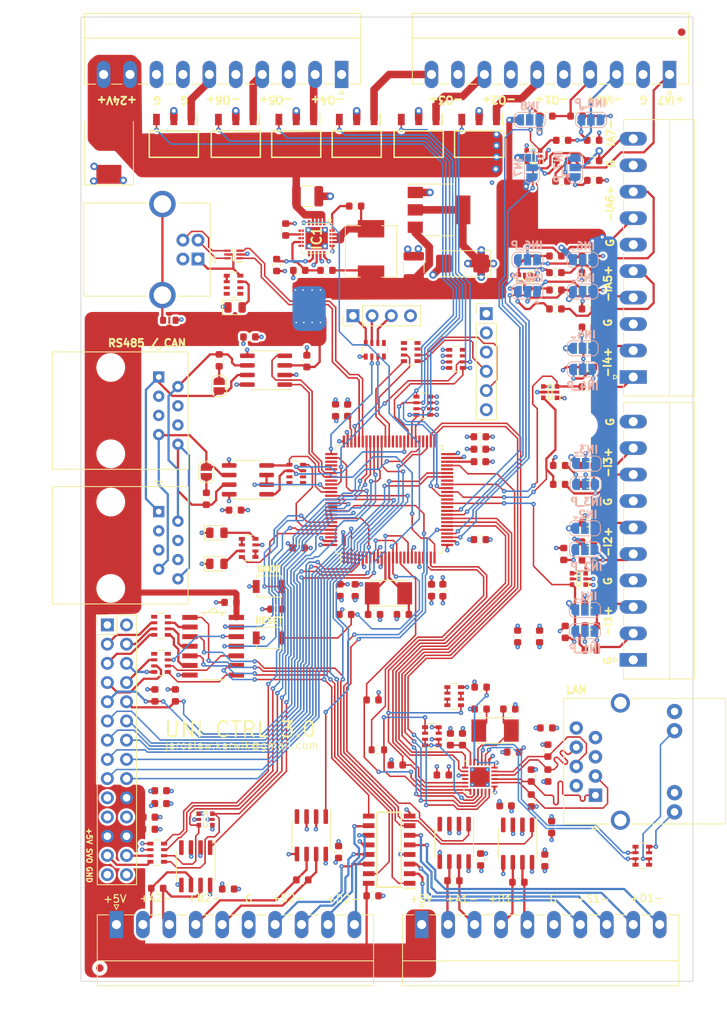
<source format=kicad_pcb>
(kicad_pcb (version 20210126) (generator pcbnew)
  (layers (0 "F.Cu" signal) (1 "In1.Cu" power "In1.GND") (2 "In2.Cu" power "In2.3v3") (31 "B.Cu" signal) (35 "F.Paste" user) (36 "B.SilkS" user "B.Silkscreen") (37 "F.SilkS" user "F.Silkscreen") (38 "B.Mask" user) (39 "F.Mask" user) (44 "Edge.Cuts" user))
  (net 0 "")
  (net 1 "+3V3")
  (net 2 "GND")
  (net 3 "+5V")
  (net 4 "/Ethernet/ENET_MDIO")
  (net 5 "Net-(D3-Pad2)")
  (net 6 "Net-(RN1-Pad5)")
  (net 7 "Net-(C1-Pad1)")
  (net 8 "/Ethernet/ENET_MDC")
  (net 9 "Net-(C11-Pad1)")
  (net 10 "Net-(C13-Pad1)")
  (net 11 "Net-(C18-Pad1)")
  (net 12 "/Power_supply/PWR_RESET")
  (net 13 "/TIM.CH2")
  (net 14 "Net-(IC3-Pad10)")
  (net 15 "Net-(C19-Pad1)")
  (net 16 "Net-(D2-Pad2)")
  (net 17 "/Digital Inputs/IN_CPU")
  (net 18 "/IN_CPU1")
  (net 19 "/IN_CPU4")
  (net 20 "/IN_CPU3")
  (net 21 "/TIM.CH1")
  (net 22 "/USB.D+")
  (net 23 "/Connectors/SUPPY+")
  (net 24 "/Processor/D-")
  (net 25 "Net-(D9-Pad2)")
  (net 26 "/AIN_IN_ADC6")
  (net 27 "/AIN_IN_ADC5")
  (net 28 "/AIN_IN_ADC8")
  (net 29 "/AIN_IN_ADC7")
  (net 30 "/OUT_STEP1")
  (net 31 "/Processor/D+")
  (net 32 "Net-(JP4-Pad2)")
  (net 33 "/OUT_DIR1")
  (net 34 "Net-(IC3-Pad8)")
  (net 35 "Net-(IC3-Pad6)")
  (net 36 "Net-(IC3-Pad4)")
  (net 37 "Net-(IC3-Pad12)")
  (net 38 "/OUT_DIR2")
  (net 39 "Net-(IC3-Pad2)")
  (net 40 "/Connectors/STEP1.A")
  (net 41 "/Connectors/STEP1.B")
  (net 42 "/Connectors/DIR1.B")
  (net 43 "/OUT_STEP2")
  (net 44 "/USB.VBUS")
  (net 45 "/Connectors/DIR1.A")
  (net 46 "/USB.D-")
  (net 47 "/Connectors/DIR2.A")
  (net 48 "/OUT_STEP3")
  (net 49 "/Connectors/DIR2.B")
  (net 50 "/OUT_DIR3")
  (net 51 "/Connectors/STEP2.B")
  (net 52 "/Connectors/STEP2.A")
  (net 53 "/Ethernet/ENET_RXD1")
  (net 54 "/Ethernet/ENET_RXD0")
  (net 55 "/Ethernet/ENET_CRSDV")
  (net 56 "/Ethernet/ENET_TX_EN")
  (net 57 "/Ethernet/ENET_TXD0")
  (net 58 "/Ethernet/ENET_TXD1")
  (net 59 "/midboard/RES_UART.TX")
  (net 60 "/midboard/RES_UART.RX")
  (net 61 "/Connectors/OUT_HSW6")
  (net 62 "/Connectors/OUT_HSW2")
  (net 63 "/Connectors/OUT_HSW1")
  (net 64 "Net-(J13-Pad1)")
  (net 65 "Net-(J13-Pad2)")
  (net 66 "/Connectors/OUT_HSW5")
  (net 67 "/Connectors/OUT_HSW4")
  (net 68 "Net-(JP1-Pad2)")
  (net 69 "Net-(JP1-Pad3)")
  (net 70 "Net-(JP2-Pad2)")
  (net 71 "Net-(JP2-Pad3)")
  (net 72 "Net-(JP3-Pad2)")
  (net 73 "Net-(JP3-Pad3)")
  (net 74 "Net-(JP4-Pad3)")
  (net 75 "Net-(JP5-Pad1)")
  (net 76 "Net-(JP6-Pad1)")
  (net 77 "/Connectors/OUT_HSW3")
  (net 78 "/Connectors/IN1")
  (net 79 "/Connectors/IN_SUP1")
  (net 80 "/Connectors/IN2")
  (net 81 "/Connectors/IN_SUP2")
  (net 82 "Net-(C4-Pad1)")
  (net 83 "Net-(C5-Pad1)")
  (net 84 "/ADC.CH1")
  (net 85 "Net-(RN1-Pad1)")
  (net 86 "/Ethernet/VDD")
  (net 87 "Net-(RN3-Pad7)")
  (net 88 "/ADC.CH2")
  (net 89 "/SPI.MISO")
  (net 90 "/Connectors/IN3")
  (net 91 "/Connectors/IN_SUP3")
  (net 92 "/Connectors/AIN_IN_SUP7")
  (net 93 "/Connectors/AIN_IN8")
  (net 94 "/SPI.MOSI")
  (net 95 "/SPI.SCLK")
  (net 96 "/MID_IO1")
  (net 97 "/MID_IO2")
  (net 98 "Net-(J10-Pad5)")
  (net 99 "/midboard/RES_TIM.CH1")
  (net 100 "/midboard/RES_TIM.CH2")
  (net 101 "Net-(RN8-Pad5)")
  (net 102 "/Connectors/AIN_IN_SUP8")
  (net 103 "Net-(J13-Pad3)")
  (net 104 "Net-(C1-Pad2)")
  (net 105 "Net-(C42-Pad2)")
  (net 106 "Net-(JP8-Pad2)")
  (net 107 "Net-(JP9-Pad2)")
  (net 108 "Net-(JP10-Pad2)")
  (net 109 "Net-(IC1-Pad9)")
  (net 110 "/UART.TX")
  (net 111 "/UART.RX")
  (net 112 "/RS485_TX")
  (net 113 "/FDCAN_RX")
  (net 114 "Net-(JP13-Pad2)")
  (net 115 "Net-(JP14-Pad1)")
  (net 116 "Net-(JP14-Pad3)")
  (net 117 "/FDCAN_TX")
  (net 118 "/RS485_DE")
  (net 119 "/RS485_RX")
  (net 120 "Net-(JP17-Pad2)")
  (net 121 "Net-(JP18-Pad1)")
  (net 122 "Net-(JP18-Pad3)")
  (net 123 "/Ethernet/VDDCR")
  (net 124 "Net-(IC5-Pad24)")
  (net 125 "/Ethernet/RX+")
  (net 126 "/Ethernet/RX-")
  (net 127 "/Ethernet/TX+")
  (net 128 "/Ethernet/TX-")
  (net 129 "Net-(C41-Pad1)")
  (net 130 "Net-(JP11-Pad2)")
  (net 131 "Net-(JP12-Pad1)")
  (net 132 "Net-(JP12-Pad3)")
  (net 133 "Net-(JP15-Pad2)")
  (net 134 "/Ethernet/ENET_RST")
  (net 135 "Net-(IC5-Pad14)")
  (net 136 "/Connectors/IN4")
  (net 137 "/Connectors/IN_SUP4")
  (net 138 "/Connectors/AIN_IN5")
  (net 139 "Net-(IC5-Pad3)")
  (net 140 "Net-(IC5-Pad2)")
  (net 141 "/Ethernet/RJ45_LED2")
  (net 142 "/Ethernet/RJ45_LED1")
  (net 143 "Net-(JP16-Pad1)")
  (net 144 "/Connectors/AIN_IN_SUP5")
  (net 145 "Net-(RN3-Pad5)")
  (net 146 "Net-(RN3-Pad2)")
  (net 147 "Net-(JP16-Pad3)")
  (net 148 "/OUT_CPU1")
  (net 149 "/OUT_CPU3")
  (net 150 "/OUT_CPU5")
  (net 151 "/OUT_CPU2")
  (net 152 "/OUT_CPU4")
  (net 153 "/OUT_CPU6")
  (net 154 "/Processor/BOOT0")
  (net 155 "/Connectors/AIN_IN6")
  (net 156 "/Connectors/AIN_IN_SUP6")
  (net 157 "/Connectors/AIN_IN7")
  (net 158 "/Connectors/ENC1_IN.A1")
  (net 159 "/Connectors/ENC1_IN.B1")
  (net 160 "/Processor/LED")
  (net 161 "/Processor/SWCLK")
  (net 162 "/Processor/SWDIO")
  (net 163 "/Connectors/ENC1_IN.A2")
  (net 164 "/Connectors/FDCAN_H")
  (net 165 "/Connectors/FDCAN_L")
  (net 166 "/Connectors/RS_485_A")
  (net 167 "/Connectors/RS_485_B")
  (net 168 "/Connectors/ENC1_IN.B2")
  (net 169 "/ENC1.CH1")
  (net 170 "/ENC1.CH2")
  (net 171 "/ENC2.CH1")
  (net 172 "/ENC2.CH2")
  (net 173 "/Connectors/ENC2_IN.A1")
  (net 174 "/Connectors/ENC2_IN.B1")
  (net 175 "/Connectors/ENC2_IN.A2")
  (net 176 "/SPI.NSS")
  (net 177 "/I2C.SDA")
  (net 178 "/I2C.SCL")
  (net 179 "/Connectors/ENC2_IN.B2")
  (net 180 "/Analod / Digital IO/OUT_E1")
  (net 181 "Net-(JP7-Pad2)")
  (net 182 "/Ethernet/ENET_REF_CLK")
  (net 183 "/Processor/LPTM1_IN1_PD12")
  (net 184 "/Processor/TIM16_CH1__PB8")
  (net 185 "/Analod / Digital IO/OUT_E2")
  (net 186 "/Analod / Digital IO/OUT_E3")
  (net 187 "/Analod / Digital IO/OUT_E4")
  (net 188 "/Analod / Digital IO/OUT_E5")
  (net 189 "/Analod / Digital IO/OUT_E6")
  (net 190 "Net-(J15-Pad5)")
  (net 191 "Net-(J15-Pad4)")
  (net 192 "/Processor/UART6_RX__PC7")
  (net 193 "/Processor/UART6_TX__PC6")
  (footprint "Buttons_Switches_SMD:SW_SPST_B3U-1000P" (layer "F.Cu") (at 100.4 98.1)
    (fp_text reference "SW3" hide)
    (fp_text value "SW_Push")
  )
  (footprint "Buttons_Switches_SMD:SW_SPST_B3U-1000P" (layer "F.Cu") (at 100.4 91.3)
    (fp_text reference "SW2" hide)
    (fp_text value "SW_Push")
  )
  (footprint "MountingHole:MountingHole_3.2mm_M3" (layer "F.Cu") (at 98 42 -90)
    (fp_text reference "MK1" hide)
    (fp_text value "Mounting_Hole")
  )
  (footprint "MountingHole:MountingHole_3.2mm_M3" (layer "F.Cu") (at 142 42 90)
    (fp_text reference "MK4" hide)
    (fp_text value "Mounting_Hole")
  )
  (footprint "Capacitor_SMD:C_0603_1608Metric" (layer "F.Cu") (at 121.9 91.8 -90)
    (fp_text reference "C23" hide)
    (fp_text value "10uF")
  )
  (footprint "Resistor_SMD:R_0603_1608Metric" (layer "F.Cu") (at 138.3 49.8)
    (fp_text reference "R33" hide)
    (fp_text value "10k")
  )
  (footprint "Resistor_SMD:R_0603_1608Metric" (layer "F.Cu") (at 139.2 35)
    (fp_text reference "R36" hide)
    (fp_text value "120R")
  )
  (footprint "Resistor_SMD:R_0603_1608Metric" (layer "F.Cu") (at 138.3 54.6)
    (fp_text reference "R29" hide)
    (fp_text value "10k")
  )
  (footprint "Resistor_SMD:R_0603_1608Metric" (layer "F.Cu") (at 143.3 35 180)
    (fp_text reference "R35" hide)
    (fp_text value "1k")
  )
  (footprint "Resistor_SMD:R_0603_1608Metric" (layer "F.Cu") (at 138.3 47.6 180)
    (fp_text reference "R31" hide)
    (fp_text value "1k")
  )
  (footprint "Resistor_SMD:R_0603_1608Metric" (layer "F.Cu") (at 142.6 54.6)
    (fp_text reference "R28" hide)
    (fp_text value "120R")
  )
  (footprint "Resistor_SMD:R_0603_1608Metric" (layer "F.Cu") (at 142.6 47.6 180)
    (fp_text reference "R30" hide)
    (fp_text value "10k")
  )
  (footprint "Capacitor_SMD:C_0603_1608Metric" (layer "F.Cu") (at 123.4 91.8 -90)
    (fp_text reference "C24" hide)
    (fp_text value "100n")
  )
  (footprint "Capacitor_SMD:C_0603_1608Metric" (layer "F.Cu") (at 109.2 68 90)
    (fp_text reference "C17" hide)
    (fp_text value "100n")
  )
  (footprint "Capacitor_SMD:C_0603_1608Metric" (layer "F.Cu") (at 95.9 81.2)
    (fp_text reference "C32" hide)
    (fp_text value "100n")
  )
  (footprint "LED_SMD:LED_0805_2012Metric" (layer "F.Cu") (at 93.5 84.2)
    (fp_text reference "D2" hide)
    (fp_text value "LED")
  )
  (footprint "Capacitor_SMD:C_0603_1608Metric" (layer "F.Cu") (at 111.8 91.8 -90)
    (fp_text reference "C15" hide)
    (fp_text value "100n")
  )
  (footprint "Capacitor_SMD:C_0603_1608Metric" (layer "F.Cu") (at 104.3 86.2 180)
    (fp_text reference "C14" hide)
    (fp_text value "100n")
  )
  (footprint "Capacitor_SMD:C_0603_1608Metric" (layer "F.Cu") (at 110.8 68 90)
    (fp_text reference "C13" hide)
    (fp_text value "10uF")
  )
  (footprint "Capacitor_SMD:C_0603_1608Metric" (layer "F.Cu") (at 109.8 91.7875 -90)
    (fp_text reference "C12" hide)
    (fp_text value "100n")
  )
  (footprint "Capacitor_SMD:C_0603_1608Metric" (layer "F.Cu") (at 128.3 74.8)
    (fp_text reference "C11" hide)
    (fp_text value "10uF")
  )
  (footprint "Capacitor_SMD:C_0603_1608Metric" (layer "F.Cu") (at 128.3 73.15)
    (fp_text reference "C10" hide)
    (fp_text value "10uF")
  )
  (footprint "Capacitor_SMD:C_0603_1608Metric" (layer "F.Cu") (at 128.3 71.5)
    (fp_text reference "C20" hide)
    (fp_text value "100n")
  )
  (footprint "MountingHole:MountingHole_3.2mm_M3" (layer "F.Cu") (at 142 127)
    (fp_text reference "MK3" hide)
    (fp_text value "Mounting_Hole")
  )
  (footprint "Resistor_SMD:R_0603_1608Metric" (layer "F.Cu") (at 88 105.7 -90)
    (fp_text reference "R4" hide)
    (fp_text value "2k2")
  )
  (footprint "MountingHole:MountingHole_3.2mm_M3" (layer "F.Cu") (at 98 127)
    (fp_text reference "MK2" hide)
    (fp_text value "Mounting_Hole")
  )
  (footprint "Resistor_SMD:R_0603_1608Metric" (layer "F.Cu") (at 139.6 97.3 -90)
    (fp_text reference "R7" hide)
    (fp_text value "10k")
  )
  (footprint "Resistor_SMD:R_0603_1608Metric" (layer "F.Cu") (at 128.4 104.6 180)
    (fp_text reference "R38" hide)
    (fp_text value "12k1")
  )
  (footprint "Capacitor_SMD:C_0603_1608Metric" (layer "F.Cu") (at 110.4875 95 180)
    (fp_text reference "C16" hide)
    (fp_text value "100n")
  )
  (footprint "Capacitor_SMD:C_0603_1608Metric" (layer "F.Cu") (at 84.5 123.4)
    (fp_text reference "C25" hide)
    (fp_text value "100n")
  )
  (footprint "Resistor_SMD:R_0603_1608Metric" (layer "F.Cu") (at 101.4 94.3 180)
    (fp_text reference "R3" hide)
    (fp_text value "2k2")
  )
  (footprint "Capacitor_SMD:C_0603_1608Metric" (layer "F.Cu") (at 128.4 127.4 90)
    (fp_text reference "C27" hide)
    (fp_text value "100n")
  )
  (footprint "moje:SO14" (layer "F.Cu") (at 93 99.2 -90)
    (fp_text reference "IC3" hide)
    (fp_text value "74HC14D" hide)
  )
  (footprint "Resistor_SMD:R_0603_1608Metric" (layer "F.Cu") (at 124.8 130.2)
    (fp_text reference "R23" hide)
    (fp_text value "120R")
  )
  (footprint "moje:R_Array_Convex_4x0603" (layer "F.Cu") (at 86.1 96.5 180)
    (fp_text reference "RN6" hide)
    (fp_text value "100R")
  )
  (footprint "moje:R_Array_Convex_4x0603" (layer "F.Cu") (at 104 76.4 180)
    (fp_text reference "RN4" hide)
    (fp_text value "100R")
  )
  (footprint "moje:R_Array_Convex_4x0603" (layer "F.Cu") (at 114.4 60 90)
    (fp_text reference "RN5" hide)
    (fp_text value "100R")
  )
  (footprint "Resistor_SMD:R_Array_Convex_4x0603" (layer "F.Cu") (at 124.9 105.8 180)
    (fp_text reference "RN3" hide)
    (fp_text value "390R")
  )
  (footprint "moje:R_Array_Convex_4x0603" (layer "F.Cu") (at 97.7 86.2)
    (fp_text reference "RN1" hide)
    (fp_text value "100R")
  )
  (footprint "Resistor_SMD:R_0603_1608Metric" (layer "F.Cu") (at 133.4 130.4)
    (fp_text reference "R22" hide)
    (fp_text value "120R")
  )
  (footprint "moje:R_Array_Convex_4x0603" (layer "F.Cu") (at 86.1 101.4 180)
    (fp_text reference "RN7" hide)
    (fp_text value "100R")
  )
  (footprint "Resistor_SMD:R_0603_1608Metric" (layer "F.Cu") (at 85.3 105.7 -90)
    (fp_text reference "R5" hide)
    (fp_text value "2k2")
  )
  (footprint "Resistor_SMD:R_0603_1608Metric" (layer "F.Cu") (at 143.3125 37.6 180)
    (fp_text reference "R34" hide)
    (fp_text value "10k")
  )
  (footprint "Resistor_SMD:R_0603_1608Metric" (layer "F.Cu") (at 92.1 79.7 -90)
    (fp_text reference "R39" hide)
    (fp_text value "120R")
  )
  (footprint "moje:SOIC-8_3.9x4.9mm_P1.27mm" (layer "F.Cu") (at 97.6 77.2 180)
    (fp_text reference "U9" hide)
    (fp_text value "ST1480ACDR")
  )
  (footprint "Capacitor_SMD:C_0603_1608Metric" (layer "F.Cu") (at 114.3 95)
    (fp_text reference "C18" hide)
    (fp_text value "18pF")
  )
  (footprint "Capacitor_SMD:C_0603_1608Metric" (layer "F.Cu") (at 118.1125 95 180)
    (fp_text reference "C19" hide)
    (fp_text value "18pF")
  )
  (footprint "Package_SO:SOIC-8_3.9x4.9mm_P1.27mm" (layer "F.Cu") (at 100 62.7 180)
    (fp_text reference "U3" hide)
    (fp_text value "TLE9251VSJ")
  )
  (footprint "Resistor_SMD:R_0603_1608Metric" (layer "F.Cu") (at 138.3 52.1 180)
    (fp_text reference "R27" hide)
    (fp_text value "1k")
  )
  (footprint "Resistor_SMD:R_0603_1608Metric" (layer "F.Cu") (at 143 96.5)
    (fp_text reference "R9" hide)
    (fp_text value "10k")
  )
  (footprint "Capacitor_SMD:C_0603_1608Metric" (layer "F.Cu") (at 136.9 127.5125 90)
    (fp_text reference "C28" hide)
    (fp_text value "100n")
  )
  (footprint "Resistor_SMD:R_0603_1608Metric" (layer "F.Cu") (at 142.9875 99.7 180)
    (fp_text reference "R6" hide)
    (fp_text value "1k")
  )
  (footprint "moje:SOT-363" (layer "F.Cu") (at 134.2 51 -90)
    (fp_text reference "D7" hide)
    (fp_text value "D_Schottky_x4_BAV99S")
  )
  (footprint "moje:PhoenixContact_MC-G_10x3.50mm_Angled" (layer "F.Cu") (at 80.2 136)
    (fp_text reference "J8" hide)
    (fp_text value "Conn_01x10")
  )
  (footprint "Resistor_SMD:R_0603_1608Metric" (layer "F.Cu") (at 142.6 49.8)
    (fp_text reference "R32" hide)
    (fp_text value "120R")
  )
  (footprint "Resistor_SMD:R_0603_1608Metric" (layer "F.Cu") (at 142.6 52.1 180)
    (fp_text reference "R26" hide)
    (fp_text value "10k")
  )
  (footprint "Resistor_SMD:R_0603_1608Metric" (layer "F.Cu") (at 143 93.6)
    (fp_text reference "R8" hide)
    (fp_text value "120R")
  )
  (footprint "moje:SOT-363" (layer "F.Cu") (at 135.4 34.4 180)
    (fp_text reference "D8" hide)
    (fp_text value "D_Schottky_x4_BAV99S")
  )
  (footprint "Resistor_SMD:R_0603_1608Metric" (layer "F.Cu") (at 139.1 37.7 180)
    (fp_text reference "R37" hide)
    (fp_text value "10k")
  )
  (footprint "Fiducials:Fiducial_1mm_Dia_2mm_Outer" (layer "F.Cu") (at 78 141.75)
    (fp_text reference "J6" hide)
    (fp_text value "FIDUCIAL")
  )
  (footprint "Fiducials:Fiducial_1mm_Dia_2mm_Outer" (layer "F.Cu") (at 155 18)
    (fp_text reference "J5" hide)
    (fp_text value "FIDUCIAL")
  )
  (footprint "moje:XTAL500X320X130N_v2" (layer "F.Cu") (at 116.2 92.2)
    (fp_text reference "Y1" hide)
    (fp_text value "ABM7-25.000MHZ-D2Y-T" hide)
  )
  (footprint "Connector_RJ:RJ45_Amphenol_54602-x08_Horizontal" (layer "F.Cu") (at 85.8 63.6 -90)
    (fp_text reference "J9" hide)
    (fp_text value "RJ45")
  )
  (footprint "moje:PhoenixContact_MC-G_10x3.50mm_Angled" (layer "F.Cu") (at 148.6 101 90)
    (fp_text reference "J1" hide)
    (fp_text value "Conn_01x10")
  )
  (footprint "moje:SOIC-8_3.9x4.9mm_P1.27mm" (layer "F.Cu") (at 124.9 125.2 -90)
    (fp_text reference "U5" hide)
    (fp_text value "ST1480ACDR")
  )
  (footprint "moje:SOIC-8_3.9x4.9mm_P1.27mm" (layer "F.Cu") (at 133.3 125.3 -90)
    (fp_text reference "U6" hide)
    (fp_text value "ST1480ACDR")
  )
  (footprint "Capacitor_SMD:C_0603_1608Metric" (layer "F.Cu") (at 114.1 132.2 180)
    (fp_text reference "C26" hide)
    (fp_text value "100n")
  )
  (footprint "Diode_SMD:D_SMC" (layer "F.Cu") (at 79.2 33.4 90)
    (fp_text reference "D10" hide)
    (fp_text value "SMCJ24CA")
  )
  (footprint "moje:SOT50P160X60-6N" (layer "F.Cu") (at 95.7 47.4 180)
    (fp_text reference "D6" hide)
    (fp_text value "NUF2042XV6T1G" hide)
  )
  (footprint "Resistor_SMD:R_0603_1608Metric" (layer "F.Cu") (at 93.8 61.4 90)
    (fp_text reference "R40" hide)
    (fp_text value "120R")
  )
  (footprint "Connector_PinHeader_2.54mm:PinHeader_2x14_P2.54mm_Vertical" (layer "F.Cu") (at 79 96.38)
    (fp_text reference "J14" hide)
    (fp_text value "Conn_02x13_Odd_Even")
  )
  (footprint "Resistor_SMD:R_0603_1608Metric" (layer "F.Cu") (at 142.6 64.9 180)
    (fp_text reference "R18" hide)
    (fp_text value "1k")
  )
  (footprint "Resistor_SMD:R_0603_1608Metric" (layer "F.Cu") (at 141.1 29.1 180)
    (fp_text reference "R44" hide)
    (fp_text value "10k")
  )
  (footprint "Capacitor_SMD:C_1210_3225Metric" (layer "F.Cu") (at 105.5 39.7)
    (fp_text reference "C40" hide)
    (fp_text value "10uF 50V")
  )
  (footprint "Jumper:SolderJumper-2_P1.3mm_Open_RoundedPad1.0x1.5mm" (layer "F.Cu") (at 92.1 76.15 90)
    (fp_text reference "JP5" hide)
    (fp_text value "Jumper")
  )
  (footprint "Inductor_SMD:L_0603_1608Metric" (layer "F.Cu") (at 136.2 97.9 90)
    (fp_text reference "L1" hide)
    (fp_text value "10nH")
  )
  (footprint "moje:SOT230P700X170-4N" (layer "F.Cu") (at 87.8 32.8 -90)
    (fp_text reference "IC6" hide)
    (fp_text value "ITS4141NHUMA1" hide)
  )
  (footprint "Capacitor_SMD:C_0603_1608Metric" (layer "F.Cu") (at 97.8 58.3)
    (fp_text reference "C3" hide)
    (fp_text value "100n")
  )
  (footprint "moje:SOT230P700X170-4N" (layer "F.Cu") (at 104 32.8 -90)
    (fp_text reference "IC10" hide)
    (fp_text value "ITS4141NHUMA1" hide)
  )
  (footprint "MountingHole:MountingHole_3.2mm_M3" (layer "F.Cu") (at 98 70)
    (fp_text reference "MK5" hide)
    (fp_text value "Mounting_Hole")
  )
  (footprint "Connector_PinHeader_2.54mm:PinHeader_1x06_P2.54mm_Vertical" (layer "F.Cu") (at 129.15 55.225)
    (fp_text reference "J15" hide)
    (fp_text value "Conn_01x06_Male")
  )
  (footprint "Resistor_SMD:R_0603_1608Metric" (layer "F.Cu") (at 143.3 32.3 180)
    (fp_text reference "R41" hide)
    (fp_text value "10k")
  )
  (footprint "Capacitor_SMD:C_0603_1608Metric" (layer "F.Cu") (at 126 111.5 90)
    (fp_text reference "CP1" hide)
    (fp_text value "2.2uF")
  )
  (footprint "moje:SOT230P700X170-4N" (layer "F.Cu") (at 96 32.8 -90)
    (fp_text reference "IC9" hide)
    (fp_text value "ITS4141NHUMA1" hide)
  )
  (footprint "Resistor_SMD:R_0603_1608Metric" (layer "F.Cu") (at 135.1 119.6 -90)
    (fp_text reference "R46" hide)
    (fp_text value "49R9")
  )
  (footprint "moje:PhoenixContact_MC-G_10x3.50mm_Angled" (layer "F.Cu") (at 153.4 23.6 180)
    (fp_text reference "J3" hide)
    (fp_text value "Conn_01x10")
  )
  (footprint "Resistor_SMD:R_0603_1608Metric" (layer "F.Cu") (at 142.6 77.8)
    (fp_text reference "R17" hide)
    (fp_text value "10k")
  )
  (footprint "moje:SOIC-8_3.9x4.9mm_P1.27mm" (layer "F.Cu") (at 106 124.2 -90)
    (fp_text reference "U8" hide)
    (fp_text value "ST1480ACDR")
  )
  (footprint "Resistor_SMD:R_0603_1608Metric" (layer "F.Cu") (at 137.3 113 90)
    (fp_text reference "R47" hide)
    (fp_text value "49R9")
  )
  (footprint "Resistor_SMD:R_0603_1608Metric" (layer "F.Cu") (at 138.8 77.8 180)
    (fp_text reference "R14" hide)
    (fp_text value "1k")
  )
  (footprint "Resistor_SMD:R_Array_Convex_4x0603" (layer "F.Cu") (at 149.8 126.9)
    (fp_text reference "RN10" hide)
    (fp_text value "390R")
  )
  (footprint "Resistor_SMD:R_0603_1608Metric" (layer "F.Cu") (at 139.2 32.3 180)
    (fp_text reference "R42" hide)
    (fp_text value "1k")
  )
  (footprint "moje:SOT230P700X170-4N" (layer "F.Cu") (at 112 32.8 -90)
    (fp_text reference "IC11" hide)
    (fp_text value "ITS4141NHUMA1" hide)
  )
  (footprint "moje:SOT230P700X170-4N" (layer "F.Cu") (at 128.2 32.8 -90)
    (fp_text reference "IC8" hide)
    (fp_text value "ITS4141NHUMA1" hide)
  )
  (footprint "moje:SOIC127P600X175-16N" (layer "F.Cu") (at 116.3 126.1 180)
    (fp_text reference "IC2" hide)
    (fp_text value "AM26C31CD" hide)
  )
  (footprint "Capacitor_SMD:C_0603_1608Metric" (layer "F.Cu") (at 114.1 106.3)
    (fp_text reference "C7" hide)
    (fp_text value "18pF")
  )
  (footprint "Capacitor_SMD:C_0603_1608Metric" (layer "F.Cu") (at 95.3 93.4 180)
    (fp_text reference "C31" hide)
    (fp_text value "100n")
  )
  (footprint "moje:R_Array_Convex_4x0603" (layer "F.Cu") (at 95.7 51.4 180)
    (fp_text reference "RN8" hide)
    (fp_text value "100R")
  )
  (footprint "LED_SMD:LED_0805_2012Metric" (layer "F.Cu") (at 93.5 88.3)
    (fp_text reference "D3" hide)
    (fp_text value "LED")
  )
  (footprint "moje:PhoenixContact_MC-G_10x3.50mm_Angled" (layer "F.Cu") (at 110 23.6 180)
    (fp_text reference "J2" hide)
    (fp_text value "Conn_01x10")
  )
  (footprint "moje:SOT-363" (layer "F.Cu") (at 92 122.1)
    (fp_text reference "D1" hide)
    (fp_text value "D_Schottky_x4_BAV99S")
  )
  (footprint "Resistor_SMD:R_0603_1608Metric" (layer "F.Cu") (at 139.4 87 -90)
    (fp_text reference "R11" hide)
    (fp_text value "10k")
  )
  (footprint "moje:PhoenixContact_MC-G_10x3.50mm_Angled" (layer "F.Cu") (at 120.6 136)
    (fp_text reference "J7" hide)
    (fp_text value "Conn_01x10")
  )
  (footprint "Capacitor_SMD:C_0603_1608Metric" (layer "F.Cu") (at 133.3 97.9 90)
    (fp_text reference "C9" hide)
    (fp_text value "10uF")
  )
  (footprint "Capacitor_SMD:C_1210_3225Metric" (layer "F.Cu") (at 119.55 49.1 90)
    (fp_text reference "C43" hide)
    (fp_text value "22uF 25V")
  )
  (footprint "moje:PhoenixContact_MC-G_10x3.50mm_Angled" (layer "F.Cu") (at 148.6 63.6 90)
    (fp_text reference "J4" hide)
    (fp_text value "Conn_01x10")
  )
  (footprint "moje:R_Array_Convex_4x0603" (layer "F.Cu") (at 120.8 67.4)
    (fp_text reference "RN13" hide)
    (fp_text value "10k")
  )
  (footprint "Resistor_SMD:R_0603_1608Metric" (layer "F.Cu") (at 104.8 130.1)
    (fp_text reference "R24" hide)
    (fp_text value "120R")
  )
  (footprint "Resistor_SMD:R_0603_1608Metric" (layer "F.Cu") (at 142.6 62.3)
    (fp_text reference "R19" hide)
    (fp_text value "10k")
  )
  (footprint "moje:QFN50P400X400X80-21N" (layer "F.Cu") (at 106.7 45.25 -90)
    (fp_text reference "IC1")
    (fp_text value "MAX17503ATP+" hide)
  )
  (footprint "moje:XTAL500X320X130N_v2" (layer "F.Cu") (at 130.3125 110.35)
    (fp_text reference "Y2" hide)
    (fp_text value "ABM7-25.000MHZ-D2Y-T" hide)
  )
  (footprint "moje:LMJ1998824110DL1T39J" (layer "F.Cu") (at 143.6 118.9 90)
    (fp_text reference "J11" hide)
    (fp_text value "LMJ1998824110DL1T39J")
  )
  (footprint "Resistor_SMD:R_Array_Convex_4x0603" (layer "F.Cu") (at 121.95 111.1 180)
    (fp_text reference "RN2" hide)
    (fp_text value "10k")
  )
  (footprint "Capacitor_SMD:C_0603_1608Metric" (layer "F.Cu") (at 132.7 113.2 180)
    (fp_text reference "C35" hide)
    (fp_text value "100n")
  )
  (footprint "Resistor_SMD:R_0603_1608Metric" (layer "F.Cu") (at 137.3 116.3 -90)
    (fp_text reference "R48" hide)
    (fp_text value "49R9")
  )
  (footprint "Resistor_SMD:R_0603_1608Metric" (layer "F.Cu") (at 135.1 116.3 90)
    (fp_text reference "R45" hide)
    (fp_text value "49R9")
  )
  (footprint "Connector_USB:USB_B_OST_USB-B1HSxx_Horizontal" (layer "F.Cu") (at 91 48 180)
    (fp_text reference "J10" hide)
    (fp_text value "USB B connector")
  )
  (footprint "Resistor_SMD:R_0603_1608Metric" (layer "F.Cu") (at 87.2 56.1)
    (fp_text reference "R49" hide)
    (fp_text value "0R")
  )
  (footprint "Capacitor_SMD:C_0603_1608Metric" (layer "F.Cu") (at 102.6 44.1 -90)
    (fp_text reference "C42" hide)
    (fp_text value "5.6nF")
  )
  (footprint "Capacitor_SMD:C_0603_1608Metric" (layer "F.Cu") (at 128.4 107.5 180)
    (fp_text reference "C4" hide)
    (fp_text value "18pF")
  )
  (footprint "moje:SOT-363" (layer "F.Cu") (at 141.4 90.3 180)
    (fp_text reference "D4" hide)
    (fp_text value "D_Schottky_x4_BAV99S")
  )
  (footprint "Connector_PinHeader_2.54mm:PinHeader_1x04_P2.54mm_Vertical" (layer "F.Cu") (at 111.5 55.5 90)
    (fp_text reference "J13" hide)
    (fp_text value "Conn_01x04_Male")
  )
  (footprint "Resistor_SMD:R_0603_1608Metric" (layer "F.Cu") (at 85.6 131.2)
    (fp_text reference "R25" hide)
    (fp_text value "120R")
  )
  (footprint "MountingHole:MountingHole_3.2mm_M3" (layer "F.Cu") (at 142 70)
    (fp_text reference "MK6" hide)
    (fp_text value "Mounting_Hole")
  )
  (footprint "Capacitor_SMD:C_0603_1608Metric" (layer "F.Cu") (at 137.8 123.1 -90)
    (fp_text reference "C36" hide)
    (fp_text value "100n")
  )
  (footprint "moje:SOT230P700X170-4N" (layer "F.Cu") (at 120.2 32.8 -90)
    (fp_text reference "IC7" hide)
    (fp_text value "ITS4141NHUMA1" hide)
  )
  (footprint "Capacitor_SMD:C_0603_1608Metric" (layer "F.Cu") (at 123.4 116.225)
    (fp_text reference "C21" hide)
    (fp_text value "100n")
  )
  (footprint "Capacitor_SMD:C_0603_1608Metric" (layer "F.Cu") (at 94.9875 131.3)
    (fp_text reference "C29" hide)
    (fp_text value "100n")
  )
  (footprint "Resistor_SMD:R_0603_1608Metric" (layer "F.Cu") (at 137.1 29.1)
    (fp_text reference "R43" hide)
    (fp_text value "120R")
  )
  (footprint "Connector_RJ:RJ45_Amphenol_54602-x08_Horizontal" (layer "F.Cu") (at 85.8 81.4 -90)
    (fp_text reference "J12" hide)
    (fp_text value "RJ45")
  )
  (footprint "Resistor_SMD:R_0603_1608Metric" (layer "F.Cu") (at 114.8 112.9)
    (fp_text reference "R1" hide)
    (fp_text value "33")
  )
  (footprint "Capacitor_SMD:C_0603_1608Metric" (layer "F.Cu") (at 105.4 61.5 90)
    (fp_text reference "C2" hide)
    (fp_text value "100n")
  )
  (footprint "Capacitor_SMD:C_0603_1608Metric" (layer "F.Cu") (at 132.2 107.5)
    (fp_text reference "C5" hide)
    (fp_text value "18pF")
  )
  (footprint "Jumper:SolderJumper-2_P1.3mm_Open_RoundedPad1.0x1.5mm" (layer "F.Cu") (at 93.8 64.8 -90)
    (fp_text reference "JP6" hide)
    (fp_text value "Jumper")
  )
  (footprint "Capacitor_SMD:C_0603_1608Metric" (layer "F.Cu") (at 101.4 48.8 -90)
    (fp_text reference "C41" hide)
    (fp_text value "2.2uF")
  )
  (footprint "Capacitor_SMD:C_0603_1608Metric" (layer "F.Cu") (at 84.525 121.8)
    (fp_text reference "C38" hide)
    (fp_text value "10uF")
  )
  (footprint "Capacitor_SMD:C_0603_1608Metric" (layer "F.Cu") (at 137.1 110 180)
    (fp_text reference "C37" hide)
    (fp_text value "100n")
  )
  (footprint "Capacitor_SMD:C_0603_1608Metric" (layer "F.Cu") (at 117.3 114.9 180)
    (fp_text reference "C6" hide)
    (fp_text value "18pF")
  )
  (footprint "Package_QFP:LQFP-100_14x14mm_P0.5mm" (layer "F.Cu") (at 116.3 79.8 90)
    (fp_text reference "U1" hide)
    (fp_text value "STM32H743VIT6")
  )
  (footprint "Capacitor_SMD:C_0603_1608Metric" (layer "F.Cu") (at 131.7 120.3 180)
    (fp_text reference "C33" hide)
    (fp_text value "100n")
  )
  (footprint "Resistor_SMD:R_0603_1608Metric" (layer "F.Cu") (at 142.6 57)
    (fp_text reference "R20" hide)
    (fp_text value "120R")
  )
  (footprint "Resistor_SMD:R_0603_1608Metric" (layer "F.Cu") (at 142.6 85.4)
    (fp_text reference "R13" hide)
    (fp_text value "10k")
  )
  (footprint "Resistor_SMD:R_0603_1608Metric" (layer "F.Cu") (at 108 49.5 180)
    (fp_text reference "R52" hide)
    (fp_text value "178k")
  )
  (footprint "Resistor_SMD:R_0603_1608Metric" (layer "F.Cu") (at 142.6 75.3)
    (fp_text reference "R16" hide)
    (fp_text value "120R")
  )
  (footprint "moje:SOT-363" (layer "F.Cu") (at 137.6 65.6 180)
    (fp_text reference "D5" hide)
    (fp_text value "D_Schottky_x4_BAV99S")
  )
  (footprint "Resistor_SMD:R_0603_1608Metric" (layer "F.Cu") (at 142.6 59.5)
    (fp_text reference "R21" hide)
    (fp_text value "10k")
  )
  (footprint "Capacitor_SMD:C_0603_1608Metric" (layer "F.Cu") (at 111.8 41)
    (fp_text reference "C1" hide)
    (fp_text value "100n")
  )
  (footprint "Capacitor_SMD:C_0603_1608Metric" (layer "F.Cu") (at 109.6 126.4 90)
    (fp_text reference "C30" hide)
    (fp_text value "100n")
  )
  (footprint "Resistor_SMD:R_0603_1608Metric" (layer "F.Cu") (at 104.4 49.5 180)
    (fp_text reference "R53" hide)
    (fp_text value "39k")
  )
  (footprint "Package_TO_SOT_SMD:SOT-223-3_TabPin2" (layer "F.Cu") (at 122.9 41.5)
    (fp_text reference "IC4" hide)
    (fp_text value "TLV1117-33")
  )
  (footprint "Capacitor_SMD:C_0603_1608Metric" (layer "F.Cu") (at 128.3 85.1)
    (fp_text reference "C22" hide)
    (fp_text value "100n")
  )
  (footprint "Capacitor_SMD:C_0603_1608Metric" (layer "F.Cu") (at 124.4 111.5 90)
    (fp_text reference "CP2" hide)
    (fp_text value "470pF")
  )
  (footprint "moje:HPI0630" (layer "F.Cu") (at 113.9 47 -90)
    (fp_text reference "L2" hide)
    (fp_text value "10uH")
  )
  (footprint "moje:R_Array_Convex_4x0603" (layer "F.Cu") (at 125.15 61.2 180)
    (fp_text reference "RN12" hide)
    (fp_text value "10k")
  )
  (footprint "LED_SMD:LED_0805_2012Metric" (layer "F.Cu") (at 95.9 54.4)
    (fp_text reference "D9" hide)
    (fp_text value "LED")
  )
  (footprint "Package_DFN_QFN:QFN-24-1EP_4x4mm_P0.5mm_EP2.6x2.6mm" (layer "F.Cu") (at 128.3 116.5 -90)
    (fp_text reference "IC5" hide)
    (fp_text value "LAN8742A")
  )
  (footprint "moje:R_Array_Convex_4x0603" (layer "F.Cu") (at 85.6 126.5 180)
    (fp_text reference "RN9" hide)
    (fp_text value "100R")
  )
  (footprint "Capacitor_SMD:C_0603_1608Metric" (layer "F.Cu") (at 86.05 118.3)
    (fp_text reference "C34" hide)
    (fp_text value "100n")
  )
  (footprint "Resistor_SMD:R_0603_1608Metric" (layer "F.Cu") (at 138.8 75.3)
    (fp_text reference "R15" hide)
    (fp_text value "10k")
  )
  (footprint "Resistor_SMD:R_0603_1608Metric" (layer "F.Cu") (at 142.6 82.9)
    (fp_text reference "R12" hide)
    (fp_text value "120R")
  )
  (footprint "Resistor_SMD:R_0603_1608Metric" (layer "F.Cu") (at 142.6 87.8 180)
    (fp_text reference "R10" hide)
    (fp_text value "1k")
  )
  (footprint "Capacitor_SMD:C_0603_1608Metric" (layer "F.Cu") (at 86.05 120)
    (fp_text reference "C8" hide)
    (fp_text value "10uF")
  )
  (footprint "moje:SOIC-8_3.9x4.9mm_P1.27mm" (layer "F.Cu") (at 90.7 128.3 -90)
    (fp_text reference "U7" hide)
    (fp_text value "ST1480ACDR")
  )
  (footprint "moje:R_Array_Convex_4x0603" (layer "F.Cu") (at 119.15 60.3 180)
    (fp_text reference "RN11" hide)
    (fp_text value "100R")
  )
  (footprint "Capacitor_Tantalum_SMD:CP_EIA-6032-28_Kemet-C" (layer "F.Cu") (at 126 48.6 180)
    (fp_text reference "C44" hide)
    (fp_text value "100uF 6.3V Tantal")
  )
  (footprint "moje:SolderJumper-3-open" (layer "B.Cu") (at 141.9 48.1)
    (fp_text reference "JP13" hide)
    (fp_text value "IN6")
  )
  (footprint "moje:SolderJumper-3-open" (layer "B.Cu") (at 134.6 52.3 180)
    (fp_text reference "JP12" hide)
    (fp_text value "IN5_P")
  )
  (footprint "moje:SolderJumper-3-open" (layer "B.Cu") (at 141.9 52.3)
    (fp_text reference "JP11" hide)
    (fp_text value "IN5")
  )
  (footprint "moje:SolderJumper-3-open" (layer "B.Cu") (at 141.9 59.8)
    (fp_text reference "JP10" hide)
    (fp_text value "IN4")
  )
  (footprint "moje:SolderJumper-3-open" (layer "B.Cu") (at 142.3 77.8 180)
    (fp_text reference "JP3" hide)
    (fp_text value "IN3_P")
  )
  (footprint "moje:SolderJumper-3-open" (layer "B.Cu") (at 142.2 83.6)
    (fp_text reference "JP8" hide)
    (fp_text value "IN2")
  )
  (footprint "moje:SolderJumper-3-open" (layer "B.Cu") (at 141.9 62.6 180)
    (fp_text reference "JP4" hide)
    (fp_text value "IN4_P")
  )
  (footprint "moje:SolderJumper-3-open" (layer "B.Cu") (at 134.9 29.6 180)
    (fp_text reference "JP17" hide)
    (fp_text value "IN8")
  )
  (footprint "moje:SolderJumper-3-open" (layer "B.Cu") (at 142.2 94.4)
    (fp_text reference "JP7" hide)
    (fp_text value "IN1")
  )
  (footprint "moje:SolderJumper-3-open" (layer "B.Cu") (at 142.3 75.05)
    (fp_text reference "JP9" hide)
    (fp_text value "IN3")
  )
  (footprint "moje:SolderJumper-3-open" (layer "B.Cu") (at 140.9 35.9 90)
    (fp_text reference "JP16" hide)
    (fp_text value "IN7_P")
  )
  (footprint "moje:SolderJumper-3-open" (layer "B.Cu") (at 134.6 48.1 180)
    (fp_text reference "JP14" hide)
    (fp_text value "IN6_P")
  )
  (footprint "moje:SolderJumper-3-open" (layer "B.Cu") (at 142.2 97.2 180)
    (fp_text reference "JP1" hide)
    (fp_text value "IN1_P")
  )
  (footprint "moje:SolderJumper-3-open" (layer "B.Cu") (at 143 29.6)
    (fp_text reference "JP18" hide)
    (fp_text value "IN8_P")
  )
  (footprint "moje:SolderJumper-3-open" (layer "B.Cu") (at 142.2 86.4 180)
    (fp_text reference "JP2" hide)
    (fp_text value "IN2_P")
  )
  (footprint "moje:SolderJumper-3-open" (layer "B.Cu") (at 135.2 35.9 -90)
    (fp_text reference "JP15" hide)
    (fp_text value "IN7")
  )
  (gr_line (start 156.5 143.5) (end 75.5 143.5) (layer "Edge.Cuts") (width 0.1))
  (gr_line (start 75.5 16) (end 156.5 16) (layer "Edge.Cuts") (width 0.1))
  (gr_line (start 75.5 143.5) (end 75.5 16) (layer "Edge.Cuts") (width 0.1))
  (gr_line (start 156.5 16) (end 156.5 143.5) (layer "Edge.Cuts") (width 0.1))
  (gr_text "IN3_P" (at 142.4 80.1) (layer "B.SilkS") (effects (font (size 1 1) (thickness 0.25)) (justify mirror)))
  (gr_text "IN7" (at 133.4 35.9 90) (layer "B.SilkS") (effects (font (size 1 1) (thickness 0.25)) (justify mirror)))
  (gr_text "IN2" (at 142.6 81.8) (layer "B.SilkS") (effects (font (size 1 1) (thickness 0.25)) (justify mirror)))
  (gr_text "IN1_P" (at 142.2 99.5) (layer "B.SilkS") (effects (font (size 1 1) (thickness 0.25)) (justify mirror)))
  (gr_text "IN8" (at 134.9 27.8) (layer "B.SilkS") (effects (font (size 1 1) (thickness 0.25)) (justify mirror)))
  (gr_text "IN7_P" (at 138.7 35.8 90) (layer "B.SilkS") (effects (font (size 1 1) (thickness 0.25)) (justify mirror)))
  (gr_text "IN6_P" (at 134.5 46.2) (layer "B.SilkS") (effects (font (size 1 1) (thickness 0.25)) (justify mirror)))
  (gr_text "IN2_P" (at 142.4 88.7) (layer "B.SilkS") (effects (font (size 1 1) (thickness 0.25)) (justify mirror)))
  (gr_text "IN6" (at 142.3 46.3) (layer "B.SilkS") (effects (font (size 1 1) (thickness 0.25)) (justify mirror)))
  (gr_text "IN8_P" (at 142.9 27.4) (layer "B.SilkS") (effects (font (size 1 1) (thickness 0.25)) (justify mirror)))
  (gr_text "IN5_P" (at 134.6 50.5) (layer "B.SilkS") (effects (font (size 1 1) (thickness 0.25)) (justify mirror)))
  (gr_text "IN4" (at 142.4 58) (layer "B.SilkS") (effects (font (size 1 1) (thickness 0.25)) (justify mirror)))
  (gr_text "IN4_P" (at 141.9 64.8) (layer "B.SilkS") (effects (font (size 1 1) (thickness 0.25)) (justify mirror)))
  (gr_text "IN1" (at 142.6 92.6) (layer "B.SilkS") (effects (font (size 1 1) (thickness 0.25)) (justify mirror)))
  (gr_text "IN5" (at 142.3 50.5) (layer "B.SilkS") (effects (font (size 1 1) (thickness 0.25)) (justify mirror)))
  (gr_text "IN3" (at 142.7 73.2) (layer "B.SilkS") (effects (font (size 1 1) (thickness 0.25)) (justify mirror)))
  (gr_text "-O1+" (at 137.8 26.95 180) (layer "F.SilkS") (effects (font (size 1 1) (thickness 0.25))))
  (gr_text "RESET" (at 100.4 95.8) (layer "F.SilkS") (effects (font (size 0.8 0.8) (thickness 0.2))))
  (gr_text "BOOT" (at 100.4 89) (layer "F.SilkS") (effects (font (size 0.8 0.8) (thickness 0.2))))
  (gr_text "G" (at 138 132.6) (layer "F.SilkS") (effects (font (size 1 1))))
  (gr_text "SVO" (at 76.6 126.9 270) (layer "F.SilkS") (effects (font (size 0.7 0.7) (thickness 0.175))))
  (gr_text "-I2+" (at 145.25 85.4 90) (layer "F.SilkS") (effects (font (size 1 1) (thickness 0.25))))
  (gr_text "+B2-" (at 91.7875 132.5) (layer "F.SilkS") (effects (font (size 1 1))))
  (gr_text "+D2-" (at 110.2 132.6) (layer "F.SilkS") (effects (font (size 1 1))))
  (gr_text "-O4+" (at 108.15 26.95 180) (layer "F.SilkS") (effects (font (size 1 1) (thickness 0.25))))
  (gr_text "G" (at 145.6 35.4 90) (layer "F.SilkS") (effects (font (size 1 1) (thickness 0.25))))
  (gr_text "+IA7" (at 153.6 26.95 180) (layer "F.SilkS") (effects (font (size 1 1) (thickness 0.25))))
  (gr_text "LAN" (at 141.05 104.95) (layer "F.SilkS") (effects (font (size 1 1) (thickness 0.25))))
  (gr_text "GND" (at 76.6 129.4 270) (layer "F.SilkS") (effects (font (size 0.7 0.7) (thickness 0.175))))
  (gr_text "RS485 / CAN" (at 84.25 59.12) (layer "F.SilkS") (effects (font (size 1 1) (thickness 0.25))))
  (gr_text "G" (at 85.6 27 180) (layer "F.SilkS") (effects (font (size 1 1) (thickness 0.25))))
  (gr_text "-O6+" (at 94.3 26.95 180) (layer "F.SilkS") (effects (font (size 1 1) (thickness 0.25))))
  (gr_text "+A1-" (at 125.9 132.6) (layer "F.SilkS") (effects (font (size 1 1))))
  (gr_text "-I4+" (at 145.2 61.65 90) (layer "F.SilkS") (effects (font (size 1 1) (thickness 0.25))))
  (gr_text "-O3+" (at 123.8 26.95 180) (layer "F.SilkS") (effects (font (size 1 1) (thickness 0.25))))
  (gr_text "G   -IA8+" (at 146.45 26.95 180) (layer "F.SilkS") (effects (font (size 1 1) (thickness 0.25))))
  (gr_text "-O5+" (at 101.3 26.95 180) (layer "F.SilkS") (effects (font (size 1 1) (thickness 0.25))))
  (gr_text "+24V+" (at 80.25 27 180) (layer "F.SilkS") (effects (font (size 1 1) (thickness 0.25))))
  (gr_text "+5V" (at 120.5 132.6) (layer "F.SilkS") (effects (font (size 1 1))))
  (gr_text "IA7-" (at 145.6 31.35 90) (layer "F.SilkS") (effects (font (size 1 1) (thickness 0.25))))
  (gr_text "UNI CTRL 3.0" (at 96.6 110.2) (layer "F.SilkS") (effects (font (size 2 2) (thickness 0.25))))
  (gr_text "G" (at 89.2 27 180) (layer "F.SilkS") (effects (font (size 1 1) (thickness 0.25))))
  (gr_text "G   -IA6+" (at 145.55 42.35 90) (layer "F.SilkS") (effects (font (size 1 1) (thickness 0.25))))
  (gr_text "+5V" (at 80 132.6) (layer "F.SilkS") (effects (font (size 1 1))))
  (gr_text "+A2-" (at 85.4 132.5) (layer "F.SilkS") (effects (font (size 1 1))))
  (gr_text "G" (at 145.25 101.1 90) (layer "F.SilkS") (effects (font (size 1 1) (thickness 0.25))))
  (gr_text "+D1-" (at 150.4 132.5) (layer "F.SilkS") (effects (font (size 1 1))))
  (gr_text "G" (at 97.7 132.6) (layer "F.SilkS") (effects (font (size 1 1))))
  (gr_text "G" (at 145.55 69.55 90) (layer "F.SilkS") (effects (font (size 1 1) (thickness 0.25))))
  (gr_text "+S2-" (at 102.9 132.5) (layer "F.SilkS") (effects (font (size 1 1))))
  (gr_text "G   -IA5+" (at 145.25 52.9 90) (layer "F.SilkS") (effects (font (size 1 1) (thickness 0.25))))
  (gr_text "+5V" (at 76.6 124.3 270) (layer "F.SilkS") (effects (font (size 0.7 0.7) (thickness 0.175))))
  (gr_text "-I1+" (at 145.25 95.85 90) (layer "F.SilkS") (effects (font (size 1 1) (thickness 0.25))))
  (gr_text "G" (at 145.25 90.6 90) (layer "F.SilkS") (effects (font (size 1 1) (thickness 0.25))))
  (gr_text "G" (at 145.25 80.1 90) (layer "F.SilkS") (effects (font (size 1 1) (thickness 0.25))))
  (gr_text "+B1-" (at 131.6 132.6) (layer "F.SilkS") (effects (font (size 1 1))))
  (gr_text "-I3+" (at 145.25 74.9 90) (layer "F.SilkS") (effects (font (size 1 1) (thickness 0.25))))
  (gr_text "+S1-" (at 143.3 132.6) (layer "F.SilkS") (effects (font (size 1 1))))
  (gr_text "-O2+" (at 130.8 26.95 180) (layer "F.SilkS") (effects (font (size 1 1) (thickness 0.25))))
  (gr_text "jaroslaw.karwik@gmail.com" (at 96.8 112.3) (layer "F.SilkS") (effects (font (size 1 1) (thickness 0.125))))
  (segment (start 121.9 91.025) (end 121.9 90.1) (width 0.3) (layer "F.Cu") (net 1))
  (segment (start 98.7 91.3) (end 97.8 91.3) (width 0.3) (layer "F.Cu") (net 1))
  (segment (start 128.4625 48.6) (end 128.4625 50.3625) (width 1) (layer "F.Cu") (net 1))
  (segment (start 92.3 122.1) (end 92.419998 122.1) (width 0.3) (layer "F.Cu") (net 1))
  (segment (start 134.2 50.1) (end 134.2 50.5) (width 0.3) (layer "F.Cu") (net 1))
  (segment (start 134.45001 50.75001) (end 135.94999 50.75001) (width 0.3) (layer "F.Cu") (net 1))
  (segment (start 97.525 60.025) (end 97.5 60) (width 0.3) (layer "F.Cu") (net 1))
  (segment (start 128.4625 48.6) (end 128.4625 46.8375) (width 1) (layer "F.Cu") (net 1))
  (segment (start 134.2 51.9) (end 134.2 51.3) (width 0.3) (layer "F.Cu") (net 1))
  (segment (start 105.0875 86.2) (end 105.9 86.2) (width 0.3) (layer "F.Cu") (net 1))
  (segment (start 95.125 79.975) (end 95.1 80) (width 0.3) (layer "F.Cu") (net 1))
  (segment (start 133.9 51) (end 133.4 51) (width 0.3) (layer "F.Cu") (net 1))
  (segment (start 134.2 51.3) (end 133.9 51) (width 0.3) (layer "F.Cu") (net 1))
  (segment (start 136.2 97.1125) (end 136.2 96.5) (width 0.3) (layer "F.Cu") (net 1))
  (segment (start 140.5 90.3) (end 141.4 90.3) (width 0.3) (layer "F.Cu") (net 1))
  (segment (start 109.725 72.125) (end 109.7 72.1) (width 0.3) (layer "F.Cu") (net 1))
  (segment (start 128.4625 50.3625) (end 128.5 50.4) (width 1) (layer "F.Cu") (net 1))
  (segment (start 128.4625 46.8375) (end 128.5 46.8) (width 1) (layer "F.Cu") (net 1))
  (segment (start 112.562498 91.0125) (end 112.574998 91) (width 0.3) (layer "F.Cu") (net 1))
  (segment (start 87.0125 104.9125) (end 87 104.9) (width 0.3) (layer "F.Cu") (net 1))
  (segment (start 113.2 60.9) (end 112.4 60.9) (width 0.3) (layer "F.Cu") (net 1))
  (segment (start 135.2 129) (end 135.205 127.775) (width 0.3) (layer "F.Cu") (net 1))
  (segment (start 126.05 46.1875) (end 128.4625 48.6) (width 1) (layer "F.Cu") (net 1))
  (segment (start 115.3 87.475) (end 115.3 88.554419) (width 0.3) (layer "F.Cu") (net 1))
  (segment (start 142.3 90.3) (end 143.3 90.3) (width 0.3) (layer "F.Cu") (net 1))
  (segment (start 115.3 88.554419) (end 115.15 88.704419) (width 0.3) (layer "F.Cu") (net 1))
  (segment (start 90.523208 122.1) (end 90.514505 122.108703) (width 0.3) (layer "F.Cu") (net 1))
  (segment (start 97.0125 59.1875) (end 97 59.2) (width 0.3) (layer "F.Cu") (net 1))
  (segment (start 125 85.3) (end 125.3 85.6) (width 0.3) (layer "F.Cu") (net 1))
  (segment (start 138.5 65.6) (end 135.9 65.6) (width 0.3) (layer "F.Cu") (net 1))
  (segment (start 125.25 73.8) (end 125.4 73.65) (width 0.3) (layer "F.Cu") (net 1))
  (segment (start 112.8 87.475) (end 112.8 88.534595) (width 0.3) (layer "F.Cu") (net 1))
  (segment (start 112.8 88.534595) (end 112.99028 88.724875) (width 0.3) (layer "F.Cu") (net 1))
  (segment (start 88 104.9125) (end 87.0125 104.9125) (width 0.3) (layer "F.Cu") (net 1))
  (segment (start 126.05 41.5) (end 126.05 46.1875) (width 1) (layer "F.Cu") (net 1))
  (segment (start 111.8 91.0125) (end 112.562498 91.0125) (width 0.3) (layer "F.Cu") (net 1))
  (segment (start 98.6 85.8) (end 99.5 85.8) (width 0.3) (layer "F.Cu") (net 1))
  (segment (start 127.5125 71.5) (end 126.6 71.5) (width 0.3) (layer "F.Cu") (net 1))
  (segment (start 120.3 87.475) (end 120.3 88.7) (width 0.3) (layer "F.Cu") (net 1))
  (segment (start 128.4625 48.6) (end 126.7 48.6) (width 1) (layer "F.Cu") (net 1))
  (segment (start 136.3 34.4) (end 135.3 34.4) (width 0.2) (layer "F.Cu") (net 1))
  (segment (start 92.419998 122.1) (end 92.9 122.1) (width 0.3) (layer "F.Cu") (net 1))
  (segment (start 127.525 73.15) (end 126.65 73.15) (width 0.3) (layer "F.Cu") (net 1))
  (segment (start 135.4 34.3) (end 135.4 33.6) (width 0.2) (layer "F.Cu") (net 1))
  (segment (start 135.3 34.4) (end 134.5 34.4) (width 0.2) (layer "F.Cu") (net 1))
  (segment (start 119.75 41.5) (end 126.05 41.5) (width 1) (layer "F.Cu") (net 1))
  (segment (start 97.0125 58.3) (end 97.0125 59.1875) (width 0.3) (layer "F.Cu") (net 1))
  (segment (start 123.4 91.0125) (end 123.4 90.1) (width 0.3) (layer "F.Cu") (net 1))
  (segment (start 84.3125 104.9125) (end 84.3 104.9) (width 0.3) (layer "F.Cu") (net 1))
  (segment (start 126.65 73.15) (end 126.6 73.1) (width 0.3) (layer "F.Cu") (net 1))
  (segment (start 85.3 104.9125) (end 84.3125 104.9125) (width 0.3) (layer "F.Cu") (net 1))
  (segment (start 128.4625 48.6) (end 130.1 48.6) (width 1) (layer "F.Cu") (net 1))
  (segment (start 127.5125 85.1) (end 126.9 85.1) (width 0.3) (layer "F.Cu") (net 1))
  (segment (start 109.8 91) (end 110.8 91) (width 0.3) (layer "F.Cu") (net 1))
  (segment (start 123.975 85.3) (end 125 85.3) (width 0.3) (layer "F.Cu") (net 1))
  (segment (start 136.7 65.6) (end 135.9 65.6) (width 0.3) (layer "F.Cu") (net 1))
  (segment (start 135.3 34.4) (end 135.4 34.3) (width 0.2) (layer "F.Cu") (net 1))
  (segment (start 95.1125 81.2) (end 94.2 81.2) (width 0.3) (layer "F.Cu") (net 1))
  (segment (start 108.625 85.8) (end 107.2 85.8) (width 0.3) (layer "F.Cu") (net 1))
  (segment (start 91.1 122.1) (end 90.523208 122.1) (width 0.3) (layer "F.Cu") (net 1))
  (segment (start 135.94999 50.75001) (end 136 50.7) (width 0.3) (layer "F.Cu") (net 1))
  (segment (start 110.3 72.125) (end 109.725 72.125) (width 0.3) (layer "F.Cu") (net 1))
  (segment (start 137.6 65.6) (end 135.9 65.6) (width 0.3) (layer "F.Cu") (net 1))
  (segment (start 95.125 79.105) (end 95.125 79.975) (width 0.3) (layer "F.Cu") (net 1))
  (segment (start 123.975 73.8) (end 125.25 73.8) (width 0.3) (layer "F.Cu") (net 1))
  (segment (start 97.525 60.795) (end 97.525 60.025) (width 0.3) (layer "F.Cu") (net 1))
  (segment (start 134.2 50.5) (end 134.45001 50.75001) (width 0.3) (layer "F.Cu") (net 1))
  (via (at 129.9 37.9) (size 0.6) (drill 0.2) (layers "F.Cu" "B.Cu") (net 1))
  (via (at 136.2 96.5) (size 0.6) (drill 0.2) (layers "F.Cu" "B.Cu") (net 1))
  (via (at 109.3 69.4) (size 0.6) (drill 0.2) (layers "F.Cu" "B.Cu") (net 1))
  (via (at 112.4 60.9) (size 0.6) (drill 0.2) (layers "F.Cu" "B.Cu") (net 1))
  (via (at 130.1 48.6) (size 1) (drill 0.5) (layers "F.Cu" "B.Cu") (net 1))
  (via (at 125.3 85.6) (size 0.6) (drill 0.2) (layers "F.Cu" "B.Cu") (net 1))
  (via (at 126.9 85.1) (size 0.6) (drill 0.2) (layers "F.Cu" "B.Cu") (net 1))
  (via (at 126.8 128.9) (size 0.6) (drill 0.2) (layers "F.Cu" "B.Cu") (net 1))
  (via (at 97.8 91.3) (size 0.6) (drill 0.2) (layers "F.Cu" "B.Cu") (net 1))
  (via (at 115.15 88.704419) (size 0.6) (drill 0.2) (layers "F.Cu" "B.Cu") (net 1))
  (via (at 87 104.9) (size 0.6) (drill 0.2) (layers "F.Cu" "B.Cu") (net 1))
  (via (at 112.99028 88.724875) (size 0.6) (drill 0.2) (layers "F.Cu" "B.Cu") (net 1))
  (via (at 126.7 48.6) (size 1) (drill 0.5) (layers "F.Cu" "B.Cu") (net 1))
  (via (at 135.9 65.6) (size 0.6) (drill 0.2) (layers "F.Cu" "B.Cu") (net 1))
  (via (at 126.6 71.5) (size 0.6) (drill 0.2) (layers "F.Cu" "B.Cu") (net 1))
  (via (at 121.9 90.1) (size 0.6) (drill 0.2) (layers "F.Cu" "B.Cu") (net 1))
  (via (at 90.514505 122.108703) (size 0.6) (drill 0.2) (layers "F.Cu" "B.Cu") (net 1))
  (via (at 107.9 127.9) (size 0.6) (drill 0.2) (layers "F.Cu" "B.Cu") (net 1))
  (via (at 123.4 90.1) (size 0.6) (drill 0.2) (layers "F.Cu" "B.Cu") (net 1))
  (via (at 135.4 33.6) (size 0.6) (drill 0.2) (layers "F.Cu" "B.Cu") (net 1))
  (via (at 95.1 80) (size 0.6) (drill 0.2) (layers "F.Cu" "B.Cu") (net 1))
  (via (at 92.3 122.1) (size 0.6) (drill 0.2) (layers "F.Cu" "B.Cu") (net 1))
  (via (at 128.5 128.9) (size 0.6) (drill 0.2) (layers "F.Cu" "B.Cu") (net 1))
  (via (at 109.2 127.8) (size 0.6) (drill 0.2) (layers "F.Cu" "B.Cu") (net 1))
  (via (at 84.8 120.3) (size 0.6) (drill 0.2) (layers "F.Cu" "B.Cu") (net 1))
  (via (at 136 50.7) (size 0.6) (drill 0.2) (layers "F.Cu" "B.Cu") (net 1))
  (via (at 110.8 91) (size 0.6) (drill 0.2) (layers "F.Cu" "B.Cu") (net 1))
  (via (at 99.5 85.8) (size 0.6) (drill 0.2) (layers "F.Cu" "B.Cu") (net 1))
  (via (at 126.6 73.1) (size 0.6) (drill 0.2) (layers "F.Cu" "B.Cu") (net 1))
  (via (at 97 59.2) (size 0.6) (drill 0.2) (layers "F.Cu" "B.Cu") (net 1))
  (via (at 107.2 85.8) (size 0.6) (drill 0.2) (layers "F.Cu" "B.Cu") (net 1))
  (via (at 143.3 90.3) (size 0.6) (drill 0.2) (layers "F.Cu" "B.Cu") (net 1))
  (via (at 105.9 86.2) (size 0.6) (drill 0.2) (layers "F.Cu" "B.Cu") (net 1))
  (via (at 92.6 132) (size 0.6) (drill 0.2) (layers "F.Cu" "B.Cu") (net 1))
  (via (at 133.4 51) (size 0.6) (drill 0.2) (layers "F.Cu" "B.Cu") (net 1))
  (via (at 141.4 90.3) (size 0.6) (drill 0.2) (layers "F.Cu" "B.Cu") (net 1))
  (via (at 94.2 130.6) (size 0.6) (drill 0.2) (layers "F.Cu" "B.Cu") (net 1))
  (via (at 120.3 88.7) (size 0.6) (drill 0.2) (layers "F.Cu" "B.Cu") (net 1))
  (via (at 84.7 118.35) (size 0.6) (drill 0.2) (layers "F.Cu" "B.Cu") (net 1))
  (via (at 97.5 60) (size 0.6) (drill 0.2) (layers "F.Cu" "B.Cu") (net 1))
  (via (at 136.9 128.9125) (size 0.6) (drill 0.2) (layers "F.Cu" "B.Cu") (net 1))
  (via (at 94.2 81.2) (size 0.6) (drill 0.2) (layers "F.Cu" "B.Cu") (net 1))
  (via (at 128.5 50.4) (size 1) (drill 0.5) (layers "F.Cu" "B.Cu") (net 1))
  (via (at 84.3 104.9) (size 0.6) (drill 0.2) (layers "F.Cu" "B.Cu") (net 1))
  (via (at 128.5 46.8) (size 1) (drill 0.5) (layers "F.Cu" "B.Cu") (net 1))
  (via (at 109.7 72.1) (size 0.6) (drill 0.2) (layers "F.Cu" "B.Cu") (net 1))
  (via (at 135.2 129) (size 0.6) (drill 0.2) (layers "F.Cu" "B.Cu") (net 1))
  (via (at 125.4 73.65) (size 0.6) (drill 0.2) (layers "F.Cu" "B.Cu") (net 1))
  (via (at 112.574998 91) (size 0.6) (drill 0.2) (layers "F.Cu" "B.Cu") (net 1))
  (segment (start 114.8 87.475) (end 114.8 86.42) (width 0.2) (layer "F.Cu") (net 2))
  (segment (start 113.588 125.465) (end 112.865 125.465) (width 0.3) (layer "F.Cu") (net 2))
  (segment (start 108.75 46.25) (end 108.75 46.95) (width 0.3) (layer "F.Cu") (net 2))
  (segment (start 106.635 121.725) (end 106.635 123.365) (width 0.3) (layer "F.Cu") (net 2))
  (segment (start 96 29.55) (end 96 28.4) (width 1) (layer "F.Cu") (net 2))
  (segment (start 101.4 49.5875) (end 102.4875 49.5875) (width 0.3) (layer "F.Cu") (net 2))
  (segment (start 88.41 103.01) (end 88.4 103) (width 0.3) (layer "F.Cu") (net 2))
  (segment (start 97.525 64.605) (end 96.105 64.605) (width 0.3) (layer "F.Cu") (net 2))
  (segment (start 112 29.55) (end 112 28.4) (width 1) (layer "F.Cu") (net 2))
  (segment (start 105.4 60.725) (end 105.4 59.7) (width 0.3) (layer "F.Cu") (net 2))
  (segment (start 96.5 47.4) (end 97.434401 47.4) (width 0.3) (layer "F.Cu") (net 2))
  (segment (start 133.45 51.9) (end 132.3 51.9) (width 0.3) (layer "F.Cu") (net 2))
  (segment (start 107.2 48.1) (end 107.4 48.3) (width 0.3) (layer "F.Cu") (net 2))
  (segment (start 106.699998 45.25) (end 105.6 44.150002) (width 0.4) (layer "F.Cu") (net 2))
  (segment (start 141.349997 89.55) (end 141.4 89.499997) (width 0.3) (layer "F.Cu") (net 2))
  (segment (start 127.6 103.9) (end 127.6125 104.6) (width 0.3) (layer "F.Cu") (net 2))
  (segment (start 103.6125 50.4875) (end 103.6 50.5) (width 0.3) (layer "F.Cu") (net 2))
  (segment (start 116.6 114.2) (end 116.5125 114.9) (width 0.2) (layer "F.Cu") (net 2))
  (segment (start 104 29.55) (end 104 28.4) (width 1) (layer "F.Cu") (net 2))
  (segment (start 92.5625 84.2) (end 91.5 84.2) (width 0.3) (layer "F.Cu") (net 2))
  (segment (start 108.75 46.95) (end 108.8 47) (width 0.3) (layer "F.Cu") (net 2))
  (segment (start 102.4875 49.5875) (end 102.5 49.6) (width 0.3) (layer "F.Cu") (net 2))
  (segment (start 119.3 86.41) (end 119.58 86.13) (width 0.2) (layer "F.Cu") (net 2))
  (segment (start 140.5 89.55) (end 141.349997 89.55) (width 0.3) (layer "F.Cu") (net 2))
  (segment (start 143.3875 52.1) (end 144.6 52.1) (width 0.3) (layer "F.Cu") (net 2))
  (segment (start 128.3 116.5) (end 129.3 117.5) (width 0.3) (layer "F.Cu") (net 2))
  (segment (start 106.7 45.25) (end 107.05 45.25) (width 0.4) (layer "F.Cu") (net 2))
  (segment (start 124.25 61.6) (end 123.4 61.6) (width 0.2) (layer "F.Cu") (net 2))
  (segment (start 110.1 94.35) (end 109.7 94.978119) (width 0.3) (layer "F.Cu") (net 2))
  (segment (start 119.012 126.735) (end 117.835 126.735) (width 0.3) (layer "F.Cu") (net 2))
  (segment (start 137.12498 33.87502) (end 137.4 33.6) (width 0.3) (layer "F.Cu") (net 2))
  (segment (start 121.9 92.575) (end 121.9 93.5) (width 0.3) (layer "F.Cu") (net 2))
  (segment (start 108.625 85.3) (end 107.7 85.3) (width 0.3) (layer "F.Cu") (net 2))
  (segment (start 106.75 45.25) (end 107.8 46.3) (width 0.4) (layer "F.Cu") (net 2))
  (segment (start 138.4125 86.2125) (end 138.4 86.2) (width 0.3) (layer "F.Cu") (net 2))
  (segment (start 98.7 98.1) (end 99.6 98.1) (width 0.3) (layer "F.Cu") (net 2))
  (segment (start 137.0875 126.525) (end 137.1 126.5125) (width 0.3) (layer "F.Cu") (net 2))
  (segment (start 103.025 126.675) (end 103 126.7) (width 0.3) (layer "F.Cu") (net 2))
  (segment (start 119.012 121.212) (end 118.6 120.8) (width 0.3) (layer "F.Cu") (net 2))
  (segment (start 123.5375 48.6) (end 123.5375 48.6625) (width 1) (layer "F.Cu") (net 2))
  (segment (start 138.5 66.35) (end 139.45 66.35) (width 0.3) (layer "F.Cu") (net 2))
  (segment (start 106.7 45.25) (end 106.7 45.3) (width 0.4) (layer "F.Cu") (net 2))
  (segment (start 107.7 85.3) (end 107.3 84.9) (width 0.3) (layer "F.Cu") (net 2))
  (segment (start 144.0875 32.3) (end 144.0875 31.3125) (width 0.3) (layer "F.Cu") (net 2))
  (segment (start 106.975 39.7) (end 108.5 39.7) (width 1) (layer "F.Cu") (net 2))
  (segment (start 124.25 62.4) (end 123.4 62.4) (width 0.2) (layer "F.Cu") (net 2))
  (segment (start 112.865 125.465) (end 112.4 125) (width 0.3) (layer "F.Cu") (net 2))
  (segment (start 120.2 29.55) (end 120.2 28.4) (width 1) (layer "F.Cu") (net 2))
  (segment (start 121.7 67.8) (end 122.6 67.8) (width 0.2) (layer "F.Cu") (net 2))
  (segment (start 103.6125 49.5) (end 103.6125 50.4875) (width 0.3) (layer "F.Cu") (net 2))
  (segment (start 109.2 67.2125) (end 109.2 66.6) (width 0.3) (layer "F.Cu") (net 2))
  (segment (start 129.075 73.15) (end 129.95 73.15) (width 0.3) (layer "F.Cu") (net 2))
  (segment (start 102.475 63.335) (end 103.965 63.335) (width 0.3) (layer "F.Cu") (net 2))
  (segment (start 133.5 113.2) (end 133.4875 113.2) (width 0.3) (layer "F.Cu") (net 2))
  (segment (start 123.975 86.475) (end 124 86.5) (width 0.3) (layer "F.Cu") (net 2))
  (segment (start 114.8875 106.3) (end 114.8875 105.3125) (width 0.3) (layer "F.Cu") (net 2))
  (segment (start 137.12498 34.67502) (end 137.12498 33.87502) (width 0.3) (layer "F.Cu") (net 2))
  (segment (start 106.7 48.4) (end 106.3 48.8) (width 0.3) (layer "F.Cu") (net 2))
  (segment (start 136.3 35.15) (end 136.65 35.15) (width 0.3) (layer "F.Cu") (net 2))
  (segment (start 123.5375 48.6625) (end 122.1 50.1) (width 1) (layer "F.Cu") (net 2))
  (segment (start 105.365 123.365) (end 105.4 123.4) (width 0.3) (layer "F.Cu") (net 2))
  (segment (start 123.975 85.8) (end 123.975 86.475) (width 0.3) (layer "F.Cu") (net 2))
  (segment (start 115.1 95.7) (end 115.0875 95) (width 0.3) (layer "F.Cu") (net 2))
  (segment (start 128.3 116.5) (end 129.3 115.5) (width 0.3) (layer "F.Cu") (net 2))
  (segment (start 122.6125 116.225) (end 122.6125 115.1125) (width 0.2) (layer "F.Cu") (net 2))
  (segment (start 121.7 66.2) (end 122.6 66.2) (width 0.2) (layer "F.Cu") (net 2))
  (segment (start 133 107.4875) (end 132.9875 107.5) (width 0.3) (layer "F.Cu") (net 2))
  (segment (start 100.6125 94.3) (end 99.5 94.3) (width 0.3) (layer "F.Cu") (net 2))
  (segment (start 97.434401 47.4) (end 97.534411 47.29999) (width 0.3) (layer "F.Cu") (net 2))
  (segment (start 131.395 127.775) (end 131.395 129.295) (width 0.3) (layer "F.Cu") (net 2))
  (segment (start 122.6125 115.1125) (end 122.6 115.1) (width 0.2) (layer "F.Cu") (net 2))
  (segment (start 136.65 35.15) (end 137.12498 34.67502) (width 0.3) (layer "F.Cu") (net 2))
  (segment (start 98.5875 58.3) (end 99.4 58.3) (width 0.3) (layer "F.Cu") (net 2))
  (segment (start 132.475 121.075) (end 132.475 120.3) (width 0.3) (layer "F.Cu") (net 2))
  (segment (start 106.635 123.365) (end 106.6 123.4) (width 0.3) (layer "F.Cu") (net 2))
  (segment (start 96.105 64.605) (end 96.1 64.6) (width 0.3) (layer "F.Cu") (net 2))
  (segment (start 142.3 91.05) (end 143.25 91.05) (width 0.3) (layer "F.Cu") (net 2))
  (segment (start 107.7 47.7) (end 108.3 48.3) (width 0.3) (layer "F.Cu") (net 2))
  (segment (start 109.8 92.575) (end 110 93.1) (width 0.3) (layer "F.Cu") (net 2))
  (segment (start 141.8125 62.3) (end 139.7 62.3) (width 0.3) (layer "F.Cu") (net 2))
  (segment (start 92.5625 88.3) (end 91.5 88.3) (width 0.3) (layer "F.Cu") (net 2))
  (segment (start 123.975 74.3) (end 126.05 74.3) (width 0.3) (layer "F.Cu") (net 2))
  (segment (start 137.55 64.85) (end 137.6 64.8) (width 0.3) (layer "F.Cu") (net 2))
  (segment (start 139.6 96.5125) (end 138.9 97.2) (width 0.3) (layer "F.Cu") (net 2))
  (segment (start 133 106.9) (end 133 107.4875) (width 0.3) (layer "F.Cu") (net 2))
  (segment (start 129.0875 85.1) (end 129.7 85.1) (width 0.3) (layer "F.Cu") (net 2))
  (segment (start 95.125 75.295) (end 95.125 74.525) (width 0.3) (layer "F.Cu") (net 2))
  (segment (start 92.9 122.85) (end 92.9 123.4) (width 0.3) (layer "F.Cu") (net 2))
  (segment (start 139.7 62.3) (end 139.3 62.7) (width 0.3) (layer "F.Cu") (net 2))
  (segment (start 127 107.5) (end 127.6 107.4875) (width 0.2) (layer "F.Cu") (net 2))
  (segment (start 129.95 73.15) (end 130 73.1) (width 0.3) (layer "F.Cu") (net 2))
  (segment (start 114.8875 105.3125) (end 114.9 105.3) (width 0.3) (layer "F.Cu") (net 2))
  (segment (start 106.7 45.3) (end 105.7 46.3) (width 0.4) (layer "F.Cu") (net 2))
  (segment (start 106.7 47.3) (end 106.7 48.4) (width 0.3) (layer "F.Cu") (net 2))
  (segment (start 90.065 125.825) (end 90.1 127) (width 0.3) (layer "F.Cu") (net 2))
  (segment (start 114.8 86.42) (end 115.12 86.1) (width 0.2) (layer "F.Cu") (net 2))
  (segment (start 125.54 123.9) (end 125.535 122.725) (width 0.3) (layer "F.Cu") (net 2))
  (segment (start 127.6 107.4875) (end 127.6125 107.5) (width 0.2) (layer "F.Cu") (net 2))
  (segment (start 109.7 94.978119) (end 109.7 95) (width 0.3) (layer "F.Cu") (net 2))
  (segment (start 138.0125 75.3) (end 138.0125 74.4875) (width 0.3) (layer "F.Cu") (net 2))
  (segment (start 95.125 74.525) (end 95.1 74.5) (width 0.3) (layer "F.Cu") (net 2))
  (segment (start 128.3 116.5) (end 127.3 117.5) (width 0.3) (layer "F.Cu") (net 2))
  (segment (start 135.684358 50.1) (end 135.934358 49.85) (width 0.3) (layer "F.Cu") (net 2))
  (segment (start 138.0125 74.4875) (end 138.3 74.2) (width 0.3) (layer "F.Cu") (net 2))
  (segment (start 117.835 126.735) (end 117.8 126.7) (width 0.3) (layer "F.Cu") (net 2))
  (segment (start 119.75 39.2) (end 121.7 39.2) (width 1) (layer "F.Cu") (net 2))
  (segment (start 103.7875 43.3125) (end 103.8 43.3) (width 0.3) (layer "F.Cu") (net 2))
  (segment (start 139.4 86.2125) (end 138.4125 86.2125) (width 0.3) (layer "F.Cu") (net 2))
  (segment (start 131.395 129.295) (end 131.4 129.3) (width 0.3) (layer "F.Cu") (net 2))
  (segment (start 91.6 121.3) (end 91.75 121.35) (width 0.3) (layer "F.Cu") (net 2))
  (segment (start 102.6 43.3125) (end 103.7875 43.3125) (width 0.3) (layer "F.Cu") (net 2))
  (segment (start 95.775 131.3) (end 96.4 131.3) (width 0.3) (layer "F.Cu") (net 2))
  (segment (start 128.2 29.55) (end 128.2 28.4) (width 1) (layer "F.Cu") (net 2))
  (segment (start 103.965 63.335) (end 104 63.3) (width 0.3) (layer "F.Cu") (net 2))
  (segment (start 128.3 116.5) (end 127.3 115.5) (width 0.3) (layer "F.Cu") (net 2))
  (segment (start 134.95 50.1) (end 135.684358 50.1) (width 0.3) (layer "F.Cu") (net 2))
  (segment (start 129.0875 71.5) (end 130 71.5) (width 0.3) (layer "F.Cu") (net 2))
  (segment (start 89.9266 103.01) (end 88.41 103.01) (width 0.3) (layer "F.Cu") (net 2))
  (segment (start 123.4 92.5875) (end 123.4 93.5) (width 0.3) (layer "F.Cu") (net 2))
  (segment (start 122.995 127.675) (end 122.995 126.235) (width 0.3) (layer "F.Cu") (net 2))
  (segment (start 111.8 92.5875) (end 111.8 93.1) (width 0.3) (layer "F.Cu") (net 2))
  (segment (start 144.1 37.6) (end 145.1 37.6) (width 0.3) (layer "F.Cu") (net 2))
  (segment (start 87.8 29.55) (end 87.8 28.4) (width 1) (layer "F.Cu") (net 2))
  (segment (start 134.5 33.65) (end 134.5 33) (width 0.3) (layer "F.Cu") (net 2))
  (segment (start 136.7 64.85) (end 137.55 64.85) (width 0.3) (layer "F.Cu") (net 2))
  (segment (start 88.8 56) (end 88.025 56.1) (width 0.3) (layer "F.Cu") (net 2))
  (segment (start 144.0875 31.3125) (end 144.1 31.3) (width 0.3) (layer "F.Cu") (net 2))
  (segment (start 104.095 126.675) (end 103.025 126.675) (width 0.3) (layer "F.Cu") (net 2))
  (segment (start 88.795 130.775) (end 88.175 130.775) (width 0.3) (layer "F.Cu") (net 2))
  (segment (start 107.2 47.3) (end 107.2 48.1) (width 0.3) (layer "F.Cu") (net 2))
  (segment (start 94.5125 93.4) (end 93.4 93.4) (width 0.3) (layer "F.Cu") (net 2))
  (segment (start 119.012 121.655) (end 119.012 121.212) (width 0.3) (layer "F.Cu") (net 2))
  (segment (start 133.9 124) (end 133.935 122.825) (width 0.3) (layer "F.Cu") (net 2))
  (segment (start 117.3 95.6) (end 117.325 95) (width 0.3) (layer "F.Cu") (net 2))
  (segment (start 134.1 112.6) (end 133.5 113.2) (width 0.3) (layer "F.Cu") (net 2))
  (segment (start 124.25 60) (end 123.4 60) (width 0.2) (layer "F.Cu") (net 2))
  (segment (start 136.3125 110) (end 135.7 110) (width 0.3) (layer "F.Cu") (net 2))
  (segment (start 110.8 71) (end 110.7 70.9) (width 0.3) (layer "F.Cu") (net 2))
  (segment (start 105.365 121.725) (end 105.365 123.365) (width 0.3) (layer "F.Cu") (net 2))
  (segment (start 121.7 67) (end 122.6 67) (width 0.2) (layer "F.Cu") (net 2))
  (segment (start 143.3875 47.6) (end 144.6 47.6) (width 0.3) (layer "F.Cu") (net 2))
  (segment (start 132.5 121) (end 132.475 121.075) (width 0.3) (layer "F.Cu") (net 2))
  (segment (start 91.75 121.35) (end 91.1 121.35) (width 0.3) (layer "F.Cu") (net 2))
  (segment (start 121.7 68.6) (end 122.6 68.6) (width 0.2) (layer "F.Cu") (net 2))
  (segment (start 106.7 45.25) (end 106.700002 45.25) (width 0.4) (layer "F.Cu") (net 2))
  (segment (start 106.7 45.25) (end 106.75 45.25) (width 0.4) (layer "F.Cu") (net 2))
  (segment (start 143.25 91.05) (end 143.3 91.1) (width 0.3) (layer "F.Cu") (net 2))
  (segment (start 107.7 47.3) (end 107.7 47.7) (width 0.3) (layer "F.Cu") (net 2))
  (segment (start 132.665 122.825) (end 132.7 124) (width 0.3) (layer "F.Cu") (net 2))
  (segment (start 126.05 74.3) (end 126.2 74.15) (width 0.3) (layer "F.Cu") (net 2))
  (segment (start 103.5125 86.2) (end 102.9 85.6) (width 0.3) (layer "F.Cu") (net 2))
  (segment (start 91.3 126.9) (end 91.335 125.825) (width 0.3) (layer "F.Cu") (net 2))
  (segment (start 106.7 45.25) (end 106.699998 45.25) (width 0.4) (layer "F.Cu") (net 2))
  (segment (start 106.700002 45.25) (end 107.8 44.150002) (width 0.4) (layer "F.Cu") (net 2))
  (segment (start 124.265 122.725) (end 124.3 123.9) (width 0.3) (layer "F.Cu") (net 2))
  (segment (start 129.075 74.8) (end 130 74.8) (width 0.3) (layer "F.Cu") (net 2))
  (segment (start 124.25 60.8) (end 123.4 60.8) (width 0.2) (layer "F.Cu") (net 2))
  (segment (start 119.3 87.475) (end 119.3 86.41) (width 0.2) (layer "F.Cu") (net 2))
  (segment (start 114.9125 132.2875) (end 114.9 132.3) (width 0.3) (layer "F.Cu") (net 2))
  (segment (start 86.975 118.575) (end 87 118.6) (width 0.3) (layer "F.Cu") (net 2))
  (segment (start 96.6875 81.2) (end 97.6 81.2) (width 0.3) (layer "F.Cu") (net 2))
  (segment (start 139.45 66.35) (end 139.5 66.4) (width 0.3) (layer "F.Cu") (net 2))
  (segment (start 110.8 72.125) (end 110.8 71) (width 0.3) (layer "F.Cu") (net 2))
  (segment (start 137.8 123.8875) (end 137.8 124.8) (width 0.3) (layer "F.Cu") (net 2))
  (via (at 93.4 93.4) (size 0.6) (drill 0.2) (layers "F.Cu" "B.Cu") (net 2))
  (via (at 87.45 120) (size 0.6) (drill 0.2) (layers "F.Cu" "B.Cu") (net 2))
  (via (at 88.4 103) (size 0.6) (drill 0.2) (layers "F.Cu" "B.Cu") (net 2))
  (via (at 111.8 93.1) (size 0.6) (drill 0.2) (layers "F.Cu" "B.Cu") (net 2))
  (via (at 102.5 49.6) (size 0.6) (drill 0.2) (layers "F.Cu" "B.Cu") (net 2))
  (via (at 96.4 131.3) (size 0.6) (drill 0.2) (layers "F.Cu" "B.Cu") (net 2))
  (via (at 131.4 129.3) (size 0.6) (drill 0.2) (layers "F.Cu" "B.Cu") (net 2))
  (via (at 90.1 127) (size 0.6) (drill 0.2) (layers "F.Cu" "B.Cu") (net 2))
  (via (at 129.3 115.5) (size 0.6) (drill 0.2) (layers "F.Cu" "B.Cu") (net 2))
  (via (at 112.4 125) (size 0.6) (drill 0.2) (layers "F.Cu" "B.Cu") (net 2))
  (via (at 121.7 39.2) (size 1) (drill 0.5) (layers "F.Cu" "B.Cu") (net 2))
  (via (at 124.3 123.9) (size 0.6) (drill 0.2) (layers "F.Cu" "B.Cu") (net 2))
  (via (at 110.1 94.35) (size 0.6) (drill 0.2) (layers "F.Cu" "B.Cu") (net 2))
  (via (at 129.1 126.6) (size 0.6) (drill 0.2) (layers "F.Cu" "B.Cu") (net 2))
  (via (at 117.8 126.7) (size 0.6) (drill 0.2) (layers "F.Cu" "B.Cu") (net 2))
  (via (at 106.6 123.4) (size 0.6) (drill 0.2) (layers "F.Cu" "B.Cu") (net 2))
  (via (at 108.8 47) (size 0.6) (drill 0.2) (layers "F.Cu" "B.Cu") (net 2))
  (via (at 134.1 112.6) (size 0.6) (drill 0.2) (layers "F.Cu" "B.Cu") (net 2))
  (via (at 99.4 58.3) (size 0.6) (drill 0.2) (layers "F.Cu" "B.Cu") (net 2))
  (via (at 130 74.8) (size 0.6) (drill 0.2) (layers "F.Cu" "B.Cu") (net 2))
  (via (at 109.2 66.6) (size 0.6) (drill 0.2) (layers "F.Cu" "B.Cu") (net 2))
  (via (at 139.5 66.4) (size 0.6) (drill 0.2) (layers "F.Cu" "B.Cu") (net 2))
  (via (at 127.3 117.5) (size 0.6) (drill 0.2) (layers "F.Cu" "B.Cu") (net 2))
  (via (at 122.6 67) (size 0.6) (drill 0.2) (layers "F.Cu" "B.Cu") (net 2))
  (via (at 125.54 123.9) (size 0.6) (drill 0.2) (layers "F.Cu" "B.Cu") (net 2))
  (via (at 103.8 43.3) (size 0.6) (drill 0.2) (layers "F.Cu" "B.Cu") (net 2))
  (via (at 88.8 56) (size 0.6) (drill 0.2) (layers "F.Cu" "B.Cu") (net 2))
  (via (at 128.2 28.4) (size 1) (drill 0.5) (layers "F.Cu" "B.Cu") (net 2))
  (via (at 126.2 74.15) (size 0.6) (drill 0.2) (layers "F.Cu" "B.Cu") (net 2))
  (via (at 127 107.5) (size 0.6) (drill 0.2) (layers "F.Cu" "B.Cu") (net 2))
  (via (at 115.1 95.7) (size 0.6) (drill 0.2) (layers "F.Cu" "B.Cu") (net 2))
  (via (at 144.6 47.6) (size 0.6) (drill 0.2) (layers "F.Cu" "B.Cu") (net 2))
  (via (at 132.3 51.9) (size 0.6) (drill 0.2) (layers "F.Cu" "B.Cu") (net 2))
  (via (at 107.4 48.3) (size 0.6) (drill 0.2) (layers "F.Cu" "B.Cu") (net 2))
  (via (at 104 28.4) (size 1) (drill 0.5) (layers "F.Cu" "B.Cu") (net 2))
  (via (at 99.6 98.1) (size 0.6) (drill 0.2) (layers "F.Cu" "B.Cu") (net 2))
  (via (at 77.2 37.7) (size 1) (drill 0.5) (layers "F.Cu" "B.Cu") (net 2))
  (via (at 105.4 59.7) (size 0.6) (drill 0.2) (layers "F.Cu" "B.Cu") (net 2))
  (via (at 103 126.7) (size 0.6) (drill 0.2) (layers "F.Cu" "B.Cu") (net 2))
  (via (at 132.5 121) (size 0.6) (drill 0.2) (layers "F.Cu" "B.Cu") (net 2))
  (via (at 105.7 46.3) (size 0.8) (drill 0.4) (layers "F.Cu" "B.Cu") (net 2))
  (via (at 95.1 74.5) (size 0.6) (drill 0.2) (layers "F.Cu" "B.Cu") (net 2))
  (via (at 133.9 124) (size 0.6) (drill 0.2) (layers "F.Cu" "B.Cu") (net 2))
  (via (at 136.9 126.1125) (size 0.6) (drill 0.2) (layers "F.Cu" "B.Cu") (net 2))
  (via (at 114.9 105.3) (size 0.6) (drill 0.2) (layers "F.Cu" "B.Cu") (net 2))
  (via (at 91.3 126.9) (size 0.6) (drill 0.2) (layers "F.Cu" "B.Cu") (net 2))
  (via (at 77.25 35.75) (size 1) (drill 0.5) (layers "F.Cu" "B.Cu") (net 2))
  (via (at 130 71.5) (size 0.6) (drill 0.2) (layers "F.Cu" "B.Cu") (net 2))
  (via (at 119.58 86.13) (size 0.6) (drill 0.2) (layers "F.Cu" "B.Cu") (net 2))
  (via (at 137.6 64.8) (size 0.6) (drill 0.2) (layers "F.Cu" "B.Cu") (net 2))
  (via (at 127.3 115.5) (size 0.6) (drill 0.2) (layers "F.Cu" "B.Cu") (net 2))
  (via (at 124.4 110.05) (size 0.6) (drill 0.2) (layers "F.Cu" "B.Cu") (net 2))
  (via (at 112 28.4) (size 1) (drill 0.5) (layers "F.Cu" "B.Cu") (net 2))
  (via (at 115.12 86.1) (size 0.6) (drill 0.2) (layers "F.Cu" "B.Cu") (net 2))
  (via (at 87.8 28.4) (size 1) (drill 0.5) (layers "F.Cu" "B.Cu") (net 2))
  (via (at 104 63.3) (size 0.6) (drill 0.2) (layers "F.Cu" "B.Cu") (net 2))
  (via (at 123.4 60) (size 0.6) (drill 0.2) (layers "F.Cu" "B.Cu") (net 2))
  (via (at 88.3 130.7) (size 0.6) (drill 0.2) (layers "F.Cu" "B.Cu") (net 2))
  (via (at 97.6 81.2) (size 0.6) (drill 0.2) (layers "F.Cu" "B.Cu") (net 2))
  (via (at 97.534411 47.29999) (size 0.6) (drill 0.2) (layers "F.Cu" "B.Cu") (net 2))
  (via (at 122.6 115.1) (size 0.6) (drill 0.2) (layers "F.Cu" "B.Cu") (net 2))
  (via (at 110.7 70.9) (size 0.6) (drill 0.2) (layers "F.Cu" "B.Cu") (net 2))
  (via (at 139.3 62.7) (size 0.6) (drill 0.2) (layers "F.Cu" "B.Cu") (net 2))
  (via (at 145.1 37.6) (size 0.6) (drill 0.2) (layers "F.Cu" "B.Cu") (net 2))
  (via (at 118.75 46.7) (size 1) (drill 0.5) (layers "F.Cu" "B.Cu") (net 2))
  (via (at 121.9 93.5) (size 0.6) (drill 0.2) (layers "F.Cu" "B.Cu") (net 2))
  (via (at 144.6 52.1) (size 0.6) (drill 0.2) (layers "F.Cu" "B.Cu") (net 2))
  (via (at 123.4 60.8) (size 0.6) (drill 0.2) (layers "F.Cu" "B.Cu") (net 2))
  (via (at 86 121.8) (size 0.6) (drill 0.2) (layers "F.Cu" "B.Cu") (net 2))
  (via (at 81.1 37.6) (size 1) (drill 0.5) (layers "F.Cu" "B.Cu") (net 2))
  (via (at 122.6 66.2) (size 0.6) (drill 0.2) (layers "F.Cu" "B.Cu") (net 2))
  (via (at 115.5 132.2) (size 0.6) (drill 0.2) (layers "F.Cu" "B.Cu") (net 2))
  (via (at 133.3 96.5) (size 0.6) (drill 0.2) (layers "F.Cu" "B.Cu") (net 2))
  (via (at 124 86.5) (size 0.6) (drill 0.2) (layers "F.Cu" "B.Cu") (net 2))
  (via (at 134.5 33) (size 0.6) (drill 0.2) (layers "F.Cu" "B.Cu") (net 2))
  (via (at 107.8 44.150002) (size 0.8) (drill 0.4) (layers "F.Cu" "B.Cu") (net 2))
  (via (at 91.5 84.2) (size 0.6) (drill 0.2) (layers "F.Cu" "B.Cu") (net 2))
  (via (at 143.3 91.1) (size 0.6) (drill 0.2) (layers "F.Cu" "B.Cu") (net 2))
  (via (at 135.7 110) (size 0.6) (drill 0.2) (layers "F.Cu" "B.Cu") (net 2))
  (via (at 92.9 123.4) (size 0.6) (drill 0.2) (layers "F.Cu" "B.Cu") (net 2))
  (via (at 126.05 110.05) (size 0.6) (drill 0.2) (layers "F.Cu" "B.Cu") (net 2))
  (via (at 110 93.1) (size 0.6) (drill 0.2) (layers "F.Cu" "B.Cu") (net 2))
  (via (at 116.6 114.2) (size 0.6) (drill 0.2) (layers "F.Cu" "B.Cu") (net 2))
  (via (at 138.3 74.2) (size 0.6) (drill 0.2) (layers "F.Cu" "B.Cu") (net 2))
  (via (at 123.4 61.6) (size 0.6) (drill 0.2) (layers "F.Cu" "B.Cu") (net 2))
  (via (at 105.6 44.150002) (size 0.8) (drill 0.4) (layers "F.Cu" "B.Cu") (net 2))
  (via (at 132.7 124) (size 0.6) (drill 0.2) (layers "F.Cu" "B.Cu") (net 2))
  (via (at 94.3 54.3) (size 0.6) (drill 0.2) (layers "F.Cu" "B.Cu") (net 2))
  (via (at 122.6 68.6) (size 0.6) (drill 0.2) (layers "F.Cu" "B.Cu") (net 2))
  (via (at 133 106.9) (size 0.6) (drill 0.2) (layers "F.Cu" "B.Cu") (net 2))
  (via (at 127.6 103.9) (size 0.6) (drill 0.2) (layers "F.Cu" "B.Cu") (net 2))
  (via (at 120.2 28.4) (size 1) (drill 0.5) (layers "F.Cu" "B.Cu") (net 2))
  (via (at 122.6 67.8) (size 0.6) (drill 0.2) (layers "F.Cu" "B.Cu") (net 2))
  (via (at 137.4 33.6) (size 0.6) (drill 0.2) (layers "F.Cu" "B.Cu") (net 2))
  (via (at 117.3 95.6) (size 0.6) (drill 0.2) (layers "F.Cu" "B.Cu") (net 2))
  (via (at 109.6 125) (size 0.6) (drill 0.2) (layers "F.Cu" "B.Cu") (net 2))
  (via (at 120.15 46.65) (size 1) (drill 0.5) (layers "F.Cu" "B.Cu") (net 2))
  (via (at 130 73.1) (size 0.6) (drill 0.2) (layers "F.Cu" "B.Cu") (net 2))
  (via (at 138.9 97.2) (size 0.6) (drill 0.2) (layers "F.Cu" "B.Cu") (net 2))
  (via (at 129.7 85.1) (size 0.6) (drill 0.2) (layers "F.Cu" "B.Cu") (net 2))
  (via (at 108.5 39.7) (size 1) (drill 0.5) (layers "F.Cu" "B.Cu") (net 2))
  (via (at 123.4 62.4) (size 0.6) (drill 0.2) (layers "F.Cu" "B.Cu") (net 2))
  (via (at 123 126.5) (size 0.6) (drill 0.2) (layers "F.Cu" "B.Cu") (net 2))
  (via (at 118.6 120.8) (size 0.6) (drill 0.2) (layers "F.Cu" "B.Cu") (net 2))
  (via (at 110.8 66.6) (size 0.6) (drill 0.2) (layers "F.Cu" "B.Cu") (net 2))
  (via (at 87.5 118.35) (size 0.6) (drill 0.2) (layers "F.Cu" "B.Cu") (net 2))
  (via (at 86 123.4) (size 0.6) (drill 0.2) (layers "F.Cu" "B.Cu") (net 2))
  (via (at 102.9 85.6) (size 0.6) (drill 0.2) (layers "F.Cu" "B.Cu") (net 2))
  (via (at 91.6 121.3) (size 0.6) (drill 0.2) (layers "F.Cu" "B.Cu") (net 2))
  (via (at 105.4 123.4) (size 0.6) (drill 0.2) (layers "F.Cu" "B.Cu") (net 2))
  (via (at 99.5 94.3) (size 0.6) (drill 0.2) (layers "F.Cu" "B.Cu") (net 2))
  (via (at 108.3 48.3) (size 0.6) (drill 0.2) (layers "F.Cu" "B.Cu") (net 2))
  (via (at 107.8 46.3) (size 0.8) (drill 0.4) (layers "F.Cu" "B.Cu") (net 2))
  (via (at 137.8 124.8) (size 0.6) (drill 0.2) (layers "F.Cu" "B.Cu") (net 2))
  (via (at 96 28.4) (size 1) (drill 0.5) (layers "F.Cu" "B.Cu") (net 2))
  (via (at 96.1 64.6) (size 0.6) (drill 0.2) (layers "F.Cu" "B.Cu") (net 2))
  (via (at 91.5 88.3) (size 0.6) (drill 0.2) (layers "F.Cu" "B.Cu") (net 2))
  (via (at 129.3 117.5) (size 0.6) (drill 0.2) (layers "F.Cu" "B.Cu") (net 2))
  (via (at 123.4 93.5) (size 0.6) (drill 0.2) (layers "F.Cu" "B.Cu") (net 2))
  (via (at 135.934358 49.85) (size 0.6) (drill 0.2) (layers "F.Cu" "B.Cu") (net 2))
  (via (at 138.4 86.2) (size 0.6) (drill 0.2) (layers "F.Cu" "B.Cu") (net 2))
  (via (at 141.4 89.499997) (size 0.6) (drill 0.2) (layers "F.Cu" "B.Cu") (net 2))
  (via (at 103.6 50.5) (size 0.6) (drill 0.2) (layers "F.Cu" "B.Cu") (net 2))
  (via (at 106.3 48.8) (size 0.6) (drill 0.2) (layers "F.Cu" "B.Cu") (net 2))
  (via (at 122.1 50.1) (size 1) (drill 0.5) (layers "F.Cu" "B.Cu") (net 2))
  (via (at 107.3 84.9) (size 0.6) (drill 0.2) (layers "F.Cu" "B.Cu") (net 2))
  (via (at 144.1 31.3) (size 0.6) (drill 0.2) (layers "F.Cu" "B.Cu") (net 2))
  (segment (start 80.2 136) (end 77.5 133.3) (width 0.4) (layer "F.Cu") (net 3))
  (segment (start 77.5 125.6) (end 78.78 124.32) (width 0.4) (layer "F.Cu") (net 3))
  (segment (start 96.0875 93.4) (end 96.0875 95.3759) (width 0.8) (layer "F.Cu") (net 3))
  (segment (start 113.3125 138.9875) (end 113.3 139) (width 0.3) (layer "F.Cu") (net 3))
  (segment (start 121.59999 48.67501) (end 121.59999 46.39999) (width 1) (layer "F.Cu") (net 3))
  (segment (start 77.5 133.3) (end 77.5 125.6) (width 0.4) (layer "F.Cu") (net 3))
  (segment (start 80.2 136.5) (end 80.2 136) (width 0.8) (layer "F.Cu") (net 3))
  (segment (start 107.1 61.6) (end 107.1 59.1) (width 0.3) (layer "F.Cu") (net 3))
  (segment (start 114.475 50.575) (end 113.9 50) (width 1) (layer "F.Cu") (net 3))
  (segment (start 106.425 62.275) (end 107.1 61.6) (width 0.3) (layer "F.Cu") (net 3))
  (segment (start 138.1 44.6) (end 139 44.6) (width 0.8) (layer "F.Cu") (net 3))
  (segment (start 113.3 130.5205) (end 113.3 131.9) (width 0.3) (layer "F.Cu") (net 3))
  (segment (start 95.9 92.1) (end 82.6 92.1) (width 0.8) (layer "F.Cu") (net 3))
  (segment (start 82.3 138.6) (end 80.2 136.5) (width 0.8) (layer "F.Cu") (net 3))
  (segment (start 132.2 36.7) (end 132.2 29.6) (width 0.8) (layer "F.Cu") (net 3))
  (segment (start 121.59999 46.39999) (end 119.75 44.55) (width 1) (layer "F.Cu") (net 3))
  (segment (start 96.0875 95.3759) (end 96.0734 95.39) (width 0.8) (layer "F.Cu") (net 3))
  (segment (start 113.588 131.9245) (end 113.3125 132.2) (width 0.3) (layer "F.Cu") (net 3))
  (segment (start 79 124.32) (end 81.54 124.32) (width 0.4) (layer "F.Cu") (net 3))
  (segment (start 96.0875 92.2875) (end 95.9 92.1) (width 0.8) (layer "F.Cu") (net 3))
  (segment (start 96.0875 93.4) (end 96.0875 92.2875) (width 0.8) (layer "F.Cu") (net 3))
  (segment (start 113.3 139) (end 113.1 139) (width 0.3) (layer "F.Cu") (net 3))
  (segment (start 108.7875 49.5) (end 113.4 49.5) (width 0.3) (layer "F.Cu") (net 3))
  (segment (start 132.2 44.6) (end 138.1 44.6) (width 0.8) (layer "F.Cu") (net 3))
  (segment (start 113.4 49.5) (end 113.9 50) (width 0.3) (layer "F.Cu") (net 3))
  (segment (start 132.2 36.7) (end 132.2 37.4) (width 0.8) (layer "F.Cu") (net 3))
  (segment (start 78.78 124.32) (end 79 124.32) (width 0.4) (layer "F.Cu") (net 3))
  (segment (start 96.0875 93.4) (end 96.0875 93.300019) (width 0.8) (layer "F.Cu") (net 3))
  (segment (start 120.6 136.6) (end 120.6 136) (width 0.8) (layer "F.Cu") (net 3))
  (segment (start 132.2 37.4) (end 132.2 44.6) (width 0.8) (layer "F.Cu") (net 3))
  (segment (start 113.9 50) (end 113.6 50.3) (width 2) (layer "F.Cu") (net 3))
  (segment (start 140 45.6) (end 143.2 45.6) (width 0.8) (layer "F.Cu") (net 3))
  (segment (start 139 44.6) (end 140 45.6) (width 0.8) (layer "F.Cu") (net 3))
  (segment (start 105.19 62.065) (end 105.4 62.275) (width 0.3) (layer "F.Cu") (net 3))
  (segment (start 119.7 50.575) (end 121.59999 48.67501) (width 1) (layer "F.Cu") (net 3))
  (segment (start 102.475 62.065) (end 105.19 62.065) (width 0.3) (layer "F.Cu") (net 3))
  (segment (start 113.3125 132.2) (end 113.3125 138.9875) (width 0.3) (layer "F.Cu") (net 3))
  (segment (start 105.4 62.275) (end 106.425 62.275) (width 0.3) (layer "F.Cu") (net 3))
  (segment (start 119.75 44.55) (end 119.75 43.8) (width 1) (layer "F.Cu") (net 3))
  (via (at 134.4 38.4) (size 0.8) (drill 0.4) (layers "F.Cu" "B.Cu") (net 3))
  (via (at 132.2 29.6) (size 0.8) (drill 0.4) (layers "F.Cu" "B.Cu") (net 3))
  (via (at 144.5 45.1) (size 0.8) (drill 0.4) (layers "F.Cu" "B.Cu") (net 3))
  (via (at 106.1 56.4) (size 0.6) (drill 0.2) (layers "F.Cu" "B.Cu") (net 3))
  (via (at 107.2 56.4) (size 0.6) (drill 0.2) (layers "F.Cu" "B.Cu") (net 3))
  (via (at 104 56.4) (size 0.6) (drill 0.2) (layers "F.Cu" "B.Cu") (net 3))
  (via (at 103.9 52.1) (size 0.6) (drill 0.2) (layers "F.Cu" "B.Cu") (net 3))
  (via (at 106.1 52.1) (size 0.6) (drill 0.2) (layers "F.Cu" "B.Cu") (net 3))
  (via (at 107.2 52.1) (size 0.6) (drill 0.2) (layers "F.Cu" "B.Cu") (net 3))
  (via (at 105 56.4) (size 0.6) (drill 0.2) (layers "F.Cu" "B.Cu") (net 3))
  (via (at 143.2 45.6) (size 0.8) (drill 0.4) (layers "F.Cu" "B.Cu") (net 3))
  (via (at 104.9 52.1) (size 0.6) (drill 0.2) (layers "F.Cu" "B.Cu") (net 3))
  (segment (start 135.2 37.2) (end 134.4 38) (width 0.8) (layer "B.Cu") (net 3))
  (segment (start 143.65 75.05) (end 143.6 75.05) (width 0.8) (layer "B.Cu") (net 3))
  (segment (start 132.2 29.6) (end 133.6 29.6) (width 0.8) (layer "B.Cu") (net 3))
  (segment (start 134.4 38) (end 134.4 38.472133) (width 0.8) (layer "B.Cu") (net 3))
  (segment (start 121.8 88.5) (end 122 88.7) (width 0.2) (layer "F.Cu") (net 4))
  (segment (start 122 88.7) (end 128.1 88.7) (width 0.2) (layer "F.Cu") (net 4))
  (segment (start 119.180888 114.9) (end 119.79999 115.519102) (width 0.2) (layer "F.Cu") (net 4))
  (segment (start 120.231386 98.40001) (end 116.315698 102.315698) (width 0.2) (layer "F.Cu") (net 4))
  (segment (start 116.2 108) (end 116.2 102.431396) (width 0.2) (layer "F.Cu") (net 4))
  (segment (start 116.2 102.431396) (end 116.315698 102.315698) (width 0.2) (layer "F.Cu") (net 4))
  (segment (start 120.95 117.75) (end 126.3625 117.75) (width 0.2) (layer "F.Cu") (net 4))
  (segment (start 129.2 92.7) (end 123.7 98.2) (width 0.2) (layer "F.Cu") (net 4))
  (segment (start 123.7 98.2) (end 123.49999 98.40001) (width 0.2) (layer "F.Cu") (net 4))
  (segment (start 119.8 115.519112) (end 119.79999 115.519102) (width 0.2) (layer "F.Cu") (net 4))
  (segment (start 128.1 88.7) (end 129.2 89.8) (width 0.2) (layer "F.Cu") (net 4))
  (segment (start 123.49999 98.40001) (end 120.231386 98.40001) (width 0.2) (layer "F.Cu") (net 4))
  (segment (start 129.2 89.8) (end 129.2 92.7) (width 0.2) (layer "F.Cu") (net 4))
  (segment (start 119.8 116.6) (end 120.95 117.75) (width 0.2) (layer "F.Cu") (net 4))
  (segment (start 121.8 87.475) (end 121.8 88.5) (width 0.2) (layer "F.Cu") (net 4))
  (segment (start 118.0875 113.753199) (end 116.2 111.865699) (width 0.2) (layer "F.Cu") (net 4))
  (segment (start 118.0875 114.9) (end 118.0875 113.753199) (width 0.2) (layer "F.Cu") (net 4))
  (segment (start 119.8 116.6) (end 119.8 115.519112) (width 0.2) (layer "F.Cu") (net 4))
  (segment (start 116.2 108) (end 116.2 111.865699) (width 0.2) (layer "F.Cu") (net 4))
  (segment (start 125.8 107) (end 125.8 108) (width 0.2) (layer "F.Cu") (net 4))
  (segment (start 118.0875 114.9) (end 119.180888 114.9) (width 0.2) (layer "F.Cu") (net 4))
  (via (at 125.8 108) (size 0.6) (drill 0.2) (layers "F.Cu" "B.Cu") (net 4))
  (via (at 116.2 108) (size 0.6) (drill 0.2) (layers "F.Cu" "B.Cu") (net 4))
  (segment (start 125.8 108) (end 116.2 108) (width 0.2) (layer "B.Cu") (net 4))
  (segment (start 95.4 87.3375) (end 96.1375 86.6) (width 0.3) (layer "F.Cu") (net 5))
  (segment (start 94.4375 88.3) (end 95.4 87.3375) (width 0.3) (layer "F.Cu") (net 5))
  (segment (start 96.1375 86.6) (end 96.8 86.6) (width 0.3) (layer "F.Cu") (net 5))
  (segment (start 98.6 86.6) (end 98.6 87.4) (width 0.3) (layer "F.Cu") (net 6))
  (segment (start 108.75 44.25) (end 108.75 42.05) (width 0.3) (layer "F.Cu") (net 7))
  (segment (start 109.8 41) (end 111.0125 41) (width 0.3) (layer "F.Cu") (net 7))
  (segment (start 108.75 42.05) (end 109.8 41) (width 0.3) (layer "F.Cu") (net 7))
  (segment (start 117.8 87.475) (end 117.8 88.305346) (width 0.2) (layer "F.Cu") (net 8))
  (segment (start 120.834302 118.2) (end 119.2 116.565698) (width 0.2) (layer "F.Cu") (net 8))
  (segment (start 117.8 88.305346) (end 119.8 90.305346) (width 0.2) (layer "F.Cu") (net 8))
  (segment (start 127.05 118.4375) (end 126.8125 118.2) (width 0.2) (layer "F.Cu") (net 8))
  (segment (start 121.7 118.2) (end 120.834302 118.2) (width 0.2) (layer "F.Cu") (net 8))
  (segment (start 119.8 97.7) (end 113.55 103.95) (width 0.2) (layer "F.Cu") (net 8))
  (segment (start 113 113.9) (end 114.907114 115.807114) (width 0.2) (layer "F.Cu") (net 8))
  (segment (start 113.3125 106.3) (end 113 106.6125) (width 0.2) (layer "F.Cu") (net 8))
  (segment (start 119.8 90.305346) (end 119.8 97.7) (width 0.2) (layer "F.Cu") (net 8))
  (segment (start 119.2 116.565698) (end 119.2 115.807114) (width 0.2) (layer "F.Cu") (net 8))
  (segment (start 126.8125 118.2) (end 121.7 118.2) (width 0.2) (layer "F.Cu") (net 8))
  (segment (start 113 106.6125) (end 113 113.9) (width 0.2) (layer "F.Cu") (net 8))
  (segment (start 113.3125 106.3) (end 113.3125 104.1875) (width 0.2) (layer "F.Cu") (net 8))
  (segment (start 113.3125 104.1875) (end 113.55 103.95) (width 0.2) (layer "F.Cu") (net 8))
  (via (at 114.907114 115.807114) (size 0.6) (drill 0.2) (layers "F.Cu" "B.Cu") (net 8))
  (via (at 119.2 115.807114) (size 0.6) (drill 0.2) (layers "F.Cu" "B.Cu") (net 8))
  (segment (start 119.2 115.807114) (end 114.907114 115.807114) (width 0.2) (layer "B.Cu") (net 8))
  (segment (start 123.975 74.8) (end 127.525 74.8) (width 0.3) (layer "F.Cu") (net 9))
  (segment (start 111.3 72.125) (end 111.3 70.563013) (width 0.2) (layer "F.Cu") (net 10))
  (segment (start 111.124988 70.388001) (end 111.124988 68.524988) (width 0.2) (layer "F.Cu") (net 10))
  (segment (start 111.3 70.563013) (end 111.124988 70.388001) (width 0.2) (layer "F.Cu") (net 10))
  (segment (start 111.124988 68.524988) (end 111 68.4) (width 0.2) (layer "F.Cu") (net 10))
  (segment (start 115.8 89.4) (end 115.8 90.45) (width 0.3) (layer "F.Cu") (net 11))
  (segment (start 115.8 90.45) (end 114.05 92.2) (width 0.3) (layer "F.Cu") (net 11))
  (segment (start 113.5125 95) (end 113.5125 92.7375) (width 0.3) (layer "F.Cu") (net 11))
  (segment (start 113.5125 92.7375) (end 114.05 92.2) (width 0.3) (layer "F.Cu") (net 11))
  (segment (start 115.8 87.475) (end 115.8 89.4) (width 0.3) (layer "F.Cu") (net 11))
  (segment (start 109.5 98.1) (end 111.275 96.325) (width 0.2) (layer "F.Cu") (net 12))
  (segment (start 112.1 95) (end 111.275 95) (width 0.2) (layer "F.Cu") (net 12))
  (segment (start 102.1 98.1) (end 109.5 98.1) (width 0.2) (layer "F.Cu") (net 12))
  (segment (start 116.8 89.6) (end 117.2 90) (width 0.2) (layer "F.Cu") (net 12))
  (segment (start 116.8 87.475) (end 116.8 89.6) (width 0.2) (layer "F.Cu") (net 12))
  (segment (start 116.8 87.475) (end 116.8 86.18) (width 0.2) (layer "F.Cu") (net 12))
  (segment (start 105.7 43.2) (end 105 43.2) (width 0.2) (layer "F.Cu") (net 12))
  (segment (start 116.8 86.18) (end 116.64 86.02) (width 0.2) (layer "F.Cu") (net 12))
  (segment (start 111.275 96.325) (end 111.275 95) (width 0.2) (layer "F.Cu") (net 12))
  (via (at 112.1 95) (size 0.6) (drill 0.2) (layers "F.Cu" "B.Cu") (net 12))
  (via (at 117.2 90) (size 0.6) (drill 0.2) (layers "F.Cu" "B.Cu") (net 12))
  (via (at 105 43.2) (size 0.6) (drill 0.2) (layers "F.Cu" "B.Cu") (net 12))
  (via (at 116.64 86.02) (size 0.6) (drill 0.2) (layers "F.Cu" "B.Cu") (net 12))
  (segment (start 120.3 94.34) (end 120.3 93.25) (width 0.2) (layer "B.Cu") (net 12))
  (segment (start 120.299999 81.240001) (end 120.299999 72.399999) (width 0.2) (layer "B.Cu") (net 12))
  (segment (start 108.3 43.2) (end 109.7 44.6) (width 0.2) (layer "B.Cu") (net 12))
  (segment (start 113.45 59.35) (end 111.45 59.35) (width 0.2) (layer "B.Cu") (net 12))
  (segment (start 117.74 96.9) (end 114 96.9) (width 0.2) (layer "B.Cu") (net 12))
  (segment (start 116.3 68.4) (end 116.3 62.2) (width 0.2) (layer "B.Cu") (net 12))
  (segment (start 114 96.9) (end 112.1 95) (width 0.2) (layer "B.Cu") (net 12))
  (segment (start 109.7 44.6) (end 109.7 57.6) (width 0.2) (layer "B.Cu") (net 12))
  (segment (start 119.7 90) (end 120.3 90.6) (width 0.2) (layer "B.Cu") (net 12))
  (segment (start 120.3 90.6) (end 120.3 93.25) (width 0.2) (layer "B.Cu") (net 12))
  (segment (start 116.3 62.2) (end 113.45 59.35) (width 0.2) (layer "B.Cu") (net 12))
  (segment (start 117.74 96.9) (end 120.3 94.34) (width 0.2) (layer "B.Cu") (net 12))
  (segment (start 111.45 59.35) (end 109.7 57.6) (width 0.2) (layer "B.Cu") (net 12))
  (segment (start 120.299999 82.360001) (end 120.299999 81.240001) (width 0.2) (layer "B.Cu") (net 12))
  (segment (start 119.4 71.5) (end 120.299999 72.399999) (width 0.2) (layer "B.Cu") (net 12))
  (segment (start 116.64 86.02) (end 120.299999 82.360001) (width 0.2) (layer "B.Cu") (net 12))
  (segment (start 105 43.2) (end 108.3 43.2) (width 0.2) (layer "B.Cu") (net 12))
  (segment (start 119.4 71.5) (end 116.3 68.4) (width 0.2) (layer "B.Cu") (net 12))
  (segment (start 117.2 90) (end 119.7 90) (width 0.2) (layer "B.Cu") (net 12))
  (segment (start 87.9 126.9) (end 89 128) (width 0.2) (layer "F.Cu") (net 13))
  (segment (start 101.499999 105.400001) (end 101.499999 115.700001) (width 0.2) (layer "F.Cu") (net 13))
  (segment (start 96.5 120.7) (end 90.6 120.7) (width 0.2) (layer "F.Cu") (net 13))
  (segment (start 90 121.3) (end 90 121.735191) (width 0.2) (layer "F.Cu") (net 13))
  (segment (start 86.5 126.9) (end 87.9 126.9) (width 0.2) (layer "F.Cu") (net 13))
  (segment (start 90.7 124.3) (end 91.1 123.9) (width 0.2) (layer "F.Cu") (net 13))
  (segment (start 89.914494 121.820697) (end 89.914494 122.702496) (width 0.2) (layer "F.Cu") (net 13))
  (segment (start 90.7 127.588002) (end 90.7 124.3) (width 0.2) (layer "F.Cu") (net 13))
  (segment (start 91.1 123.9) (end 91.1 122.85) (width 0.2) (layer "F.Cu") (net 13))
  (segment (start 101.5 105.4) (end 101.499999 105.400001) (width 0.2) (layer "F.Cu") (net 13))
  (segment (start 89 128) (end 90.288002 128) (width 0.2) (layer "F.Cu") (net 13))
  (segment (start 101.499999 115.700001) (end 96.5 120.7) (width 0.2) (layer "F.Cu") (net 13))
  (segment (start 108.625 80.3) (end 110.8 80.3) (width 0.2) (layer "F.Cu") (net 13))
  (segment (start 110.8 80.3) (end 110.9 80.4) (width 0.2) (layer "F.Cu") (net 13))
  (segment (start 90 121.735191) (end 89.914494 121.820697) (width 0.2) (layer "F.Cu") (net 13))
  (segment (start 90.288002 128) (end 90.7 127.588002) (width 0.2) (layer "F.Cu") (net 13))
  (segment (start 89.914494 122.702496) (end 90.061998 122.85) (width 0.2) (layer "F.Cu") (net 13))
  (segment (start 90.061998 122.85) (end 91.1 122.85) (width 0.2) (layer "F.Cu") (net 13))
  (segment (start 90.6 120.7) (end 90 121.3) (width 0.2) (layer "F.Cu") (net 13))
  (via (at 110.9 80.4) (size 0.6) (drill 0.2) (layers "F.Cu" "B.Cu") (net 13))
  (via (at 101.5 105.4) (size 0.6) (drill 0.2) (layers "F.Cu" "B.Cu") (net 13))
  (segment (start 108.5 81) (end 110.3 81) (width 0.2) (layer "B.Cu") (net 13))
  (segment (start 102.2 104.7) (end 102.2 100.3) (width 0.2) (layer "B.Cu") (net 13))
  (segment (start 110.3 81) (end 110.9 80.4) (width 0.2) (layer "B.Cu") (net 13))
  (segment (start 101.5 105.4) (end 102.2 104.7) (width 0.2) (layer "B.Cu") (net 13))
  (segment (start 104.4 85.1) (end 108.5 81) (width 0.2) (layer "B.Cu") (net 13))
  (segment (start 102.5 91.9) (end 102 91.4) (width 0.2) (layer "B.Cu") (net 13))
  (segment (start 102 88.6) (end 104.4 86.2) (width 0.2) (layer "B.Cu") (net 13))
  (segment (start 102.5 100) (end 102.5 91.9) (width 0.2) (layer "B.Cu") (net 13))
  (segment (start 102.2 100.3) (end 102.5 100) (width 0.2) (layer "B.Cu") (net 13))
  (segment (start 104.4 86.2) (end 104.4 85.1) (width 0.2) (layer "B.Cu") (net 13))
  (segment (start 102 91.4) (end 102 88.6) (width 0.2) (layer "B.Cu") (net 13))
  (segment (start 88.27021 102.37021) (end 92.12979 102.37021) (width 0.2) (layer "F.Cu") (net 14))
  (segment (start 92.12979 102.37021) (end 94.03 100.47) (width 0.2) (layer "F.Cu") (net 14))
  (segment (start 87 101.8) (end 87.7 101.8) (width 0.2) (layer "F.Cu") (net 14))
  (segment (start 87.7 101.8) (end 88.27021 102.37021) (width 0.2) (layer "F.Cu") (net 14))
  (segment (start 94.03 100.47) (end 96.0734 100.47) (width 0.2) (layer "F.Cu") (net 14))
  (segment (start 116.3 89.6) (end 116.3 90.15) (width 0.3) (layer "F.Cu") (net 15))
  (segment (start 116.3 87.475) (end 116.3 89.6) (width 0.3) (layer "F.Cu") (net 15))
  (segment (start 118.9 95) (end 118.9 92.75) (width 0.3) (layer "F.Cu") (net 15))
  (segment (start 118.9 92.75) (end 118.35 92.2) (width 0.3) (layer "F.Cu") (net 15))
  (segment (start 116.3 90.15) (end 118.35 92.2) (width 0.3) (layer "F.Cu") (net 15))
  (segment (start 94.4375 84.2) (end 97.8 84.2) (width 0.3) (layer "F.Cu") (net 16))
  (segment (start 97.8 84.2) (end 98.6 85) (width 0.3) (layer "F.Cu") (net 16))
  (segment (start 142.3 88.2875) (end 141.8125 87.8) (width 0.3) (layer "F.Cu") (net 17))
  (segment (start 142.3 89.55) (end 142.3 88.2875) (width 0.3) (layer "F.Cu") (net 17))
  (segment (start 142.2 99.6) (end 141.496439 98.896439) (width 0.3) (layer "F.Cu") (net 18))
  (segment (start 140.9 97.107122) (end 140.9 91.45) (width 0.3) (layer "F.Cu") (net 18))
  (segment (start 140.5 91.05) (end 137.85 91.05) (width 0.2) (layer "F.Cu") (net 18))
  (segment (start 140.9 91.45) (end 140.5 91.05) (width 0.3) (layer "F.Cu") (net 18))
  (segment (start 135.4 88.6) (end 137.85 91.05) (width 0.2) (layer "F.Cu") (net 18))
  (segment (start 135.4 80.4) (end 135.4 88.6) (width 0.2) (layer "F.Cu") (net 18))
  (segment (start 142.2 99.7) (end 142.2 99.6) (width 0.3) (layer "F.Cu") (net 18))
  (segment (start 141.496439 98.896439) (end 141.496439 97.703561) (width 0.3) (layer "F.Cu") (net 18))
  (segment (start 123.975 80.3) (end 131.5 80.3) (width 0.2) (layer "F.Cu") (net 18))
  (segment (start 141.496439 97.703561) (end 140.9 97.107122) (width 0.3) (layer "F.Cu") (net 18))
  (via (at 131.5 80.3) (size 0.6) (drill 0.2) (layers "F.Cu" "B.Cu") (net 18))
  (via (at 135.4 80.4) (size 0.6) (drill 0.2) (layers "F.Cu" "B.Cu") (net 18))
  (segment (start 131.5 80.3) (end 135.3 80.3) (width 0.2) (layer "B.Cu") (net 18))
  (segment (start 135.3 80.3) (end 135.4 80.4) (width 0.2) (layer "B.Cu") (net 18))
  (segment (start 135.3 67.2) (end 135.9 67.8) (width 0.2) (layer "F.Cu") (net 19))
  (segment (start 123.975 77.8) (end 130.6 77.8) (width 0.2) (layer "F.Cu") (net 19))
  (segment (start 135.9 67.8) (end 135.9 77.45147) (width 0.2) (layer "F.Cu") (net 19))
  (segment (start 130.6 77.8) (end 131.5 78.7) (width 0.2) (layer "F.Cu") (net 19))
  (segment (start 135.3 64.8) (end 135.3 67.2) (width 0.2) (layer "F.Cu") (net 19))
  (segment (start 136.6 63.5) (end 135.3 64.8) (width 0.2) (layer "F.Cu") (net 19))
  (segment (start 138.5 64.2) (end 137.8 63.5) (width 0.2) (layer "F.Cu") (net 19))
  (segment (start 138.5 64.85) (end 141.7625 64.85) (width 0.3) (layer "F.Cu") (net 19))
  (segment (start 135.9 77.45147) (end 135.375735 77.975735) (width 0.2) (layer "F.Cu") (net 19))
  (segment (start 141.7625 64.85) (end 141.8125 64.9) (width 0.3) (layer "F.Cu") (net 19))
  (segment (start 137.8 63.5) (end 136.6 63.5) (width 0.2) (layer "F.Cu") (net 19))
  (segment (start 138.5 64.85) (end 138.5 64.2) (width 0.2) (layer "F.Cu") (net 19))
  (via (at 131.5 78.7) (size 0.6) (drill 0.2) (layers "F.Cu" "B.Cu") (net 19))
  (via (at 135.375735 77.975735) (size 0.6) (drill 0.2) (layers "F.Cu" "B.Cu") (net 19))
  (segment (start 131.5 78.7) (end 134.65147 78.7) (width 0.2) (layer "B.Cu") (net 19))
  (segment (start 134.65147 78.7) (end 135.375735 77.975735) (width 0.2) (layer "B.Cu") (net 19))
  (segment (start 138.3 67.95) (end 138.3 73.2) (width 0.3) (layer "F.Cu") (net 20))
  (segment (start 137.1 77.1) (end 135.4 78.8) (width 0.2) (layer "F.Cu") (net 20))
  (segment (start 138.0125 76.7125) (end 138.0125 77.8) (width 0.3) (layer "F.Cu") (net 20))
  (segment (start 136.7 66.35) (end 138.3 67.95) (width 0.3) (layer "F.Cu") (net 20))
  (segment (start 123.975 78.8) (end 125.4 78.8) (width 0.2) (layer "F.Cu") (net 20))
  (segment (start 137.1 75.8) (end 138.0125 76.7125) (width 0.3) (layer "F.Cu") (net 20))
  (segment (start 137.1 74.4) (end 137.1 75.8) (width 0.3) (layer "F.Cu") (net 20))
  (segment (start 137.1 75.8) (end 137.1 77.1) (width 0.2) (layer "F.Cu") (net 20))
  (segment (start 126.1 79.5) (end 131.5 79.5) (width 0.2) (layer "F.Cu") (net 20))
  (segment (start 138.3 73.2) (end 137.1 74.4) (width 0.3) (layer "F.Cu") (net 20))
  (segment (start 125.4 78.8) (end 126.1 79.5) (width 0.2) (layer "F.Cu") (net 20))
  (via (at 135.4 78.8) (size 0.6) (drill 0.2) (layers "F.Cu" "B.Cu") (net 20))
  (via (at 131.5 79.5) (size 0.6) (drill 0.2) (layers "F.Cu" "B.Cu") (net 20))
  (segment (start 131.5 79.5) (end 134.7 79.5) (width 0.2) (layer "B.Cu") (net 20))
  (segment (start 134.7 79.5) (end 135.4 78.8) (width 0.2) (layer "B.Cu") (net 20))
  (segment (start 110.64 75.27) (end 110.145 74.775) (width 0.2) (layer "F.Cu") (net 21))
  (segment (start 91.93501 127.86499) (end 91.93501 125.23501) (width 0.2) (layer "F.Cu") (net 21))
  (segment (start 93.190002 121.35) (end 92.9 121.35) (width 0.2) (layer "F.Cu") (net 21))
  (segment (start 108.625 74.3) (end 109.53 74.3) (width 0.2) (layer "F.Cu") (net 21))
  (segment (start 108.625 74.3) (end 109.67 74.3) (width 0.2) (layer "F.Cu") (net 21))
  (segment (start 102.099999 115.700001) (end 102.099999 106.000001) (width 0.2) (layer "F.Cu") (net 21))
  (segment (start 93.8 123.5) (end 93.8 121.959998) (width 0.2) (layer "F.Cu") (net 21))
  (segment (start 91.3 128.5) (end 91.93501 127.86499) (width 0.2) (layer "F.Cu") (net 21))
  (segment (start 86.5 127.7) (end 87.4 127.7) (width 0.2) (layer "F.Cu") (net 21))
  (segment (start 93.8 121.959998) (end 93.190002 121.35) (width 0.2) (layer "F.Cu") (net 21))
  (segment (start 92.9 121.35) (end 96.45 121.35) (width 0.2) (layer "F.Cu") (net 21))
  (segment (start 91.93501 124.76499) (end 92.3 124.4) (width 0.2) (layer "F.Cu") (net 21))
  (segment (start 93.8 123.8) (end 93.8 123.5) (width 0.2) (layer "F.Cu") (net 21))
  (segment (start 87.4 127.7) (end 88.2 128.5) (width 0.2) (layer "F.Cu") (net 21))
  (segment (start 102.099999 106.000001) (end 102.1 106) (width 0.2) (layer "F.Cu") (net 21))
  (segment (start 110.145 74.775) (end 109.67 74.3) (width 0.2) (layer "F.Cu") (net 21))
  (segment (start 113.287851 78.64) (end 111.15 78.64) (width 0.2) (layer "F.Cu") (net 21))
  (segment (start 91.93501 125.23501) (end 91.93501 124.76499) (width 0.2) (layer "F.Cu") (net 21))
  (segment (start 96.45 121.35) (end 102.099999 115.700001) (width 0.2) (layer "F.Cu") (net 21))
  (segment (start 111.15 78.64) (end 110.64 78.13) (width 0.2) (layer "F.Cu") (net 21))
  (segment (start 93.2 124.4) (end 93.8 123.8) (width 0.2) (layer "F.Cu") (net 21))
  (segment (start 92.3 124.4) (end 93.2 124.4) (width 0.2) (layer "F.Cu") (net 21))
  (segment (start 88.2 128.5) (end 91.3 128.5) (width 0.2) (layer "F.Cu") (net 21))
  (segment (start 110.64 78.13) (end 110.64 75.27) (width 0.2) (layer "F.Cu") (net 21))
  (via (at 102.1 106) (size 0.6) (drill 0.2) (layers "F.Cu" "B.Cu") (net 21))
  (via (at 113.287851 78.64) (size 0.6) (drill 0.2) (layers "F.Cu" "B.Cu") (net 21))
  (segment (start 111.3 80.9) (end 112.5 80.9) (width 0.2) (layer "B.Cu") (net 21))
  (segment (start 104.8 86.4) (end 104.8 85.3) (width 0.2) (layer "B.Cu") (net 21))
  (segment (start 102.6 105.5) (end 102.6 100.5) (width 0.2) (layer "B.Cu") (net 21))
  (segment (start 113.4 79.44) (end 113.4 78.752149) (width 0.2) (layer "B.Cu") (net 21))
  (segment (start 102.9 91.7) (end 102.4 91.2) (width 0.2) (layer "B.Cu") (net 21))
  (segment (start 102.1 106) (end 102.6 105.5) (width 0.2) (layer "B.Cu") (net 21))
  (segment (start 112.5 80.9) (end 113.4 80) (width 0.2) (layer "B.Cu") (net 21))
  (segment (start 102.9 100.2) (end 102.9 99.2) (width 0.2) (layer "B.Cu") (net 21))
  (segment (start 104.8 85.3) (end 108.7 81.4) (width 0.2) (layer "B.Cu") (net 21))
  (segment (start 102.4 91.2) (end 102.4 88.8) (width 0.2) (layer "B.Cu") (net 21))
  (segment (start 113.4 78.752149) (end 113.287851 78.64) (width 0.2) (layer "B.Cu") (net 21))
  (segment (start 108.7 81.4) (end 110.8 81.4) (width 0.2) (layer "B.Cu") (net 21))
  (segment (start 113.4 80) (end 113.4 79.44) (width 0.2) (layer "B.Cu") (net 21))
  (segment (start 102.9 99.2) (end 102.9 91.7) (width 0.2) (layer "B.Cu") (net 21))
  (segment (start 102.6 100.5) (end 102.9 100.2) (width 0.2) (layer "B.Cu") (net 21))
  (segment (start 102.4 88.8) (end 104.8 86.4) (width 0.2) (layer "B.Cu") (net 21))
  (segment (start 110.8 81.4) (end 111.3 80.9) (width 0.2) (layer "B.Cu") (net 21))
  (segment (start 93.3343 47.9) (end 94.9 47.9) (width 0.2) (layer "F.Cu") (net 22))
  (segment (start 91 45.5) (end 91 45.5657) (width 0.2) (layer "F.Cu") (net 22))
  (segment (start 91 45.5657) (end 93.3343 47.9) (width 0.2) (layer "F.Cu") (net 22))
  (segment (start 104.025 41.025) (end 105.1 42.1) (width 1) (layer "F.Cu") (net 23))
  (segment (start 107.7 43.2) (end 107.7 42.35) (width 0.3) (layer "F.Cu") (net 23))
  (segment (start 107.2 43.2) (end 107.2 42.35) (width 0.3) (layer "F.Cu") (net 23))
  (segment (start 85.25 36.05) (end 87.8 36.05) (width 1) (layer "F.Cu") (net 23))
  (segment (start 128.2 36.05) (end 130.35 36.05) (width 1) (layer "F.Cu") (net 23))
  (segment (start 106.2 43.2) (end 106.2 42.35) (width 0.3) (layer "F.Cu") (net 23))
  (segment (start 130.35 34.45) (end 130.4 34.5) (width 1) (layer "F.Cu") (net 23))
  (segment (start 104 39.675) (end 104.025 39.7) (width 1) (layer "F.Cu") (net 23))
  (segment (start 104 36.05) (end 112 36.05) (width 1) (layer "F.Cu") (net 23))
  (segment (start 130.35 34.45) (end 130.4 34.5) (width 1) (layer "F.Cu") (net 23))
  (segment (start 105.15 42.15) (end 107.35 42.15) (width 1) (layer "F.Cu") (net 23))
  (segment (start 112 36.05) (end 120.2 36.05) (width 1) (layer "F.Cu") (net 23))
  (segment (start 106.7 43.2) (end 106.7 42.35) (width 0.3) (layer "F.Cu") (net 23))
  (segment (start 130.35 36.05) (end 130.4 36.1) (width 1) (layer "F.Cu") (net 23))
  (segment (start 130.35 34.45) (end 130.4 34.5) (width 1) (layer "F.Cu") (net 23))
  (segment (start 120.2 36.05) (end 128.2 36.05) (width 1) (layer "F.Cu") (net 23))
  (segment (start 87.8 36.05) (end 96 36.05) (width 1) (layer "F.Cu") (net 23))
  (segment (start 96 36.05) (end 104 36.05) (width 1) (layer "F.Cu") (net 23))
  (segment (start 104 36.05) (end 104 39.675) (width 1) (layer "F.Cu") (net 23))
  (segment (start 104.025 39.7) (end 104.025 41.025) (width 1) (layer "F.Cu") (net 23))
  (segment (start 105.1 42.1) (end 105.15 42.15) (width 1) (layer "F.Cu") (net 23))
  (segment (start 79.2 30) (end 85.25 36.05) (width 1) (layer "F.Cu") (net 23))
  (via (at 139.7 59.8) (size 0.8) (drill 0.4) (layers "F.Cu" "B.Cu") (net 23))
  (via (at 130.5 33) (size 1) (drill 0.5) (layers "F.Cu" "B.Cu") (net 23))
  (via (at 140.1 83.6) (size 0.8) (drill 0.4) (layers "F.Cu" "B.Cu") (net 23))
  (via (at 140.1 93.5) (size 0.8) (drill 0.4) (layers "F.Cu" "B.Cu") (net 23))
  (via (at 136.2 31.3) (size 0.8) (drill 0.4) (layers "F.Cu" "B.Cu") (net 23))
  (via (at 130.4 36.1) (size 1) (drill 0.5) (layers "F.Cu" "B.Cu") (net 23))
  (via (at 130.5 34.5) (size 1) (drill 0.5) (layers "F.Cu" "B.Cu") (net 23))
  (via (at 140.4 74.2) (size 0.8) (drill 0.4) (layers "F.Cu" "B.Cu") (net 23))
  (via (at 140.1 53.3) (size 0.8) (drill 0.4) (layers "F.Cu" "B.Cu") (net 23))
  (via (at 139.1 46.5) (size 0.8) (drill 0.4) (layers "F.Cu" "B.Cu") (net 23))
  (via (at 130.5 31.5) (size 1) (drill 0.5) (layers "F.Cu" "B.Cu") (net 23))
  (via (at 133.3 34.6) (size 0.8) (drill 0.4) (layers "F.Cu" "B.Cu") (net 23))
  (segment (start 140.9 83.6) (end 140.1 83.6) (width 0.8) (layer "B.Cu") (net 23))
  (segment (start 140.6 52.3) (end 140.6 52.8) (width 0.8) (layer "B.Cu") (net 23))
  (segment (start 133.3 34.6) (end 134.099998 34.6) (width 1) (layer "B.Cu") (net 23))
  (segment (start 140.6 48.1) (end 140.6 48) (width 0.8) (layer "B.Cu") (net 23))
  (segment (start 140.6 52.8) (end 140.1 53.3) (width 0.8) (layer "B.Cu") (net 23))
  (segment (start 140.9 94.4) (end 140.1 93.5) (width 0.8) (layer "B.Cu") (net 23))
  (segment (start 140.6 48) (end 139.1 46.5) (width 0.8) (layer "B.Cu") (net 23))
  (segment (start 141 74.8) (end 140.4 74.2) (width 0.8) (layer "B.Cu") (net 23))
  (segment (start 135.2 34.6) (end 135.185 34.615) (width 1) (layer "B.Cu") (net 23))
  (segment (start 140.6 59.8) (end 139.7 59.8) (width 0.8) (layer "B.Cu") (net 23))
  (segment (start 141 75.05) (end 141 74.8) (width 0.8) (layer "B.Cu") (net 23))
  (segment (start 134.099998 34.6) (end 135.2 34.6) (width 1) (layer "B.Cu") (net 23))
  (segment (start 136.2 29.6) (end 136.2 31.3) (width 0.8) (layer "B.Cu") (net 23))
  (segment (start 112.324999 69.052847) (end 112.324999 64.043199) (width 0.2) (layer "F.Cu") (net 24))
  (segment (start 108.2068 54.025) (end 103.0068 54.025) (width 0.2) (layer "F.Cu") (net 24))
  (segment (start 112.3 72.125) (end 112.324999 72.100001) (width 0.2) (layer "F.Cu") (net 24))
  (segment (start 110.9068 63.725) (end 108.775 61.5932) (width 0.2) (layer "F.Cu") (net 24))
  (segment (start 112.324999 72.100001) (end 112.324999 64.043199) (width 0.2) (layer "F.Cu") (net 24))
  (segment (start 112.0068 63.725) (end 110.9068 63.725) (width 0.2) (layer "F.Cu") (net 24))
  (segment (start 112.324999 64.043199) (end 112.0068 63.725) (width 0.2) (layer "F.Cu") (net 24))
  (segment (start 98.4818 47.9) (end 96.5 47.9) (width 0.2) (layer "F.Cu") (net 24))
  (segment (start 108.775 61.5932) (end 108.775 54.5932) (width 0.2) (layer "F.Cu") (net 24))
  (segment (start 103.0068 54.025) (end 99.375 50.3932) (width 0.2) (layer "F.Cu") (net 24))
  (segment (start 108.775 54.5932) (end 108.2068 54.025) (width 0.2) (layer "F.Cu") (net 24))
  (segment (start 99.375 48.7932) (end 98.4818 47.9) (width 0.2) (layer "F.Cu") (net 24))
  (segment (start 99.375 50.3932) (end 99.375 48.7932) (width 0.2) (layer "F.Cu") (net 24))
  (segment (start 97.7 51.4) (end 97.7 53.5375) (width 0.3) (layer "F.Cu") (net 25))
  (segment (start 97.3 51) (end 97.7 51.4) (width 0.3) (layer "F.Cu") (net 25))
  (segment (start 96.6 51) (end 97.3 51) (width 0.3) (layer "F.Cu") (net 25))
  (segment (start 97.7 53.5375) (end 96.8375 54.4) (width 0.3) (layer "F.Cu") (net 25))
  (segment (start 137.5125 47.6) (end 134.6 47.6) (width 0.3) (layer "F.Cu") (net 26))
  (segment (start 134.6 47.6) (end 133.45 48.75) (width 0.3) (layer "F.Cu") (net 26))
  (segment (start 123.975 84.3) (end 125.1 84.3) (width 0.2) (layer "F.Cu") (net 26))
  (segment (start 133.45 48.75) (end 133.45 50.1) (width 0.3) (layer "F.Cu") (net 26))
  (segment (start 132.6 50.1) (end 133.45 50.1) (width 0.2) (layer "F.Cu") (net 26))
  (segment (start 125.1 84.3) (end 125.4 84) (width 0.2) (layer "F.Cu") (net 26))
  (via (at 132.6 50.1) (size 0.6) (drill 0.2) (layers "F.Cu" "B.Cu") (net 26))
  (via (at 125.4 84) (size 0.6) (drill 0.2) (layers "F.Cu" "B.Cu") (net 26))
  (segment (start 134.4 56.5) (end 131.675011 53.775011) (width 0.2) (layer "B.Cu") (net 26))
  (segment (start 134.4 74.165698) (end 134.4 56.5) (width 0.2) (layer "B.Cu") (net 26))
  (segment (start 125.4 84) (end 127.4 82) (width 0.2) (layer "B.Cu") (net 26))
  (segment (start 131.675011 51.624989) (end 132.3 51) (width 0.2) (layer "B.Cu") (net 26))
  (segment (start 131.675011 53.775011) (end 131.675011 51.624989) (width 0.2) (layer "B.Cu") (net 26))
  (segment (start 127.4 82) (end 127.4 81.165698) (width 0.2) (layer "B.Cu") (net 26))
  (segment (start 131.675011 51.624989) (end 132.6 50.7) (width 0.2) (layer "B.Cu") (net 26))
  (segment (start 127.4 81.165698) (end 134.4 74.165698) (width 0.2) (layer "B.Cu") (net 26))
  (segment (start 132.6 50.7) (end 132.6 50.1) (width 0.2) (layer "B.Cu") (net 26))
  (segment (start 134.95 51.9) (end 134.95 52.35) (width 0.2) (layer "F.Cu") (net 27))
  (segment (start 134.95 51.9) (end 137.3125 51.9) (width 0.3) (layer "F.Cu") (net 27))
  (segment (start 137.3125 51.9) (end 137.5125 52.1) (width 0.3) (layer "F.Cu") (net 27))
  (segment (start 134.95 52.35) (end 134.5 52.8) (width 0.2) (layer "F.Cu") (net 27))
  (segment (start 134.5 52.8) (end 132.275021 52.8) (width 0.2) (layer "F.Cu") (net 27))
  (segment (start 123.975 84.8) (end 125.7 84.8) (width 0.2) (layer "F.Cu") (net 27))
  (via (at 132.275021 52.8) (size 0.6) (drill 0.2) (layers "F.Cu" "B.Cu") (net 27))
  (via (at 125.7 84.8) (size 0.6) (drill 0.2) (layers "F.Cu" "B.Cu") (net 27))
  (segment (start 132.275021 53.675021) (end 132.275021 52.8) (width 0.2) (layer "B.Cu") (net 27))
  (segment (start 134.8 72.4) (end 134.800018 72.400018) (width 0.2) (layer "B.Cu") (net 27))
  (segment (start 127.800008 81.331404) (end 127.800008 82.699992) (width 0.2) (layer "B.Cu") (net 27))
  (segment (start 127.800008 82.699992) (end 125.7 84.8) (width 0.2) (layer "B.Cu") (net 27))
  (segment (start 134.8 56.2) (end 134.8 57.1) (width 0.2) (layer "B.Cu") (net 27))
  (segment (start 134.8 56.2) (end 134.8 72.4) (width 0.2) (layer "B.Cu") (net 27))
  (segment (start 127.8 81.331396) (end 127.800008 81.331404) (width 0.2) (layer "B.Cu") (net 27))
  (segment (start 134.800017 74.331379) (end 127.8 81.331396) (width 0.2) (layer "B.Cu") (net 27))
  (segment (start 134.800018 72.400018) (end 134.800017 74.331379) (width 0.2) (layer "B.Cu") (net 27))
  (segment (start 134.8 56.2) (end 132.275021 53.675021) (width 0.2) (layer "B.Cu") (net 27))
  (segment (start 136.3 33.65) (end 135 32.35) (width 0.2) (layer "F.Cu") (net 28))
  (segment (start 137.65 32.3) (end 136.3 33.65) (width 0.3) (layer "F.Cu") (net 28))
  (segment (start 135 32.35) (end 135 30.9) (width 0.2) (layer "F.Cu") (net 28))
  (segment (start 125.6 81.3) (end 123.975 81.3) (width 0.2) (layer "F.Cu") (net 28))
  (segment (start 138.4125 32.3) (end 137.65 32.3) (width 0.3) (layer "F.Cu") (net 28))
  (segment (start 125.8 81.1) (end 125.6 81.3) (width 0.2) (layer "F.Cu") (net 28))
  (via (at 135 30.9) (size 0.6) (drill 0.2) (layers "F.Cu" "B.Cu") (net 28))
  (via (at 125.8 81.1) (size 0.6) (drill 0.2) (layers "F.Cu" "B.Cu") (net 28))
  (segment (start 130.874971 51.025029) (end 131.6 50.3) (width 0.2) (layer "B.Cu") (net 28))
  (segment (start 133.6 57.05) (end 133.6 57.95) (width 0.2) (layer "B.Cu") (net 28))
  (segment (start 132.7 30.9) (end 135 30.9) (width 0.2) (layer "B.Cu") (net 28))
  (segment (start 130.874971 54.324971) (end 130.874971 53.149971) (width 0.2) (layer "B.Cu") (net 28))
  (segment (start 126.1 80.8) (end 125.8 81.1) (width 0.2) (layer "B.Cu") (net 28))
  (segment (start 130.874971 54.324971) (end 130.874971 51.025029) (width 0.2) (layer "B.Cu") (net 28))
  (segment (start 131.55 32.05) (end 132.7 30.9) (width 0.2) (layer "B.Cu") (net 28))
  (segment (start 133.6 57.05) (end 133.6 73.3) (width 0.2) (layer "B.Cu") (net 28))
  (segment (start 133.6 57.05) (end 130.874971 54.324971) (width 0.2) (layer "B.Cu") (net 28))
  (segment (start 131.6 50.3) (end 131.6 32.1) (width 0.2) (layer "B.Cu") (net 28))
  (segment (start 133.6 73.3) (end 126.1 80.8) (width 0.2) (layer "B.Cu") (net 28))
  (segment (start 131.6 32.1) (end 131.55 32.05) (width 0.2) (layer "B.Cu") (net 28))
  (segment (start 123.975 81.8) (end 126.2 81.8) (width 0.2) (layer "F.Cu") (net 29))
  (segment (start 137.62499 34.37501) (end 138 34) (width 0.3) (layer "F.Cu") (net 29))
  (segment (start 141.5125 34) (end 138 34) (width 0.3) (layer "F.Cu") (net 29))
  (segment (start 137.62499 35.57501) (end 137.62499 35.07501) (width 0.3) (layer "F.Cu") (net 29))
  (segment (start 126.2 81.8) (end 126.6 81.4) (width 0.2) (layer "F.Cu") (net 29))
  (segment (start 136.7 36) (end 135.35 36) (width 0.3) (layer "F.Cu") (net 29))
  (segment (start 142.5125 35) (end 141.5125 34) (width 0.3) (layer "F.Cu") (net 29))
  (segment (start 135.3 38.6) (end 135.35 36) (width 0.2) (layer "F.Cu") (net 29))
  (segment (start 135.35 36) (end 134.5 35.15) (width 0.3) (layer "F.Cu") (net 29))
  (segment (start 136.7 36) (end 137.2 36) (width 0.3) (layer "F.Cu") (net 29))
  (segment (start 137.62499 35.07501) (end 137.62499 34.37501) (width 0.3) (layer "F.Cu") (net 29))
  (segment (start 137.2 36) (end 137.62499 35.57501) (width 0.3) (layer "F.Cu") (net 29))
  (via (at 135.3 38.6) (size 0.6) (drill 0.2) (layers "F.Cu" "B.Cu") (net 29))
  (via (at 126.6 81.4) (size 0.6) (drill 0.2) (layers "F.Cu" "B.Cu") (net 29))
  (segment (start 131.274991 54.124993) (end 131.274991 51.325009) (width 0.2) (layer "B.Cu") (net 29))
  (segment (start 132 44.5) (end 132 44.1) (width 0.2) (layer "B.Cu") (net 29))
  (segment (start 135.3 38.6) (end 132 41.6) (width 0.2) (layer "B.Cu") (net 29))
  (segment (start 134 74) (end 126.6 81.4) (width 0.2) (layer "B.Cu") (net 29))
  (segment (start 131.274991 51.325009) (end 132 50.6) (width 0.2) (layer "B.Cu") (net 29))
  (segment (start 131.274991 54.124993) (end 131.424999 54.275001) (width 0.2) (layer "B.Cu") (net 29))
  (segment (start 132 41.6) (end 132 44.5) (width 0.2) (layer "B.Cu") (net 29))
  (segment (start 134 56.850002) (end 134 74) (width 0.2) (layer "B.Cu") (net 29))
  (segment (start 131.274991 54.124993) (end 134 56.850002) (width 0.2) (layer "B.Cu") (net 29))
  (segment (start 132 50.6) (end 132 44.5) (width 0.2) (layer "B.Cu") (net 29))
  (segment (start 119.012 130.545) (end 117.545 130.545) (width 0.2) (layer "F.Cu") (net 30))
  (segment (start 109.365019 103.567959) (end 108.29706 102.5) (width 0.2) (layer "F.Cu") (net 30))
  (segment (start 117.545 130.545) (end 116.7 129.7) (width 0.2) (layer "F.Cu") (net 30))
  (segment (start 116.7 129.7) (end 116.7 127.33) (width 0.2) (layer "F.Cu") (net 30))
  (segment (start 116.1 76.1) (end 115.3 75.3) (width 0.2) (layer "F.Cu") (net 30))
  (segment (start 109.365019 103.567959) (end 109.50001 103.70295) (width 0.2) (layer "F.Cu") (net 30))
  (segment (start 92.4 101.1) (end 92.4 96.3) (width 0.2) (layer "F.Cu") (net 30))
  (segment (start 108.29706 102.5) (end 100.94853 102.5) (width 0.2) (layer "F.Cu") (net 30))
  (segment (start 99.6 102.5) (end 99.099997 101.999997) (width 0.2) (layer "F.Cu") (net 30))
  (segment (start 91.49 95.39) (end 89.9266 95.39) (width 0.2) (layer "F.Cu") (net 30))
  (segment (start 100.94853 102.5) (end 99.6 102.5) (width 0.2) (layer "F.Cu") (net 30))
  (segment (start 92.4 96.3) (end 91.49 95.39) (width 0.2) (layer "F.Cu") (net 30))
  (segment (start 99.099997 101.999997) (end 98.5 101.999997) (width 0.2) (layer "F.Cu") (net 30))
  (segment (start 116.7 120.834302) (end 116.7 127.33) (width 0.2) (layer "F.Cu") (net 30))
  (segment (start 109.50001 103.70295) (end 109.50001 113.634312) (width 0.2) (layer "F.Cu") (net 30))
  (segment (start 117.2 76.1) (end 116.1 76.1) (width 0.2) (layer "F.Cu") (net 30))
  (segment (start 109.50001 113.634312) (end 116.7 120.834302) (width 0.2) (layer "F.Cu") (net 30))
  (segment (start 117.2 76.1) (end 118.14 76.1) (width 0.2) (layer "F.Cu") (net 30))
  (segment (start 115.3 75.3) (end 115.3 72.125) (width 0.2) (layer "F.Cu") (net 30))
  (via (at 109.365019 103.567959) (size 0.6) (drill 0.2) (layers "F.Cu" "B.Cu") (net 30))
  (via (at 98.5 101.999997) (size 0.6) (drill 0.2) (layers "F.Cu" "B.Cu") (net 30))
  (via (at 92.4 101.1) (size 0.6) (drill 0.2) (layers "F.Cu" "B.Cu") (net 30))
  (via (at 118.14 76.1) (size 0.6) (drill 0.2) (layers "F.Cu" "B.Cu") (net 30))
  (segment (start 95.599997 101.999997) (end 94.9 101.3) (width 0.2) (layer "B.Cu") (net 30))
  (segment (start 98.5 101.999997) (end 95.599997 101.999997) (width 0.2) (layer "B.Cu") (net 30))
  (segment (start 108.500066 102.703006) (end 108.500066 90.682143) (width 0.2) (layer "B.Cu") (net 30))
  (segment (start 108.500066 90.682143) (end 112.500066 86.682143) (width 0.2) (layer "B.Cu") (net 30))
  (segment (start 94.9 101.3) (end 92.6 101.3) (width 0.2) (layer "B.Cu") (net 30))
  (segment (start 112.500066 86.682143) (end 112.500066 85.753636) (width 0.2) (layer "B.Cu") (net 30))
  (segment (start 118.14 80.1137) (end 118.14 76.1) (width 0.2) (layer "B.Cu") (net 30))
  (segment (start 112.500066 85.753636) (end 118.14 80.1137) (width 0.2) (layer "B.Cu") (net 30))
  (segment (start 92.6 101.3) (end 92.4 101.1) (width 0.2) (layer "B.Cu") (net 30))
  (segment (start 109.365019 103.567959) (end 108.500066 102.703006) (width 0.2) (layer "B.Cu") (net 30))
  (segment (start 103.1932 53.575) (end 99.825 50.2068) (width 0.2) (layer "F.Cu") (net 31))
  (segment (start 97.046384 46.9) (end 97.3 46.646384) (width 0.2) (layer "F.Cu") (net 31))
  (segment (start 111.0932 63.275) (end 109.225 61.4068) (width 0.2) (layer "F.Cu") (net 31))
  (segment (start 112.1932 63.275) (end 111.0932 63.275) (width 0.2) (layer "F.Cu") (net 31))
  (segment (start 96.5 46.9) (end 97.046384 46.9) (width 0.2) (layer "F.Cu") (net 31))
  (segment (start 97.3 46.646384) (end 97.3 46.6) (width 0.2) (layer "F.Cu") (net 31))
  (segment (start 97.918189 46.699989) (end 98.0091 46.7909) (width 0.2) (layer "F.Cu") (net 31))
  (segment (start 112.775001 63.856801) (end 112.1932 63.275) (width 0.2) (layer "F.Cu") (net 31))
  (segment (start 97.3 46.6) (end 97.8182 46.6) (width 0.2) (layer "F.Cu") (net 31))
  (segment (start 97.8182 46.6) (end 98.0091 46.7909) (width 0.2) (layer "F.Cu") (net 31))
  (segment (start 108.3932 53.575) (end 103.1932 53.575) (width 0.2) (layer "F.Cu") (net 31))
  (segment (start 99.825 48.6068) (end 98.0091 46.7909) (width 0.2) (layer "F.Cu") (net 31))
  (segment (start 99.825 50.2068) (end 99.825 48.6068) (width 0.2) (layer "F.Cu") (net 31))
  (segment (start 109.225 54.4068) (end 108.3932 53.575) (width 0.2) (layer "F.Cu") (net 31))
  (segment (start 112.8 72.125) (end 112.775001 72.100001) (width 0.2) (layer "F.Cu") (net 31))
  (segment (start 109.225 61.4068) (end 109.225 54.4068) (width 0.2) (layer "F.Cu") (net 31))
  (segment (start 112.775001 63.856801) (end 112.7091 63.7909) (width 0.2) (layer "F.Cu") (net 31))
  (segment (start 112.775001 72.100001) (end 112.775001 63.856801) (width 0.2) (layer "F.Cu") (net 31))
  (segment (start 142 59.6875) (end 141.8125 59.5) (width 0.3) (layer "F.Cu") (net 32))
  (segment (start 142 61.2) (end 142 59.6875) (width 0.3) (layer "F.Cu") (net 32))
  (via (at 142 61.2) (size 0.6) (drill 0.2) (layers "F.Cu" "B.Cu") (net 32))
  (segment (start 142 62.6) (end 142 61.2) (width 0.3) (layer "B.Cu") (net 32))
  (segment (start 117.84 79.3) (end 116.4 79.3) (width 0.2) (layer "F.Cu") (net 33))
  (segment (start 117.84 79.3) (end 118.74 79.3) (width 0.2) (layer "F.Cu") (net 33))
  (segment (start 110.164965 103.577396) (end 109.90002 103.842341) (width 0.2) (layer "F.Cu") (net 33))
  (segment (start 110.164965 103.577396) (end 110.164965 103.153132) (width 0.2) (layer "F.Cu") (net 33))
  (segment (start 117.10001 121.1) (end 117.10001 122.22001) (width 0.2) (layer "F.Cu") (net 33))
  (segment (start 98.865692 101.199994) (end 98.5 101.199994) (width 0.2) (layer "F.Cu") (net 33))
  (segment (start 91.8 98.5) (end 91.23 97.93) (width 0.2) (layer "F.Cu") (net 33))
  (segment (start 117.10001 120.668613) (end 117.10001 121.1) (width 0.2) (layer "F.Cu") (net 33))
  (segment (start 109.90002 113.468624) (end 117.10001 120.668613) (width 0.2) (layer "F.Cu") (net 33))
  (segment (start 91.23 97.93) (end 89.9266 97.93) (width 0.2) (layer "F.Cu") (net 33))
  (segment (start 91.8 100) (end 91.8 98.5) (width 0.2) (layer "F.Cu") (net 33))
  (segment (start 116.4 79.3) (end 108.625 79.3) (width 0.2) (layer "F.Cu") (net 33))
  (segment (start 109.90002 103.842341) (end 109.90002 113.468624) (width 0.2) (layer "F.Cu") (net 33))
  (segment (start 110.164965 103.153132) (end 109.111833 102.1) (width 0.2) (layer "F.Cu") (net 33))
  (segment (start 101.39706 102.1) (end 99.765698 102.1) (width 0.2) (layer "F.Cu") (net 33))
  (segment (start 117.10001 122.22001) (end 117.805 122.925) (width 0.2) (layer "F.Cu") (net 33))
  (segment (start 99.765698 102.1) (end 98.865692 101.199994) (width 0.2) (layer "F.Cu") (net 33))
  (segment (start 117.805 122.925) (end 119.012 122.925) (width 0.2) (layer "F.Cu") (net 33))
  (segment (start 109.111833 102.1) (end 101.39706 102.1) (width 0.2) (layer "F.Cu") (net 33))
  (via (at 98.5 101.199994) (size 0.6) (drill 0.2) (layers "F.Cu" "B.Cu") (net 33))
  (via (at 118.74 79.3) (size 0.6) (drill 0.2) (layers "F.Cu" "B.Cu") (net 33))
  (via (at 91.8 100) (size 0.6) (drill 0.2) (layers "F.Cu" "B.Cu") (net 33))
  (via (at 110.164965 103.577396) (size 0.6) (drill 0.2) (layers "F.Cu" "B.Cu") (net 33))
  (segment (start 118.74 80.079398) (end 118.74 79.3) (width 0.2) (layer "B.Cu") (net 33))
  (segment (start 98.5 101.199994) (end 95.399994 101.199994) (width 0.2) (layer "B.Cu") (net 33))
  (segment (start 108.900077 90.847831) (end 112.99757 86.750338) (width 0.2) (layer "B.Cu") (net 33))
  (segment (start 94.2 100) (end 91.8 100) (width 0.2) (layer "B.Cu") (net 33))
  (segment (start 110.164965 96.764965) (end 108.900077 95.500077) (width 0.2) (layer "B.Cu") (net 33))
  (segment (start 112.99757 85.821833) (end 118.74 80.079398) (width 0.2) (layer "B.Cu") (net 33))
  (segment (start 112.99757 86.750338) (end 112.99757 85.821833) (width 0.2) (layer "B.Cu") (net 33))
  (segment (start 95.399994 101.199994) (end 94.2 100) (width 0.2) (layer "B.Cu") (net 33))
  (segment (start 108.900077 95.500077) (end 108.900077 90.847831) (width 0.2) (layer "B.Cu") (net 33))
  (segment (start 110.164965 103.577396) (end 110.164965 96.764965) (width 0.2) (layer "B.Cu") (net 33))
  (segment (start 94.69 103.01) (end 93.8 103.9) (width 0.2) (layer "F.Cu") (net 34))
  (segment (start 88.3 103.9) (end 93.7 103.9) (width 0.2) (layer "F.Cu") (net 34))
  (segment (start 93.8 103.9) (end 93.7 103.9) (width 0.2) (layer "F.Cu") (net 34))
  (segment (start 87 102.6) (end 88.3 103.9) (width 0.2) (layer "F.Cu") (net 34))
  (segment (start 96.0734 103.01) (end 94.69 103.01) (width 0.2) (layer "F.Cu") (net 34))
  (segment (start 87.8 99) (end 87.8 98.2) (width 0.3) (layer "F.Cu") (net 35))
  (segment (start 87.8 98.2) (end 87.3 97.7) (width 0.3) (layer "F.Cu") (net 35))
  (segment (start 87.3 97.7) (end 87 97.7) (width 0.3) (layer "F.Cu") (net 35))
  (segment (start 88.4 99.6) (end 87.8 99) (width 0.3) (layer "F.Cu") (net 35))
  (segment (start 89.9266 101.74) (end 88.94 101.74) (width 0.3) (layer "F.Cu") (net 35))
  (segment (start 88.4 101.2) (end 88.4 99.6) (width 0.3) (layer "F.Cu") (net 35))
  (segment (start 88.94 101.74) (end 88.4 101.2) (width 0.3) (layer "F.Cu") (net 35))
  (segment (start 88.4 98.8) (end 88.8 99.2) (width 0.3) (layer "F.Cu") (net 36))
  (segment (start 88.8 99.2) (end 89.9266 99.2) (width 0.3) (layer "F.Cu") (net 36))
  (segment (start 88.4 97.6) (end 88.4 98.8) (width 0.3) (layer "F.Cu") (net 36))
  (segment (start 87 96.9) (end 87.7 96.9) (width 0.3) (layer "F.Cu") (net 36))
  (segment (start 87.7 96.9) (end 88.4 97.6) (width 0.3) (layer "F.Cu") (net 36))
  (segment (start 96.0434 97.9) (end 96.0734 97.93) (width 0.2) (layer "F.Cu") (net 37))
  (segment (start 87 101) (end 87.75 101) (width 0.2) (layer "F.Cu") (net 37))
  (segment (start 94.3 97.9) (end 96.0434 97.9) (width 0.2) (layer "F.Cu") (net 37))
  (via (at 94.3 97.9) (size 0.6) (drill 0.2) (layers "F.Cu" "B.Cu") (net 37))
  (via (at 87.75 101) (size 0.6) (drill 0.2) (layers "F.Cu" "B.Cu") (net 37))
  (segment (start 87.75 101) (end 90.85 97.9) (width 0.2) (layer "B.Cu") (net 37))
  (segment (start 90.85 97.9) (end 94.3 97.9) (width 0.2) (layer "B.Cu") (net 37))
  (segment (start 113.588 121.655) (end 113.588 118.888) (width 0.2) (layer "F.Cu") (net 38))
  (segment (start 114.3 79.8) (end 116.56 79.8) (width 0.2) (layer "F.Cu") (net 38))
  (segment (start 95.06 101.74) (end 96.0734 101.74) (width 0.2) (layer "F.Cu") (net 38))
  (segment (start 116.56 79.8) (end 116.8 79.8) (width 0.2) (layer "F.Cu") (net 38))
  (segment (start 100.3 103.6) (end 98.5 103.6) (width 0.2) (layer "F.Cu") (net 38))
  (segment (start 108.625 79.8) (end 114.3 79.8) (width 0.2) (layer "F.Cu") (net 38))
  (segment (start 116.8 79.8) (end 116.9 79.9) (width 0.2) (layer "F.Cu") (net 38))
  (segment (start 108.7 114) (end 108.7 104.6) (width 0.2) (layer "F.Cu") (net 38))
  (segment (start 113.588 118.888) (end 108.7 114) (width 0.2) (layer "F.Cu") (net 38))
  (segment (start 107.7 103.6) (end 100.3 103.6) (width 0.2) (layer "F.Cu") (net 38))
  (segment (start 94.4 102.4) (end 95.06 101.74) (width 0.2) (layer "F.Cu") (net 38))
  (segment (start 108.7 104.6) (end 107.7 103.6) (width 0.2) (layer "F.Cu") (net 38))
  (via (at 94.4 102.4) (size 0.6) (drill 0.2) (layers "F.Cu" "B.Cu") (net 38))
  (via (at 107.7 103.6) (size 0.6) (drill 0.2) (layers "F.Cu" "B.Cu") (net 38))
  (via (at 116.9 79.9) (size 0.6) (drill 0.2) (layers "F.Cu" "B.Cu") (net 38))
  (via (at 98.5 103.6) (size 0.6) (drill 0.2) (layers "F.Cu" "B.Cu") (net 38))
  (segment (start 98.5 103.6) (end 95.6 103.6) (width 0.2) (layer "B.Cu") (net 38))
  (segment (start 95.6 103.6) (end 94.4 102.4) (width 0.2) (layer "B.Cu") (net 38))
  (segment (start 116.9 80.1) (end 116.9 79.9) (width 0.2) (layer "B.Cu") (net 38))
  (segment (start 111.700044 86.350766) (end 111.700044 85.299956) (width 0.2) (layer "B.Cu") (net 38))
  (segment (start 107.700044 90.350766) (end 111.700044 86.350766) (width 0.2) (layer "B.Cu") (net 38))
  (segment (start 107.7 103.6) (end 107.700044 103.599956) (width 0.2) (layer "B.Cu") (net 38))
  (segment (start 107.700044 103.599956) (end 107.700044 90.350766) (width 0.2) (layer "B.Cu") (net 38))
  (segment (start 111.700044 85.299956) (end 116.9 80.1) (width 0.2) (layer "B.Cu") (net 38))
  (segment (start 87 96.1) (end 87.9 96.1) (width 0.3) (layer "F.Cu") (net 39))
  (segment (start 87.9 96.1) (end 88.46 96.66) (width 0.3) (layer "F.Cu") (net 39))
  (segment (start 88.46 96.66) (end 89.9266 96.66) (width 0.3) (layer "F.Cu") (net 39))
  (segment (start 120.175 129.275) (end 119.012 129.275) (width 0.3) (layer "F.Cu") (net 40))
  (segment (start 120.7 129.8) (end 120.175 129.275) (width 0.3) (layer "F.Cu") (net 40))
  (segment (start 120.7 130.6) (end 120.7 129.8) (width 0.3) (layer "F.Cu") (net 40))
  (via (at 120.7 130.6) (size 0.6) (drill 0.2) (layers "F.Cu" "B.Cu") (net 40))
  (segment (start 138.4 132.8) (end 121.1 132.8) (width 0.3) (layer "B.Cu") (net 40))
  (segment (start 138.9 133.3) (end 138.4 132.8) (width 0.3) (layer "B.Cu") (net 40))
  (segment (start 121.1 132.8) (end 120.7 132.4) (width 0.3) (layer "B.Cu") (net 40))
  (segment (start 141.6 136) (end 138.9 133.3) (width 0.3) (layer "B.Cu") (net 40))
  (segment (start 120.7 132.4) (end 120.7 130.6) (width 0.3) (layer "B.Cu") (net 40))
  (segment (start 119.012 128.005) (end 119.905 128.005) (width 0.3) (layer "F.Cu") (net 41))
  (segment (start 119.905 128.005) (end 120.5 128.6) (width 0.3) (layer "F.Cu") (net 41))
  (via (at 120.5 128.6) (size 0.6) (drill 0.2) (layers "F.Cu" "B.Cu") (net 41))
  (segment (start 141.4 132.3) (end 122 132.3) (width 0.3) (layer "B.Cu") (net 41))
  (segment (start 121.4 131.7) (end 121.4 129.5) (width 0.3) (layer "B.Cu") (net 41))
  (segment (start 121.4 129.5) (end 120.5 128.6) (width 0.3) (layer "B.Cu") (net 41))
  (segment (start 122 132.3) (end 121.4 131.7) (width 0.3) (layer "B.Cu") (net 41))
  (segment (start 145.1 136) (end 141.4 132.3) (width 0.3) (layer "B.Cu") (net 41))
  (segment (start 121.3 125.5) (end 119.047 125.5) (width 0.3) (layer "F.Cu") (net 42))
  (segment (start 119.047 125.5) (end 119.012 125.465) (width 0.3) (layer "F.Cu") (net 42))
  (via (at 121.3 125.5) (size 0.6) (drill 0.2) (layers "F.Cu" "B.Cu") (net 42))
  (segment (start 152.1 136) (end 147.4 131.3) (width 0.3) (layer "B.Cu") (net 42))
  (segment (start 122.40002 130.00002) (end 122.40002 128.80002) (width 0.3) (layer "B.Cu") (net 42))
  (segment (start 147.4 131.3) (end 123.7 131.3) (width 0.3) (layer "B.Cu") (net 42))
  (segment (start 123.7 131.3) (end 122.40002 130.00002) (width 0.3) (layer "B.Cu") (net 42))
  (segment (start 121.3 127.7) (end 121.3 125.5) (width 0.3) (layer "B.Cu") (net 42))
  (segment (start 122.40002 128.80002) (end 121.3 127.7) (width 0.3) (layer "B.Cu") (net 42))
  (segment (start 117.54 75.36) (end 117.915698 75.36) (width 0.2) (layer "F.Cu") (net 43))
  (segment (start 121.3 73.03) (end 121.3 72.125) (width 0.2) (layer "F.Cu") (net 43))
  (segment (start 116.3 127.7) (end 116.3 121) (width 0.2) (layer "F.Cu") (net 43))
  (segment (start 100.599999 102.999999) (end 98.699999 102.999999) (width 0.2) (layer "F.Cu") (net 43))
  (segment (start 91.7 100.9) (end 91.27 100.47) (width 0.2) (layer "F.Cu") (net 43))
  (segment (start 109.1 104.15147) (end 108.524265 103.575735) (width 0.2) (layer "F.Cu") (net 43))
  (segment (start 109.1 113.8) (end 109.1 104.6) (width 0.2) (layer "F.Cu") (net 43))
  (segment (start 109.1 104.6) (end 109.1 104.15147) (width 0.2) (layer "F.Cu") (net 43))
  (segment (start 119.415688 73.86001) (end 120.46999 73.86001) (width 0.2) (layer "F.Cu") (net 43))
  (segment (start 114.725 129.275) (end 116.3 127.7) (width 0.2) (layer "F.Cu") (net 43))
  (segment (start 113.588 129.275) (end 114.725 129.275) (width 0.2) (layer "F.Cu") (net 43))
  (segment (start 108.524265 103.575735) (end 107.948529 102.999999) (width 0.2) (layer "F.Cu") (net 43))
  (segment (start 107.948529 102.999999) (end 100.599999 102.999999) (width 0.2) (layer "F.Cu") (net 43))
  (segment (start 116.3 121) (end 109.1 113.8) (width 0.2) (layer "F.Cu") (net 43))
  (segment (start 117.915698 75.36) (end 119.415688 73.86001) (width 0.2) (layer "F.Cu") (net 43))
  (segment (start 91.27 100.47) (end 89.9266 100.47) (width 0.2) (layer "F.Cu") (net 43))
  (segment (start 98.699999 102.999999) (end 98.5 102.8) (width 0.2) (layer "F.Cu") (net 43))
  (segment (start 91.7 101.6) (end 91.7 100.9) (width 0.2) (layer "F.Cu") (net 43))
  (segment (start 120.46999 73.86001) (end 121.3 73.03) (width 0.2) (layer "F.Cu") (net 43))
  (via (at 117.54 75.36) (size 0.6) (drill 0.2) (layers "F.Cu" "B.Cu") (net 43))
  (via (at 91.7 101.6) (size 0.6) (drill 0.2) (layers "F.Cu" "B.Cu") (net 43))
  (via (at 98.5 102.8) (size 0.6) (drill 0.2) (layers "F.Cu" "B.Cu") (net 43))
  (via (at 108.524265 103.575735) (size 0.6) (drill 0.2) (layers "F.Cu" "B.Cu") (net 43))
  (segment (start 95.8 102.8) (end 94.799999 101.799999) (width 0.2) (layer "B.Cu") (net 43))
  (segment (start 108.100055 90.516455) (end 112.100055 86.516455) (width 0.2) (layer "B.Cu") (net 43))
  (segment (start 108.100055 103.151525) (end 108.100055 90.516455) (width 0.2) (layer "B.Cu") (net 43))
  (segment (start 112.100055 85.587947) (end 117.54 80.148002) (width 0.2) (layer "B.Cu") (net 43))
  (segment (start 98.5 102.8) (end 95.8 102.8) (width 0.2) (layer "B.Cu") (net 43))
  (segment (start 94.799999 101.799999) (end 91.899999 101.799999) (width 0.2) (layer "B.Cu") (net 43))
  (segment (start 117.54 80.148002) (end 117.54 75.36) (width 0.2) (layer "B.Cu") (net 43))
  (segment (start 112.100055 86.516455) (end 112.100055 85.587947) (width 0.2) (layer "B.Cu") (net 43))
  (segment (start 91.899999 101.799999) (end 91.7 101.6) (width 0.2) (layer "B.Cu") (net 43))
  (segment (start 108.524265 103.575735) (end 108.100055 103.151525) (width 0.2) (layer "B.Cu") (net 43))
  (segment (start 95.67501 49.27501) (end 96.6 50.2) (width 0.3) (layer "F.Cu") (net 44))
  (segment (start 95.67501 47.57501) (end 95.67501 49.27501) (width 0.3) (layer "F.Cu") (net 44))
  (segment (start 94.9 47.4) (end 95.5 47.4) (width 0.3) (layer "F.Cu") (net 44))
  (segment (start 92.27501 49.27501) (end 95.67501 49.27501) (width 0.3) (layer "F.Cu") (net 44))
  (segment (start 91 48) (end 92.27501 49.27501) (width 0.3) (layer "F.Cu") (net 44))
  (segment (start 95.5 47.4) (end 95.67501 47.57501) (width 0.3) (layer "F.Cu") (net 44))
  (segment (start 91.6 47.4) (end 91 48) (width 0.3) (layer "F.Cu") (net 44))
  (segment (start 120.5 124.2) (end 119.017 124.2) (width 0.3) (layer "F.Cu") (net 45))
  (segment (start 119.017 124.2) (end 119.012 124.195) (width 0.3) (layer "F.Cu") (net 45))
  (via (at 120.5 124.2) (size 0.6) (drill 0.2) (layers "F.Cu" "B.Cu") (net 45))
  (segment (start 121.90001 131.10001) (end 121.90001 129.038008) (width 0.3) (layer "B.Cu") (net 45))
  (segment (start 121.90001 129.038008) (end 120.5 127.637998) (width 0.3) (layer "B.Cu") (net 45))
  (segment (start 148.6 136) (end 144.4 131.8) (width 0.3) (layer "B.Cu") (net 45))
  (segment (start 122.6 131.8) (end 121.90001 131.10001) (width 0.3) (layer "B.Cu") (net 45))
  (segment (start 120.5 127.637998) (end 120.5 124.2) (width 0.3) (layer "B.Cu") (net 45))
  (segment (start 144.4 131.8) (end 122.6 131.8) (width 0.3) (layer "B.Cu") (net 45))
  (segment (start 93.4 46.9) (end 92.9 46.9) (width 0.2) (layer "F.Cu") (net 46))
  (segment (start 92.9 46.9) (end 92.4 46.4) (width 0.2) (layer "F.Cu") (net 46))
  (segment (start 91.552006 44.349989) (end 90.150011 44.349989) (width 0.2) (layer "F.Cu") (net 46))
  (segment (start 92.4 46.4) (end 92.4 45.197983) (width 0.2) (layer "F.Cu") (net 46))
  (segment (start 90.150011 44.349989) (end 89 45.5) (width 0.2) (layer "F.Cu") (net 46))
  (segment (start 92.4 45.197983) (end 91.552006 44.349989) (width 0.2) (layer "F.Cu") (net 46))
  (segment (start 94.9 46.9) (end 92.9 46.9) (width 0.2) (layer "F.Cu") (net 46))
  (segment (start 111.7 123) (end 113.513 123) (width 0.3) (layer "F.Cu") (net 47))
  (segment (start 113.513 123) (end 113.588 122.925) (width 0.3) (layer "F.Cu") (net 47))
  (via (at 111.7 123) (size 0.6) (drill 0.2) (layers "F.Cu" "B.Cu") (net 47))
  (segment (start 110.95712 132.05712) (end 111.40001 131.61423) (width 0.3) (layer "B.Cu") (net 47))
  (segment (start 108.2 136) (end 108.2 134.81424) (width 0.3) (layer "B.Cu") (net 47))
  (segment (start 111.40001 127.99999) (end 112.3 127.1) (width 0.3) (layer "B.Cu") (net 47))
  (segment (start 108.2 134.81424) (end 110.95712 132.05712) (width 0.3) (layer "B.Cu") (net 47))
  (segment (start 111.40001 131.61423) (end 111.40001 127.99999) (width 0.3) (layer "B.Cu") (net 47))
  (segment (start 112.3 127.1) (end 112.3 125.9) (width 0.3) (layer "B.Cu") (net 47))
  (segment (start 111.7 125.3) (end 111.7 123) (width 0.3) (layer "B.Cu") (net 47))
  (segment (start 112.3 125.9) (end 111.7 125.3) (width 0.3) (layer "B.Cu") (net 47))
  (segment (start 103.875 83.575) (end 104.1 83.8) (width 0.2) (layer "F.Cu") (net 48))
  (segment (start 103.175 83.575) (end 103.875 83.575) (width 0.2) (layer "F.Cu") (net 48))
  (segment (start 96.0734 99.2) (end 94.5 99.2) (width 0.2) (layer "F.Cu") (net 48))
  (segment (start 104.1 83.8) (end 108.625 83.8) (width 0.2) (layer "F.Cu") (net 48))
  (via (at 103.175 83.575) (size 0.6) (drill 0.2) (layers "F.Cu" "B.Cu") (net 48))
  (via (at 94.5 99.2) (size 0.6) (drill 0.2) (layers "F.Cu" "B.Cu") (net 48))
  (segment (start 103.05 83.575) (end 103.175 83.575) (width 0.2) (layer "B.Cu") (net 48))
  (segment (start 101.054837 87.445163) (end 102.175 86.325) (width 0.2) (layer "B.Cu") (net 48))
  (segment (start 100.79 91.93) (end 100.79 87.79147) (width 0.2) (layer "B.Cu") (net 48))
  (segment (start 102.175 84.45) (end 103.05 83.575) (width 0.2) (layer "B.Cu") (net 48))
  (segment (start 94.5 99.2) (end 100.1 99.2) (width 0.2) (layer "B.Cu") (net 48))
  (segment (start 101.3 92.44) (end 100.79 91.93) (width 0.2) (layer "B.Cu") (net 48))
  (segment (start 101.054837 87.526633) (end 101.054837 87.445163) (width 0.2) (layer "B.Cu") (net 48))
  (segment (start 102.175 86.325) (end 102.175 84.45) (width 0.2) (layer "B.Cu") (net 48))
  (segment (start 101.3 98) (end 101.3 92.44) (width 0.2) (layer "B.Cu") (net 48))
  (segment (start 100.1 99.2) (end 101.3 98) (width 0.2) (layer "B.Cu") (net 48))
  (segment (start 100.79 87.79147) (end 101.054837 87.526633) (width 0.2) (layer "B.Cu") (net 48))
  (segment (start 113.588 124.195) (end 112.356563 124.195) (width 0.3) (layer "F.Cu") (net 49))
  (segment (start 112.356563 124.195) (end 112.35 124.201563) (width 0.3) (layer "F.Cu") (net 49))
  (via (at 112.35 124.201563) (size 0.6) (drill 0.2) (layers "F.Cu" "B.Cu") (net 49))
  (segment (start 113.050001 124.4773) (end 113.050001 127.057119) (width 0.3) (layer "B.Cu") (net 49))
  (segment (start 111.90002 128.2071) (end 111.90002 135.79998) (width 0.3) (layer "B.Cu") (net 49))
  (segment (start 113.050001 127.057119) (end 111.90002 128.2071) (width 0.3) (layer "B.Cu") (net 49))
  (segment (start 112.774264 124.201563) (end 113.050001 124.4773) (width 0.3) (layer "B.Cu") (net 49))
  (segment (start 112.35 124.201563) (end 112.774264 124.201563) (width 0.3) (layer "B.Cu") (net 49))
  (segment (start 111.90002 135.79998) (end 111.7 136) (width 0.3) (layer "B.Cu") (net 49))
  (segment (start 96.0734 96.66) (end 94.66 96.66) (width 0.2) (layer "F.Cu") (net 50))
  (segment (start 94.66 96.66) (end 94.6 96.6) (width 0.2) (layer "F.Cu") (net 50))
  (segment (start 115.98 74.76) (end 117.95 74.76) (width 0.2) (layer "F.Cu") (net 50))
  (segment (start 117.95 74.76) (end 119.25 73.46) (width 0.2) (layer "F.Cu") (net 50))
  (segment (start 120.3 72.125) (end 120.3 73) (width 0.2) (layer "F.Cu") (net 50))
  (segment (start 119.25 73.46) (end 119.84 73.46) (width 0.2) (layer "F.Cu") (net 50))
  (segment (start 119.84 73.46) (end 120.3 73) (width 0.2) (layer "F.Cu") (net 50))
  (via (at 94.6 96.6) (size 0.6) (drill 0.2) (layers "F.Cu" "B.Cu") (net 50))
  (via (at 115.98 74.76) (size 0.6) (drill 0.2) (layers "F.Cu" "B.Cu") (net 50))
  (segment (start 100.9 92.63) (end 100.39 92.12) (width 0.2) (layer "B.Cu") (net 50))
  (segment (start 100.39 92.12) (end 100.39 87.061998) (width 0.2) (layer "B.Cu") (net 50))
  (segment (start 111.82 78.45) (end 111.82 77.081998) (width 0.2) (layer "B.Cu") (net 50))
  (segment (start 104.863499 82.588499) (end 107.661998 79.79) (width 0.2) (layer "B.Cu") (net 50))
  (segment (start 113.101998 75.8) (end 114.94 75.8) (width 0.2) (layer "B.Cu") (net 50))
  (segment (start 109.38 79.79) (end 110.2 78.97) (width 0.2) (layer "B.Cu") (net 50))
  (segment (start 102.836501 82.588499) (end 104.863499 82.588499) (width 0.2) (layer "B.Cu") (net 50))
  (segment (start 99.4 96.6) (end 100.9 95.1) (width 0.2) (layer "B.Cu") (net 50))
  (segment (start 100.9 95.1) (end 100.9 92.63) (width 0.2) (layer "B.Cu") (net 50))
  (segment (start 107.661998 79.79) (end 109.38 79.79) (width 0.2) (layer "B.Cu") (net 50))
  (segment (start 101.475999 85.975999) (end 101.475999 83.949001) (width 0.2) (layer "B.Cu") (net 50))
  (segment (start 111.3 78.97) (end 111.82 78.45) (width 0.2) (layer "B.Cu") (net 50))
  (segment (start 114.94 75.8) (end 115.98 74.76) (width 0.2) (layer "B.Cu") (net 50))
  (segment (start 94.6 96.6) (end 99.4 96.6) (width 0.2) (layer "B.Cu") (net 50))
  (segment (start 101.475999 83.949001) (end 102.836501 82.588499) (width 0.2) (layer "B.Cu") (net 50))
  (segment (start 100.39 87.061998) (end 101.475999 85.975999) (width 0.2) (layer "B.Cu") (net 50))
  (segment (start 111.82 77.081998) (end 113.101998 75.8) (width 0.2) (layer "B.Cu") (net 50))
  (segment (start 110.2 78.97) (end 111.3 78.97) (width 0.2) (layer "B.Cu") (net 50))
  (segment (start 111.6 126.7) (end 113.553 126.7) (width 0.3) (layer "F.Cu") (net 51))
  (segment (start 113.553 126.7) (end 113.588 126.735) (width 0.3) (layer "F.Cu") (net 51))
  (via (at 111.6 126.7) (size 0.6) (drill 0.2) (layers "F.Cu" "B.Cu") (net 51))
  (segment (start 110.10356 132.20356) (end 110.50001 131.80711) (width 0.3) (layer "B.Cu") (net 51))
  (segment (start 108.1 133.5) (end 108.100008 133.500008) (width 0.3) (layer "B.Cu") (net 51))
  (segment (start 108.807112 133.500008) (end 110.10356 132.20356) (width 0.3) (layer "B.Cu") (net 51))
  (segment (start 110.50001 129.80711) (end 110.9 129.40712) (width 0.3) (layer "B.Cu") (net 51))
  (segment (start 107.2 133.5) (end 104.7 136) (width 0.3) (layer "B.Cu") (net 51))
  (segment (start 110.9 129.40712) (end 110.9 127.4) (width 0.3) (layer "B.Cu") (net 51))
  (segment (start 108.1 133.5) (end 107.2 133.5) (width 0.3) (layer "B.Cu") (net 51))
  (segment (start 108.100008 133.500008) (end 108.807112 133.500008) (width 0.3) (layer "B.Cu") (net 51))
  (segment (start 110.9 127.4) (end 111.6 126.7) (width 0.3) (layer "B.Cu") (net 51))
  (segment (start 110.50001 131.80711) (end 110.50001 129.80711) (width 0.3) (layer "B.Cu") (net 51))
  (segment (start 111.3 128.3) (end 111.595 128.005) (width 0.3) (layer "F.Cu") (net 52))
  (segment (start 113.588 128.005) (end 111.595 128.005) (width 0.3) (layer "F.Cu") (net 52))
  (segment (start 110 128.3) (end 111.3 128.3) (width 0.3) (layer "F.Cu") (net 52))
  (via (at 110 128.3) (size 0.6) (drill 0.2) (layers "F.Cu" "B.Cu") (net 52))
  (segment (start 110 131.6) (end 108.6 133) (width 0.3) (layer "B.Cu") (net 52))
  (segment (start 104.2 133) (end 101.2 136) (width 0.3) (layer "B.Cu") (net 52))
  (segment (start 108.6 133) (end 104.2 133) (width 0.3) (layer "B.Cu") (net 52))
  (segment (start 110 128.3) (end 110 131.6) (width 0.3) (layer "B.Cu") (net 52))
  (segment (start 126.3625 115.25) (end 126.3625 113.6625) (width 0.2) (layer "F.Cu") (net 53))
  (segment (start 132.500019 84.268623) (end 132.500017 91.162775) (width 0.2) (layer "F.Cu") (net 53))
  (segment (start 132.500017 91.162775) (end 124.481396 99.181396) (width 0.2) (layer "F.Cu") (net 53))
  (segment (start 123.975 82.3) (end 130.531397 82.3) (width 0.2) (layer "F.Cu") (net 53))
  (segment (start 125.9 113.2) (end 119.4 113.2) (width 0.2) (layer "F.Cu") (net 53))
  (segment (start 119.3 113.2) (end 117.6 111.5) (width 0.2) (layer "F.Cu") (net 53))
  (segment (start 117.6 102.72849) (end 117.714245 102.614245) (width 0.2) (layer "F.Cu") (net 53))
  (segment (start 119.4 113.2) (end 119.3 113.2) (width 0.2) (layer "F.Cu") (net 53))
  (segment (start 130.531397 82.3) (end 132.500019 84.268623) (width 0.2) (layer "F.Cu") (net 53))
  (segment (start 117.6 111.5) (end 117.6 102.72849) (width 0.2) (layer "F.Cu") (net 53))
  (segment (start 124.481396 99.181396) (end 124.062754 99.60004) (width 0.2) (layer "F.Cu") (net 53))
  (segment (start 120.72845 99.60004) (end 117.714245 102.614245) (width 0.2) (layer "F.Cu") (net 53))
  (segment (start 126.3625 113.6625) (end 125.9 113.2) (width 0.2) (layer "F.Cu") (net 53))
  (segment (start 124.062754 99.60004) (end 120.72845 99.60004) (width 0.2) (layer "F.Cu") (net 53))
  (segment (start 130.465698 82.8) (end 132.10001 84.434311) (width 0.2) (layer "F.Cu") (net 54))
  (segment (start 125.5 115.4) (end 125.5 114.4) (width 0.2) (layer "F.Cu") (net 54))
  (segment (start 123.975 82.8) (end 130.465698 82.8) (width 0.2) (layer "F.Cu") (net 54))
  (segment (start 117.2 111.7) (end 117.2 102.562792) (width 0.2) (layer "F.Cu") (net 54))
  (segment (start 117.2 102.562792) (end 117.331396 102.431396) (width 0.2) (layer "F.Cu") (net 54))
  (segment (start 120.562762 99.20003) (end 117.331396 102.431396) (width 0.2) (layer "F.Cu") (net 54))
  (segment (start 125.5 114.4) (end 124.7 113.6) (width 0.2) (layer "F.Cu") (net 54))
  (segment (start 124.7 113.6) (end 119.4 113.6) (width 0.2) (layer "F.Cu") (net 54))
  (segment (start 125.85 115.75) (end 125.5 115.4) (width 0.2) (layer "F.Cu") (net 54))
  (segment (start 132.10001 84.434311) (end 132.100009 90.997085) (width 0.2) (layer "F.Cu") (net 54))
  (segment (start 124.298547 98.798547) (end 123.897065 99.20003) (width 0.2) (layer "F.Cu") (net 54))
  (segment (start 126.3625 115.75) (end 125.85 115.75) (width 0.2) (layer "F.Cu") (net 54))
  (segment (start 119.4 113.6) (end 119.1 113.6) (width 0.2) (layer "F.Cu") (net 54))
  (segment (start 132.100009 90.997085) (end 124.298547 98.798547) (width 0.2) (layer "F.Cu") (net 54))
  (segment (start 119.1 113.6) (end 117.2 111.7) (width 0.2) (layer "F.Cu") (net 54))
  (segment (start 123.897065 99.20003) (end 120.562762 99.20003) (width 0.2) (layer "F.Cu") (net 54))
  (segment (start 123.865698 98.665698) (end 123.731376 98.80002) (width 0.2) (layer "F.Cu") (net 55))
  (segment (start 117.498547 101.698547) (end 116.8 102.397094) (width 0.2) (layer "F.Cu") (net 55))
  (segment (start 120.397074 98.80002) (end 117.498547 101.698547) (width 0.2) (layer "F.Cu") (net 55))
  (segment (start 123.731376 98.80002) (end 120.397074 98.80002) (width 0.2) (layer "F.Cu") (net 55))
  (segment (start 131.7 90.831396) (end 123.865698 98.665698) (width 0.2) (layer "F.Cu") (net 55))
  (segment (start 130.4 83.3) (end 131.7 84.6) (width 0.2) (layer "F.Cu") (net 55))
  (segment (start 116.8 111.9) (end 120.2 115.3) (width 0.2) (layer "F.Cu") (net 55))
  (segment (start 126.3625 117.25) (end 121.05 117.25) (width 0.2) (layer "F.Cu") (net 55))
  (segment (start 116.8 102.397094) (end 116.8 111.9) (width 0.2) (layer "F.Cu") (net 55))
  (segment (start 123.975 83.3) (end 130.4 83.3) (width 0.2) (layer "F.Cu") (net 55))
  (segment (start 131.7 84.6) (end 131.7 90.831396) (width 0.2) (layer "F.Cu") (net 55))
  (segment (start 120.2 115.3) (end 120.2 116.4) (width 0.2) (layer "F.Cu") (net 55))
  (segment (start 120.2 116.4) (end 121.05 117.25) (width 0.2) (layer "F.Cu") (net 55))
  (segment (start 125.6 75.3) (end 126.7 76.4) (width 0.2) (layer "F.Cu") (net 56))
  (segment (start 125.75003 119.95003) (end 124.80002 119.00002) (width 0.2) (layer "F.Cu") (net 56))
  (segment (start 124.464245 99.764248) (end 124.228443 100.00005) (width 0.2) (layer "F.Cu") (net 56))
  (segment (start 130.6 76.4) (end 132.900028 78.700028) (width 0.2) (layer "F.Cu") (net 56))
  (segment (start 126.7 76.4) (end 130.6 76.4) (width 0.2) (layer "F.Cu") (net 56))
  (segment (start 128.55 118.994064) (end 127.594034 119.95003) (width 0.2) (layer "F.Cu") (net 56))
  (segment (start 124.464245 99.764245) (end 124.464245 99.764248) (width 0.2) (layer "F.Cu") (net 56))
  (segment (start 128.55 118.4375) (end 128.55 118.994064) (width 0.2) (layer "F.Cu") (net 56))
  (segment (start 132.900028 91.328462) (end 124.464245 99.764245) (width 0.2) (layer "F.Cu") (net 56))
  (segment (start 124.228443 100.00005) (end 120.89995 100.00005) (width 0.2) (layer "F.Cu") (net 56))
  (segment (start 124.80002 119.00002) (end 120.15149 119.00002) (width 0.2) (layer "F.Cu") (net 56))
  (segment (start 132.900028 78.700028) (end 132.900028 91.328462) (width 0.2) (layer "F.Cu") (net 56))
  (segment (start 120.15149 119.00002) (end 119.875735 118.724265) (width 0.2) (layer "F.Cu") (net 56))
  (segment (start 118.00001 111.025745) (end 118.00001 102.89999) (width 0.2) (layer "F.Cu") (net 56))
  (segment (start 118.00001 102.89999) (end 120.89995 100.00005) (width 0.2) (layer "F.Cu") (net 56))
  (segment (start 119.574265 112.6) (end 118.00001 111.025745) (width 0.2) (layer "F.Cu") (net 56))
  (segment (start 123.975 75.3) (end 125.6 75.3) (width 0.2) (layer "F.Cu") (net 56))
  (segment (start 127.594034 119.95003) (end 125.75003 119.95003) (width 0.2) (layer "F.Cu") (net 56))
  (via (at 119.875735 118.724265) (size 0.6) (drill 0.2) (layers "F.Cu" "B.Cu") (net 56))
  (via (at 119.574265 112.6) (size 0.6) (drill 0.2) (layers "F.Cu" "B.Cu") (net 56))
  (segment (start 119.875735 118.724265) (end 119.875735 112.90147) (width 0.2) (layer "B.Cu") (net 56))
  (segment (start 119.875735 112.90147) (end 119.574265 112.6) (width 0.2) (layer "B.Cu") (net 56))
  (segment (start 131.7 70.15) (end 132.15 70.6) (width 0.2) (layer "F.Cu") (net 57))
  (segment (start 122.3 72.125) (end 122.3 71.3) (width 0.2) (layer "F.Cu") (net 57))
  (segment (start 121.065638 100.40006) (end 118.40002 103.065678) (width 0.2) (layer "F.Cu") (net 57))
  (segment (start 129.05 119.059762) (end 127.759723 120.35004) (width 0.2) (layer "F.Cu") (net 57))
  (segment (start 133.300038 71.750038) (end 133.300038 91.499962) (width 0.2) (layer "F.Cu") (net 57))
  (segment (start 129.05 118.4375) (end 129.05 119.059762) (width 0.2) (layer "F.Cu") (net 57))
  (segment (start 125.55004 120.35004) (end 124.80002 119.60002) (width 0.2) (layer "F.Cu") (net 57))
  (segment (start 122.3 71.3) (end 123.45 70.15) (width 0.2) (layer "F.Cu") (net 57))
  (segment (start 127.759723 120.35004) (end 125.55004 120.35004) (width 0.2) (layer "F.Cu") (net 57))
  (segment (start 124.39994 100.40006) (end 121.065638 100.40006) (width 0.2) (layer "F.Cu") (net 57))
  (segment (start 124.80002 119.60002) (end 120.5 119.60002) (width 0.2) (layer "F.Cu") (net 57))
  (segment (start 131.7 70.15) (end 133.300038 71.750038) (width 0.2) (layer "F.Cu") (net 57))
  (segment (start 123.45 70.15) (end 131.7 70.15) (width 0.2) (layer "F.Cu") (net 57))
  (segment (start 118.40002 103.065678) (end 118.40002 110.577226) (width 0.2) (layer "F.Cu") (net 57))
  (segment (start 133.300038 91.499962) (end 124.39994 100.40006) (width 0.2) (layer "F.Cu") (net 57))
  (segment (start 118.40002 110.577226) (end 119.613494 111.7907) (width 0.2) (layer "F.Cu") (net 57))
  (via (at 120.5 119.60002) (size 0.6) (drill 0.2) (layers "F.Cu" "B.Cu") (net 57))
  (via (at 119.613494 111.7907) (size 0.6) (drill 0.2) (layers "F.Cu" "B.Cu") (net 57))
  (segment (start 120.5 112.677206) (end 119.613494 111.7907) (width 0.2) (layer "B.Cu") (net 57))
  (segment (start 120.5 119.60002) (end 120.5 112.677206) (width 0.2) (layer "B.Cu") (net 57))
  (segment (start 133.700047 91.665651) (end 133.700048 71.550048) (width 0.2) (layer "F.Cu") (net 58))
  (segment (start 131.875 69.725) (end 123.275 69.725) (width 0.2) (layer "F.Cu") (net 58))
  (segment (start 123.275 69.725) (end 123.075 69.925) (width 0.2) (layer "F.Cu") (net 58))
  (segment (start 124.982849 100.382849) (end 133.700047 91.665651) (width 0.2) (layer "F.Cu") (net 58))
  (segment (start 123.275 69.725) (end 121.8 71.2) (width 0.2) (layer "F.Cu") (net 58))
  (segment (start 124.565629 100.80007) (end 124.982849 100.382849) (width 0.2) (layer "F.Cu") (net 58))
  (segment (start 118.80003 103.231366) (end 121.231326 100.80007) (width 0.2) (layer "F.Cu") (net 58))
  (segment (start 124.80002 120.20002) (end 121.2 120.20002) (width 0.2) (layer "F.Cu") (net 58))
  (segment (start 121.8 71.2) (end 121.8 72.125) (width 0.2) (layer "F.Cu") (net 58))
  (segment (start 125.35005 120.75005) (end 124.80002 120.20002) (width 0.2) (layer "F.Cu") (net 58))
  (segment (start 119.585662 110.914338) (end 118.80003 110.128706) (width 0.2) (layer "F.Cu") (net 58))
  (segment (start 129.55 118.4375) (end 129.55 119.125461) (width 0.2) (layer "F.Cu") (net 58))
  (segment (start 118.80003 110.128706) (end 118.80003 103.231366) (width 0.2) (layer "F.Cu") (net 58))
  (segment (start 129.55 119.125461) (end 127.925412 120.75005) (width 0.2) (layer "F.Cu") (net 58))
  (segment (start 121.231326 100.80007) (end 124.565629 100.80007) (width 0.2) (layer "F.Cu") (net 58))
  (segment (start 133.700048 71.550048) (end 131.875 69.725) (width 0.2) (layer "F.Cu") (net 58))
  (segment (start 127.925412 120.75005) (end 125.35005 120.75005) (width 0.2) (layer "F.Cu") (net 58))
  (via (at 121.2 120.20002) (size 0.6) (drill 0.2) (layers "F.Cu" "B.Cu") (net 58))
  (via (at 119.585662 110.914338) (size 0.6) (drill 0.2) (layers "F.Cu" "B.Cu") (net 58))
  (segment (start 121.2 112.489204) (end 119.625134 110.914338) (width 0.2) (layer "B.Cu") (net 58))
  (segment (start 119.625134 110.914338) (end 119.585662 110.914338) (width 0.2) (layer "B.Cu") (net 58))
  (segment (start 121.2 120.20002) (end 121.2 112.489204) (width 0.2) (layer "B.Cu") (net 58))
  (segment (start 84.7 126.1) (end 83.6 126.1) (width 0.2) (layer "F.Cu") (net 59))
  (via (at 83.6 126.1) (size 0.6) (drill 0.2) (layers "F.Cu" "B.Cu") (net 59))
  (segment (start 83.64853 125.3) (end 83.624265 125.275735) (width 0.2) (layer "F.Cu") (net 60))
  (segment (start 84.7 125.3) (end 83.64853 125.3) (width 0.2) (layer "F.Cu") (net 60))
  (via (at 83.624265 125.275735) (size 0.6) (drill 0.2) (layers "F.Cu" "B.Cu") (net 60))
  (segment (start 90.1 29.55) (end 90.1 26.9) (width 1) (layer "F.Cu") (net 61))
  (segment (start 92.5 24.5) (end 92.5 23.6) (width 1) (layer "F.Cu") (net 61))
  (segment (start 90.1 26.9) (end 92.5 24.5) (width 1) (layer "F.Cu") (net 61))
  (segment (start 122.5 29.55) (end 122.5 27.8) (width 1) (layer "F.Cu") (net 62))
  (segment (start 122.5 27.8) (end 122.5 27.6) (width 1) (layer "F.Cu") (net 62))
  (segment (start 122.5 27.6) (end 123.6 26.5) (width 1) (layer "F.Cu") (net 62))
  (segment (start 123.6 26.5) (end 126 26.5) (width 1) (layer "F.Cu") (net 62))
  (segment (start 126 26.5) (end 128.9 23.6) (width 1) (layer "F.Cu") (net 62))
  (segment (start 133.8 26.8) (end 135.9 24.7) (width 1) (layer "F.Cu") (net 63))
  (segment (start 131.6 26.8) (end 133.8 26.8) (width 1) (layer "F.Cu") (net 63))
  (segment (start 135.9 24.7) (end 135.9 23.6) (width 1) (layer "F.Cu") (net 63))
  (segment (start 130.5 29.55) (end 130.5 27.9) (width 1) (layer "F.Cu") (net 63))
  (segment (start 130.5 27.9) (end 131.6 26.8) (width 1) (layer "F.Cu") (net 63))
  (segment (start 113.2 59.1) (end 113.2 57.2) (width 0.3) (layer "F.Cu") (net 64))
  (segment (start 113.2 57.2) (end 111.5 55.5) (width 0.3) (layer "F.Cu") (net 64))
  (segment (start 114 55.54) (end 114.04 55.5) (width 0.3) (layer "F.Cu") (net 65))
  (segment (start 114 59.1) (end 114 55.54) (width 0.3) (layer "F.Cu") (net 65))
  (segment (start 98.3 24.8) (end 99.5 23.6) (width 1) (layer "F.Cu") (net 66))
  (segment (start 98.3 29.55) (end 98.3 24.8) (width 1) (layer "F.Cu") (net 66))
  (segment (start 106.3 29.55) (end 106.3 23.8) (width 1) (layer "F.Cu") (net 67))
  (segment (start 106.3 23.8) (end 106.5 23.6) (width 1) (layer "F.Cu") (net 67))
  (segment (start 142.2 98.6) (end 142.2125 97.7125) (width 0.3) (layer "F.Cu") (net 68))
  (segment (start 142.2125 97.7125) (end 142.2125 96.5) (width 0.3) (layer "F.Cu") (net 68))
  (via (at 142.2 98.6) (size 0.6) (drill 0.2) (layers "F.Cu" "B.Cu") (net 68))
  (segment (start 142.2 98.6) (end 142.2 97.7) (width 0.3) (layer "B.Cu") (net 68))
  (segment (start 142.2 97.7) (end 142.2 97.2) (width 0.3) (layer "B.Cu") (net 68))
  (segment (start 140.2875 98.0875) (end 140.8 98.6) (width 0.3) (layer "F.Cu") (net 69))
  (segment (start 139.6 98.0875) (end 140.2875 98.0875) (width 0.3) (layer "F.Cu") (net 69))
  (via (at 140.8 98.6) (size 0.6) (drill 0.2) (layers "F.Cu" "B.Cu") (net 69))
  (segment (start 140.8 97.3) (end 140.9 97.2) (width 0.3) (layer "B.Cu") (net 69))
  (segment (start 140.8 98.6) (end 140.8 97.3) (width 0.3) (layer "B.Cu") (net 69))
  (segment (start 141.2 85.4) (end 140.8 85) (width 0.3) (layer "F.Cu") (net 70))
  (segment (start 141.8125 85.4) (end 141.2 85.4) (width 0.3) (layer "F.Cu") (net 70))
  (via (at 140.8 85) (size 0.6) (drill 0.2) (layers "F.Cu" "B.Cu") (net 70))
  (segment (start 142.2 85.90501) (end 142.2 86.4) (width 0.3) (layer "B.Cu") (net 70))
  (segment (start 141.29499 85) (end 142.2 85.90501) (width 0.3) (layer "B.Cu") (net 70))
  (segment (start 140.8 85) (end 141.29499 85) (width 0.3) (layer "B.Cu") (net 70))
  (segment (start 139.4 87.7875) (end 140.6875 87.7875) (width 0.3) (layer "F.Cu") (net 71))
  (segment (start 140.6875 87.7875) (end 140.7 87.8) (width 0.3) (layer "F.Cu") (net 71))
  (via (at 140.7 87.8) (size 0.6) (drill 0.2) (layers "F.Cu" "B.Cu") (net 71))
  (segment (start 140.7 87.8) (end 140.7 86.6) (width 0.3) (layer "B.Cu") (net 71))
  (segment (start 140.7 86.6) (end 140.9 86.4) (width 0.3) (layer "B.Cu") (net 71))
  (segment (start 142.3 77.3125) (end 141.8125 77.8) (width 0.3) (layer "F.Cu") (net 72))
  (segment (start 142.3 76.5) (end 142.3 77.3125) (width 0.3) (layer "F.Cu") (net 72))
  (via (at 142.3 76.5) (size 0.6) (drill 0.2) (layers "F.Cu" "B.Cu") (net 72))
  (segment (start 142.3 77.8) (end 142.3 76.5) (width 0.3) (layer "B.Cu") (net 72))
  (segment (start 139.8 75.3) (end 139.5875 75.3) (width 0.3) (layer "F.Cu") (net 73))
  (segment (start 141 76.5) (end 140.1 75.6) (width 0.3) (layer "F.Cu") (net 73))
  (segment (start 140.1 75.6) (end 139.8 75.3) (width 0.3) (layer "F.Cu") (net 73))
  (via (at 141 76.5) (size 0.6) (drill 0.2) (layers "F.Cu" "B.Cu") (net 73))
  (segment (start 141 77.8) (end 141 76.5) (width 0.3) (layer "B.Cu") (net 73))
  (segment (start 141.8875 63.8) (end 143.3875 62.3) (width 0.3) (layer "F.Cu") (net 74))
  (segment (start 140.7 63.8) (end 141.8875 63.8) (width 0.3) (layer "F.Cu") (net 74))
  (via (at 140.7 63.8) (size 0.6) (drill 0.2) (layers "F.Cu" "B.Cu") (net 74))
  (segment (start 140.7 62.6) (end 140.7 63.8) (width 0.3) (layer "B.Cu") (net 74))
  (segment (start 92.1 76.8) (end 92.1 78.9125) (width 0.3) (layer "F.Cu") (net 75))
  (segment (start 93.8 64.15) (end 93.8 62.1875) (width 0.3) (layer "F.Cu") (net 76))
  (segment (start 114.3 29.55) (end 114.3 25.6) (width 1) (layer "F.Cu") (net 77))
  (segment (start 114.3 25.6) (end 116.3 23.6) (width 1) (layer "F.Cu") (net 77))
  (segment (start 116.3 23.6) (end 121.9 23.6) (width 1) (layer "F.Cu") (net 77))
  (segment (start 144.175 99.3) (end 146.8 99.3) (width 0.3) (layer "F.Cu") (net 78))
  (segment (start 143.775 99.7) (end 143.775 98.425) (width 0.3) (layer "F.Cu") (net 78))
  (segment (start 146.8 99.3) (end 148.6 97.5) (width 0.3) (layer "F.Cu") (net 78))
  (segment (start 143.775 98.425) (end 143.8 98.4) (width 0.3) (layer "F.Cu") (net 78))
  (segment (start 143.775 99.7) (end 144.175 99.3) (width 0.3) (layer "F.Cu") (net 78))
  (via (at 143.8 98.4) (size 0.6) (drill 0.2) (layers "F.Cu" "B.Cu") (net 78))
  (segment (start 143.8 98.4) (end 143.8 97.5) (width 0.3) (layer "B.Cu") (net 78))
  (segment (start 143.8 97.5) (end 143.5 97.2) (width 0.3) (layer "B.Cu") (net 78))
  (segment (start 143.7875 93.6) (end 148.2 93.6) (width 0.3) (layer "F.Cu") (net 79))
  (segment (start 148.2 93.6) (end 148.6 94) (width 0.3) (layer "F.Cu") (net 79))
  (segment (start 143.7875 96.5) (end 143.7875 93.6) (width 0.3) (layer "F.Cu") (net 79))
  (segment (start 144.6 87.8) (end 147.8 87.8) (width 0.3) (layer "F.Cu") (net 80))
  (segment (start 147.8 87.8) (end 148.6 87) (width 0.3) (layer "F.Cu") (net 80))
  (segment (start 143.3875 87.8) (end 144.6 87.8) (width 0.3) (layer "F.Cu") (net 80))
  (via (at 144.6 87.8) (size 0.6) (drill 0.2) (layers "F.Cu" "B.Cu") (net 80))
  (segment (start 144.6 87.8) (end 144.6 87.5) (width 0.3) (layer "B.Cu") (net 80))
  (segment (start 144.6 87.5) (end 143.5 86.4) (width 0.3) (layer "B.Cu") (net 80))
  (segment (start 143.3875 82.9) (end 148 82.9) (width 0.3) (layer "F.Cu") (net 81))
  (segment (start 148 82.9) (end 148.6 83.5) (width 0.3) (layer "F.Cu") (net 81))
  (segment (start 143.3875 85.4) (end 143.3875 82.9) (width 0.3) (layer "F.Cu") (net 81))
  (segment (start 129.1875 109.325) (end 129.1875 107.5) (width 0.2) (layer "F.Cu") (net 82))
  (segment (start 127.55 114.5625) (end 127.55 110.9625) (width 0.2) (layer "F.Cu") (net 82))
  (segment (start 128.1625 110.35) (end 129.1875 109.325) (width 0.2) (layer "F.Cu") (net 82))
  (segment (start 127.55 110.9625) (end 128.1625 110.35) (width 0.2) (layer "F.Cu") (net 82))
  (segment (start 132.4625 110.35) (end 131.4125 109.3) (width 0.2) (layer "F.Cu") (net 83))
  (segment (start 131.4125 109.3) (end 131.4125 107.5) (width 0.2) (layer "F.Cu") (net 83))
  (segment (start 128.05 114.5625) (end 128.05 112.75) (width 0.2) (layer "F.Cu") (net 83))
  (segment (start 130.5125 112.3) (end 132.4625 110.35) (width 0.2) (layer "F.Cu") (net 83))
  (segment (start 128.5 112.3) (end 130.5125 112.3) (width 0.2) (layer "F.Cu") (net 83))
  (segment (start 128.05 112.75) (end 128.5 112.3) (width 0.2) (layer "F.Cu") (net 83))
  (segment (start 117.3 85.65) (end 117.3 87.475) (width 0.2) (layer "F.Cu") (net 84))
  (segment (start 113.414579 89.5) (end 113.139558 89.775021) (width 0.2) (layer "F.Cu") (net 84))
  (segment (start 107.218621 89.775021) (end 106.7436 89.3) (width 0.2) (layer "F.Cu") (net 84))
  (segment (start 106.7436 89.3) (end 104.7 89.3) (width 0.2) (layer "F.Cu") (net 84))
  (segment (start 114.52 85.22) (end 116.87 85.22) (width 0.2) (layer "F.Cu") (net 84))
  (segment (start 116.87 85.22) (end 117.3 85.65) (width 0.2) (layer "F.Cu") (net 84))
  (segment (start 113.139558 89.775021) (end 107.218621 89.775021) (width 0.2) (layer "F.Cu") (net 84))
  (via (at 114.52 85.22) (size 0.6) (drill 0.2) (layers "F.Cu" "B.Cu") (net 84))
  (via (at 113.414579 89.5) (size 0.6) (drill 0.2) (layers "F.Cu" "B.Cu") (net 84))
  (via (at 104.7 89.3) (size 0.6) (drill 0.2) (layers "F.Cu" "B.Cu") (net 84))
  (segment (start 104.099999 90.499999) (end 104.099999 89.800001) (width 0.2) (layer "B.Cu") (net 84))
  (segment (start 80.28 107.8) (end 82.2 107.8) (width 0.2) (layer "B.Cu") (net 84))
  (segment (start 104.5 91.3) (end 104.5 90.9) (width 0.2) (layer "B.Cu") (net 84))
  (segment (start 86 111.6) (end 99.9 111.6) (width 0.2) (layer "B.Cu") (net 84))
  (segment (start 113.73 89.184579) (end 113.73 87.23) (width 0.2) (layer "B.Cu") (net 84))
  (segment (start 104.2 101.3) (end 104.5 101) (width 0.2) (layer "B.Cu") (net 84))
  (segment (start 104.099999 89.800001) (end 104.6 89.3) (width 0.2) (layer "B.Cu") (net 84))
  (segment (start 113.73 87.23) (end 114.52 86.44) (width 0.2) (layer "B.Cu") (net 84))
  (segment (start 104.6 89.3) (end 104.7 89.3) (width 0.2) (layer "B.Cu") (net 84))
  (segment (start 104.2 107.3) (end 104.2 101.3) (width 0.2) (layer "B.Cu") (net 84))
  (segment (start 79 109.08) (end 80.28 107.8) (width 0.2) (layer "B.Cu") (net 84))
  (segment (start 82.2 107.8) (end 86 111.6) (width 0.2) (layer "B.Cu") (net 84))
  (segment (start 114.52 86.44) (end 114.52 85.22) (width 0.2) (layer "B.Cu") (net 84))
  (segment (start 104.5 90.9) (end 104.099999 90.499999) (width 0.2) (layer "B.Cu") (net 84))
  (segment (start 99.9 111.6) (end 104.2 107.3) (width 0.2) (layer "B.Cu") (net 84))
  (segment (start 113.414579 89.5) (end 113.73 89.184579) (width 0.2) (layer "B.Cu") (net 84))
  (segment (start 104.5 101) (end 104.5 91.3) (width 0.2) (layer "B.Cu") (net 84))
  (segment (start 96.8 85.8) (end 96.8 85) (width 0.3) (layer "F.Cu") (net 85))
  (segment (start 135.7 115.5) (end 135.1 115.5125) (width 0.2) (layer "F.Cu") (net 86))
  (segment (start 125.8 104.6) (end 126.6 104.6) (width 0.3) (layer "F.Cu") (net 86))
  (segment (start 133.3 98.6875) (end 133.3 99.3) (width 0.3) (layer "F.Cu") (net 86))
  (segment (start 122.85 111.5) (end 121.95 111.5) (width 0.2) (layer "F.Cu") (net 86))
  (segment (start 130.925 119.625) (end 130.925 120.3) (width 0.3) (layer "F.Cu") (net 86))
  (segment (start 136.7 117.1) (end 137.3 117.0875) (width 0.2) (layer "F.Cu") (net 86))
  (segment (start 130.2375 117.75) (end 130.2375 118.4375) (width 0.3) (layer "F.Cu") (net 86))
  (segment (start 122.85 109.9) (end 122.85 110.7) (width 0.2) (layer "F.Cu") (net 86))
  (segment (start 137.8875 110) (end 138.3 110) (width 0.3) (layer "F.Cu") (net 86))
  (segment (start 129.55 114.15) (end 130 113.7) (width 0.3) (layer "F.Cu") (net 86))
  (segment (start 130.2375 118.4375) (end 130.3 118.5) (width 0.3) (layer "F.Cu") (net 86))
  (segment (start 124.1875 115.1125) (end 124.2 115.1) (width 0.2) (layer "F.Cu") (net 86))
  (segment (start 125.55 116.25) (end 125.5 116.3) (width 0.3) (layer "F.Cu") (net 86))
  (segment (start 126.3625 116.25) (end 125.55 116.25) (width 0.3) (layer "F.Cu") (net 86))
  (segment (start 122.85 112.3) (end 122.85 111.5) (width 0.2) (layer "F.Cu") (net 86))
  (segment (start 124.1875 116.225) (end 124.1875 115.1125) (width 0.2) (layer "F.Cu") (net 86))
  (segment (start 129.55 114.5625) (end 129.55 114.15) (width 0.3) (layer "F.Cu") (net 86))
  (segment (start 137.8 122.3125) (end 137.8 121.7) (width 0.3) (layer "F.Cu") (net 86))
  (segment (start 130.9 119.7) (end 130.925 119.625) (width 0.3) (layer "F.Cu") (net 86))
  (segment (start 131.9125 113.2) (end 131.3 113.2) (width 0.3) (layer "F.Cu") (net 86))
  (segment (start 122.85 109.9) (end 121.95 109.9) (width 0.2) (layer "F.Cu") (net 86))
  (segment (start 136.6 112.2) (end 137.3 112.2125) (width 0.2) (layer "F.Cu") (net 86))
  (via (at 124.2 115.1) (size 0.6) (drill 0.2) (layers "F.Cu" "B.Cu") (net 86))
  (via (at 133.3 99.3) (size 0.6) (drill 0.2) (layers "F.Cu" "B.Cu") (net 86))
  (via (at 130.9 119.7) (size 0.6) (drill 0.2) (layers "F.Cu" "B.Cu") (net 86))
  (via (at 135.8 120.4) (size 0.6) (drill 0.2) (layers "F.Cu" "B.Cu") (net 86))
  (via (at 136.7 117.1) (size 0.6) (drill 0.2) (layers "F.Cu" "B.Cu") (net 86))
  (via (at 130 113.7) (size 0.6) (drill 0.2) (layers "F.Cu" "B.Cu") (net 86))
  (via (at 138.5 110) (size 0.6) (drill 0.2) (layers "F.Cu" "B.Cu") (net 86))
  (via (at 121.95 109.9) (size 0.6) (drill 0.2) (layers "F.Cu" "B.Cu") (net 86))
  (via (at 136.2 99.3) (size 0.6) (drill 0.2) (layers "F.Cu" "B.Cu") (net 86))
  (via (at 125.5 116.3) (size 0.6) (drill 0.2) (layers "F.Cu" "B.Cu") (net 86))
  (via (at 121.95 111.5) (size 0.6) (drill 0.2) (layers "F.Cu" "B.Cu") (net 86))
  (via (at 137.8 121.7) (size 0.6) (drill 0.2) (layers "F.Cu" "B.Cu") (net 86))
  (via (at 130.3 118.5) (size 0.6) (drill 0.2) (layers "F.Cu" "B.Cu") (net 86))
  (via (at 136.6 112.2) (size 0.6) (drill 0.2) (layers "F.Cu" "B.Cu") (net 86))
  (via (at 135.7 115.5) (size 0.6) (drill 0.2) (layers "F.Cu" "B.Cu") (net 86))
  (via (at 131.3 113.2) (size 0.6) (drill 0.2) (layers "F.Cu" "B.Cu") (net 86))
  (via (at 126.6 104.6) (size 0.6) (drill 0.2) (layers "F.Cu" "B.Cu") (net 86))
  (segment (start 124 106.2) (end 124 107) (width 0.2) (layer "F.Cu") (net 87))
  (segment (start 117.91 84.61) (end 118.8 85.5) (width 0.2) (layer "F.Cu") (net 88))
  (segment (start 104.775033 90.175033) (end 113.614967 90.175033) (width 0.2) (layer "F.Cu") (net 88))
  (segment (start 118.8 85.5) (end 118.8 87.475) (width 0.2) (layer "F.Cu") (net 88))
  (segment (start 113.614967 90.175033) (end 114.29 89.5) (width 0.2) (layer "F.Cu") (net 88))
  (segment (start 104.7 90.1) (end 104.775033 90.175033) (width 0.2) (layer "F.Cu") (net 88))
  (segment (start 115.81 84.61) (end 117.91 84.61) (width 0.2) (layer "F.Cu") (net 88))
  (via (at 114.29 89.5) (size 0.6) (drill 0.2) (layers "F.Cu" "B.Cu") (net 88))
  (via (at 104.7 90.1) (size 0.6) (drill 0.2) (layers "F.Cu" "B.Cu") (net 88))
  (via (at 115.81 84.61) (size 0.6) (drill 0.2) (layers "F.Cu" "B.Cu") (net 88))
  (segment (start 104.9 101.2) (end 104.9 90.3) (width 0.2) (layer "B.Cu") (net 88))
  (segment (start 115.81 86.57) (end 115.81 84.61) (width 0.2) (layer "B.Cu") (net 88))
  (segment (start 81.877094 109.08) (end 84.797094 112) (width 0.2) (layer "B.Cu") (net 88))
  (segment (start 81.54 109.08) (end 81.877094 109.08) (width 0.2) (layer "B.Cu") (net 88))
  (segment (start 114.29 89.5) (end 114.29 88.09) (width 0.2) (layer "B.Cu") (net 88))
  (segment (start 104.6 101.5) (end 104.9 101.2) (width 0.2) (layer "B.Cu") (net 88))
  (segment (start 104.6 107.5) (end 104.6 101.5) (width 0.2) (layer "B.Cu") (net 88))
  (segment (start 104.9 90.3) (end 104.7 90.1) (width 0.2) (layer "B.Cu") (net 88))
  (segment (start 100.1 112) (end 104.6 107.5) (width 0.2) (layer "B.Cu") (net 88))
  (segment (start 114.29 88.09) (end 115.81 86.57) (width 0.2) (layer "B.Cu") (net 88))
  (segment (start 84.797094 112) (end 100.1 112) (width 0.2) (layer "B.Cu") (net 88))
  (segment (start 111.8 87.475) (end 111.8 88.305358) (width 0.2) (layer "F.Cu") (net 89))
  (segment (start 111.130358 88.975) (end 107.723532 88.975) (width 0.2) (layer "F.Cu") (net 89))
  (segment (start 111.8 88.305358) (end 111.130358 88.975) (width 0.2) (layer "F.Cu") (net 89))
  (segment (start 107.723532 88.975) (end 106.824266 88.075734) (width 0.2) (layer "F.Cu") (net 89))
  (via (at 106.824266 88.075734) (size 0.6) (drill 0.2) (layers "F.Cu" "B.Cu") (net 89))
  (segment (start 105.724266 88.075734) (end 106.824266 88.075734) (width 0.2) (layer "B.Cu") (net 89))
  (segment (start 105.3 88.5) (end 105.724266 88.075734) (width 0.2) (layer "B.Cu") (net 89))
  (segment (start 105.3 101.4) (end 105.3 90) (width 0.2) (layer "B.Cu") (net 89))
  (segment (start 80.32 110.3) (end 82.531396 110.3) (width 0.2) (layer "B.Cu") (net 89))
  (segment (start 82.531396 110.3) (end 84.631396 112.4) (width 0.2) (layer "B.Cu") (net 89))
  (segment (start 105.3 90) (end 105.3 89.3) (width 0.2) (layer "B.Cu") (net 89))
  (segment (start 79 111.62) (end 80.32 110.3) (width 0.2) (layer "B.Cu") (net 89))
  (segment (start 105 101.7) (end 105.3 101.4) (width 0.2) (layer "B.Cu") (net 89))
  (segment (start 100.3 112.4) (end 105 107.7) (width 0.2) (layer "B.Cu") (net 89))
  (segment (start 105 107.7) (end 105 101.7) (width 0.2) (layer "B.Cu") (net 89))
  (segment (start 84.631396 112.4) (end 100.3 112.4) (width 0.2) (layer "B.Cu") (net 89))
  (segment (start 105.3 89.3) (end 105.3 88.5) (width 0.2) (layer "B.Cu") (net 89))
  (segment (start 139.5875 77.8) (end 140.7875 79) (width 0.3) (layer "F.Cu") (net 90))
  (segment (start 148.6 76.5) (end 146.4 76.5) (width 0.3) (layer "F.Cu") (net 90))
  (segment (start 140.7875 79) (end 143.6 79) (width 0.3) (layer "F.Cu") (net 90))
  (segment (start 146.4 76.5) (end 143.9 79) (width 0.3) (layer "F.Cu") (net 90))
  (segment (start 143.9 79) (end 143.6 79) (width 0.3) (layer "F.Cu") (net 90))
  (via (at 143.6 79) (size 0.6) (drill 0.2) (layers "F.Cu" "B.Cu") (net 90))
  (segment (start 143.6 79) (end 143.6 77.8) (width 0.3) (layer "B.Cu") (net 90))
  (segment (start 143.3875 77.8) (end 143.3875 75.3) (width 0.3) (layer "F.Cu") (net 91))
  (segment (start 146.3 75.3) (end 148.6 73) (width 0.3) (layer "F.Cu") (net 91))
  (segment (start 143.3875 75.3) (end 146.3 75.3) (width 0.3) (layer "F.Cu") (net 91))
  (segment (start 151.3 25.7) (end 153.4 23.6) (width 0.3) (layer "F.Cu") (net 92))
  (segment (start 145 35.9) (end 147 33.9) (width 0.3) (layer "F.Cu") (net 92))
  (segment (start 150 33.9) (end 151.3 32.6) (width 0.3) (layer "F.Cu") (net 92))
  (segment (start 147 33.9) (end 150 33.9) (width 0.3) (layer "F.Cu") (net 92))
  (segment (start 140.9 35) (end 141.8 35.9) (width 0.3) (layer "F.Cu") (net 92))
  (segment (start 138.3125 36.675) (end 139.9875 35) (width 0.3) (layer "F.Cu") (net 92))
  (segment (start 139.9875 35) (end 140.9 35) (width 0.3) (layer "F.Cu") (net 92))
  (segment (start 138.3125 37.7) (end 138.3125 36.675) (width 0.3) (layer "F.Cu") (net 92))
  (segment (start 151.3 32.6) (end 151.3 25.7) (width 0.3) (layer "F.Cu") (net 92))
  (segment (start 141.8 35.9) (end 145 35.9) (width 0.3) (layer "F.Cu") (net 92))
  (segment (start 141.2 32.3) (end 139.9875 32.3) (width 0.3) (layer "F.Cu") (net 93))
  (via (at 141.2 32.3) (size 0.6) (drill 0.2) (layers "F.Cu" "B.Cu") (net 93))
  (segment (start 141.9 32.3) (end 141.2 32.3) (width 0.3) (layer "B.Cu") (net 93))
  (segment (start 143 27) (end 146.4 23.6) (width 0.3) (layer "B.Cu") (net 93))
  (segment (start 143 31.2) (end 141.9 32.3) (width 0.3) (layer "B.Cu") (net 93))
  (segment (start 143 29.6) (end 143 31.2) (width 0.3) (layer "B.Cu") (net 93))
  (segment (start 143 29.6) (end 143 27) (width 0.3) (layer "B.Cu") (net 93))
  (segment (start 111.296047 89.375011) (end 107.384311 89.375011) (width 0.2) (layer "F.Cu") (net 94))
  (segment (start 112.3 87.475) (end 112.3 88.371058) (width 0.2) (layer "F.Cu") (net 94))
  (segment (start 107.384311 89.375011) (end 106.685035 88.675735) (width 0.2) (layer "F.Cu") (net 94))
  (segment (start 112.3 88.371058) (end 111.296047 89.375011) (width 0.2) (layer "F.Cu") (net 94))
  (segment (start 112.3 87.475) (end 112.3 88.2) (width 0.2) (layer "F.Cu") (net 94))
  (segment (start 106.685035 88.675735) (end 105.975735 88.675735) (width 0.2) (layer "F.Cu") (net 94))
  (via (at 105.975735 88.675735) (size 0.6) (drill 0.2) (layers "F.Cu" "B.Cu") (net 94))
  (segment (start 100.5 112.8) (end 105.4 107.9) (width 0.2) (layer "B.Cu") (net 94))
  (segment (start 83.285699 111.620001) (end 84.465698 112.8) (width 0.2) (layer "B.Cu") (net 94))
  (segment (start 105.7 88.95147) (end 105.975735 88.675735) (width 0.2) (layer "B.Cu") (net 94))
  (segment (start 105.7 90) (end 105.7 88.95147) (width 0.2) (layer "B.Cu") (net 94))
  (segment (start 105.7 101.6) (end 105.7 90) (width 0.2) (layer "B.Cu") (net 94))
  (segment (start 105.4 101.9) (end 105.7 101.6) (width 0.2) (layer "B.Cu") (net 94))
  (segment (start 105.4 107.9) (end 105.4 101.9) (width 0.2) (layer "B.Cu") (net 94))
  (segment (start 81.54 111.62) (end 83.285699 111.620001) (width 0.2) (layer "B.Cu") (net 94))
  (segment (start 84.465698 112.8) (end 100.5 112.8) (width 0.2) (layer "B.Cu") (net 94))
  (segment (start 110.3 87.475) (end 110.3 84.22) (width 0.2) (layer "F.Cu") (net 95))
  (segment (start 110.3 84.22) (end 110.215735 84.135735) (width 0.2) (layer "F.Cu") (net 95))
  (via (at 110.215735 84.135735) (size 0.6) (drill 0.2) (layers "F.Cu" "B.Cu") (net 95))
  (segment (start 106.1 101.834302) (end 106.1 89.688002) (width 0.2) (layer "B.Cu") (net 95))
  (segment (start 100.7 113.2) (end 105.8 108.1) (width 0.2) (layer "B.Cu") (net 95))
  (segment (start 79 114.16) (end 80.26 112.9) (width 0.2) (layer "B.Cu") (net 95))
  (segment (start 80.26 112.9) (end 84 112.9) (width 0.2) (layer "B.Cu") (net 95))
  (segment (start 106.1 89.688002) (end 110.1 85.688002) (width 0.2) (layer "B.Cu") (net 95))
  (segment (start 84 112.9) (end 84.3 113.2) (width 0.2) (layer "B.Cu") (net 95))
  (segment (start 105.800001 102.134301) (end 106.1 101.834302) (width 0.2) (layer "B.Cu") (net 95))
  (segment (start 110.1 84.25147) (end 110.215735 84.135735) (width 0.2) (layer "B.Cu") (net 95))
  (segment (start 105.8 108.1) (end 105.800001 102.134301) (width 0.2) (layer "B.Cu") (net 95))
  (segment (start 110.1 85.688002) (end 110.1 84.25147) (width 0.2) (layer "B.Cu") (net 95))
  (segment (start 84.3 113.2) (end 100.7 113.2) (width 0.2) (layer "B.Cu") (net 95))
  (segment (start 117.2 78) (end 120.2 78) (width 0.2) (layer "F.Cu") (net 96))
  (segment (start 120.2 78) (end 121.4 76.8) (width 0.2) (layer "F.Cu") (net 96))
  (segment (start 121.4 76.8) (end 123.975 76.8) (width 0.2) (layer "F.Cu") (net 96))
  (segment (start 117.2 78) (end 115.69 78) (width 0.2) (layer "F.Cu") (net 96))
  (via (at 115.69 78) (size 0.6) (drill 0.2) (layers "F.Cu" "B.Cu") (net 96))
  (segment (start 106.600022 108.431378) (end 106.600023 102.465679) (width 0.2) (layer "B.Cu") (net 96))
  (segment (start 110.900022 84.899444) (end 115.69 80.109466) (width 0.2) (layer "B.Cu") (net 96))
  (segment (start 106.900022 102.16568) (end 106.900022 90.01938) (width 0.2) (layer "B.Cu") (net 96))
  (segment (start 79 116.7) (end 80.2 115.5) (width 0.2) (layer "B.Cu") (net 96))
  (segment (start 115.69 80.109466) (end 115.69 78) (width 0.2) (layer "B.Cu") (net 96))
  (segment (start 110.900022 86.01938) (end 110.900022 84.899444) (width 0.2) (layer "B.Cu") (net 96))
  (segment (start 80.2 115.5) (end 99.5314 115.5) (width 0.2) (layer "B.Cu") (net 96))
  (segment (start 99.5314 115.5) (end 106.600022 108.431378) (width 0.2) (layer "B.Cu") (net 96))
  (segment (start 106.600023 102.465679) (end 106.900022 102.16568) (width 0.2) (layer "B.Cu") (net 96))
  (segment (start 106.900022 90.01938) (end 110.900022 86.01938) (width 0.2) (layer "B.Cu") (net 96))
  (segment (start 116.29 77.39) (end 120.21 77.39) (width 0.2) (layer "F.Cu") (net 97))
  (segment (start 120.21 77.39) (end 120.345 77.255) (width 0.2) (layer "F.Cu") (net 97))
  (segment (start 120.345 77.255) (end 121.3 76.3) (width 0.2) (layer "F.Cu") (net 97))
  (segment (start 121.3 76.3) (end 123.975 76.3) (width 0.2) (layer "F.Cu") (net 97))
  (via (at 116.29 77.39) (size 0.6) (drill 0.2) (layers "F.Cu" "B.Cu") (net 97))
  (segment (start 98.8971 116.7) (end 107.000033 108.597067) (width 0.2) (layer "B.Cu") (net 97))
  (segment (start 116.29 80.11) (end 116.29 77.39) (width 0.2) (layer "B.Cu") (net 97))
  (segment (start 107.000034 102.699966) (end 107.300033 102.399967) (width 0.2) (layer "B.Cu") (net 97))
  (segment (start 81.54 116.7) (end 98.8971 116.7) (width 0.2) (layer "B.Cu") (net 97))
  (segment (start 107.000033 108.597067) (end 107.000034 102.699966) (width 0.2) (layer "B.Cu") (net 97))
  (segment (start 111.300033 86.185069) (end 111.300033 85.099967) (width 0.2) (layer "B.Cu") (net 97))
  (segment (start 111.300033 85.099967) (end 116.29 80.11) (width 0.2) (layer "B.Cu") (net 97))
  (segment (start 107.300033 90.185069) (end 111.300033 86.185069) (width 0.2) (layer "B.Cu") (net 97))
  (segment (start 107.300033 102.399967) (end 107.300033 90.185069) (width 0.2) (layer "B.Cu") (net 97))
  (segment (start 86.275 56) (end 86.275 52.785) (width 0.3) (layer "F.Cu") (net 98))
  (segment (start 86.375 56.1) (end 86.275 56) (width 0.3) (layer "F.Cu") (net 98))
  (segment (start 86.29 52.77) (end 86.29 40.73) (width 0.3) (layer "F.Cu") (net 98))
  (segment (start 86.275 52.785) (end 86.29 52.77) (width 0.3) (layer "F.Cu") (net 98))
  (segment (start 84.7 127.7) (end 84.3 128.1) (width 0.3) (layer "F.Cu") (net 99))
  (segment (start 80.24 128.1) (end 79 126.86) (width 0.3) (layer "F.Cu") (net 99))
  (segment (start 84.3 128.1) (end 80.24 128.1) (width 0.3) (layer "F.Cu") (net 99))
  (segment (start 81.54 126.86) (end 81.58 126.9) (width 0.3) (layer "F.Cu") (net 100))
  (segment (start 81.58 126.9) (end 84.7 126.9) (width 0.3) (layer "F.Cu") (net 100))
  (segment (start 94.8 51) (end 94.8 50.2) (width 0.3) (layer "F.Cu") (net 101))
  (segment (start 140.3125 26.9875) (end 142.9 24.4) (width 0.3) (layer "F.Cu") (net 102))
  (segment (start 137.8875 29.1) (end 140.3125 29.1) (width 0.3) (layer "F.Cu") (net 102))
  (segment (start 142.9 24.4) (end 142.9 23.6) (width 0.3) (layer "F.Cu") (net 102))
  (segment (start 140.3125 29.1) (end 140.3125 26.9875) (width 0.3) (layer "F.Cu") (net 102))
  (segment (start 114.8 57.28) (end 116.58 55.5) (width 0.3) (layer "F.Cu") (net 103))
  (segment (start 114.8 59.1) (end 114.8 57.28) (width 0.3) (layer "F.Cu") (net 103))
  (segment (start 108.75 45.25) (end 109.55 45.25) (width 0.3) (layer "F.Cu") (net 104))
  (segment (start 112.5875 41) (end 112.5875 43.3125) (width 0.3) (layer "F.Cu") (net 104))
  (segment (start 109.85 44.95) (end 109.85 45.45) (width 1) (layer "F.Cu") (net 104))
  (segment (start 112.5875 43.3125) (end 111.9 44) (width 0.3) (layer "F.Cu") (net 104))
  (segment (start 108.75 45.75) (end 109.55 45.75) (width 0.3) (layer "F.Cu") (net 104))
  (segment (start 110.8 44) (end 109.85 44.95) (width 1) (layer "F.Cu") (net 104))
  (segment (start 108.75 44.75) (end 110.05 44.75) (width 0.3) (layer "F.Cu") (net 104))
  (segment (start 113.9 44) (end 111.9 44) (width 1) (layer "F.Cu") (net 104))
  (segment (start 113.9 44) (end 110.8 44) (width 1) (layer "F.Cu") (net 104))
  (segment (start 102.7375 44.75) (end 102.6 44.8875) (width 0.3) (layer "F.Cu") (net 105))
  (segment (start 104.65 44.75) (end 102.7375 44.75) (width 0.3) (layer "F.Cu") (net 105))
  (segment (start 142.2 82.5125) (end 141.8125 82.9) (width 0.3) (layer "F.Cu") (net 106))
  (segment (start 142.2 81.9) (end 142.2 82.5125) (width 0.3) (layer "F.Cu") (net 106))
  (via (at 142.2 81.9) (size 0.6) (drill 0.2) (layers "F.Cu" "B.Cu") (net 106))
  (segment (start 142.2 83.6) (end 142.2 81.9) (width 0.3) (layer "B.Cu") (net 106))
  (segment (start 142.3 73.7) (end 142.3 74.8125) (width 0.3) (layer "F.Cu") (net 107))
  (segment (start 142.3 74.8125) (end 141.8125 75.3) (width 0.3) (layer "F.Cu") (net 107))
  (via (at 142.3 73.7) (size 0.6) (drill 0.2) (layers "F.Cu" "B.Cu") (net 107))
  (segment (start 142.3 75.05) (end 142.3 73.7) (width 0.3) (layer "B.Cu") (net 107))
  (segment (start 141.8125 58.0875) (end 141.8 58.1) (width 0.3) (layer "F.Cu") (net 108))
  (segment (start 141.8125 57) (end 141.8125 58.0875) (width 0.3) (layer "F.Cu") (net 108))
  (via (at 141.8 58.1) (size 0.6) (drill 0.2) (layers "F.Cu" "B.Cu") (net 108))
  (segment (start 141.8 58.1) (end 141.8 59.7) (width 0.3) (layer "B.Cu") (net 108))
  (segment (start 141.8 59.7) (end 141.9 59.8) (width 0.3) (layer "B.Cu") (net 108))
  (segment (start 103.5 46) (end 103.5 48.2) (width 0.3) (layer "F.Cu") (net 109))
  (segment (start 105.1875 49.5) (end 107.2125 49.5) (width 0.3) (layer "F.Cu") (net 109))
  (segment (start 104.65 45.75) (end 103.75 45.75) (width 0.3) (layer "F.Cu") (net 109))
  (segment (start 103.7 48.4) (end 104.0875 48.4) (width 0.3) (layer "F.Cu") (net 109))
  (segment (start 103.5 48.2) (end 103.7 48.4) (width 0.3) (layer "F.Cu") (net 109))
  (segment (start 103.75 45.75) (end 103.5 46) (width 0.3) (layer "F.Cu") (net 109))
  (segment (start 104.0875 48.4) (end 105.1875 49.5) (width 0.3) (layer "F.Cu") (net 109))
  (segment (start 113.12 77.2) (end 113.7 76.62) (width 0.2) (layer "F.Cu") (net 110))
  (segment (start 100.9 115.7) (end 96.3 120.3) (width 0.2) (layer "F.Cu") (net 110))
  (segment (start 100.9 104.8) (end 100.9 115.7) (width 0.2) (layer "F.Cu") (net 110))
  (segment (start 96.3 120.3) (end 90.4 120.3) (width 0.2) (layer "F.Cu") (net 110))
  (segment (start 86.8657 126.1) (end 86.5 126.1) (width 0.2) (layer "F.Cu") (net 110))
  (segment (start 113.8 72.125) (end 113.8 75.92322) (width 0.2) (layer "F.Cu") (net 110))
  (segment (start 88.465689 124.500011) (end 86.8657 126.1) (width 0.2) (layer "F.Cu") (net 110))
  (segment (start 90.4 120.3) (end 89.50001 121.19999) (width 0.2) (layer "F.Cu") (net 110))
  (segment (start 113.12 77.84) (end 113.12 77.2) (width 0.2) (layer "F.Cu") (net 110))
  (segment (start 89.50001 123.66569) (end 88.665689 124.500011) (width 0.2) (layer "F.Cu") (net 110))
  (segment (start 113.8 76.52) (end 113.7 76.62) (width 0.2) (layer "F.Cu") (net 110))
  (segment (start 113.8 75.92322) (end 113.8 76.52) (width 0.2) (layer "F.Cu") (net 110))
  (segment (start 89.50001 121.19999) (end 89.50001 123.66569) (width 0.2) (layer "F.Cu") (net 110))
  (segment (start 88.665689 124.500011) (end 88.465689 124.500011) (width 0.2) (layer "F.Cu") (net 110))
  (via (at 100.9 104.8) (size 0.6) (drill 0.2) (layers "F.Cu" "B.Cu") (net 110))
  (via (at 113.12 77.84) (size 0.6) (drill 0.2) (layers "F.Cu" "B.Cu") (net 110))
  (segment (start 101.6 88.4) (end 104 86) (width 0.2) (layer "B.Cu") (net 110))
  (segment (start 104 84.9) (end 108.3 80.6) (width 0.2) (layer "B.Cu") (net 110))
  (segment (start 112.65 78.31) (end 113.12 77.84) (width 0.2) (layer "B.Cu") (net 110))
  (segment (start 108.3 80.6) (end 109.77 80.6) (width 0.2) (layer "B.Cu") (net 110))
  (segment (start 112.65 78.79) (end 112.65 78.31) (width 0.2) (layer "B.Cu") (net 110))
  (segment (start 111.640001 79.799999) (end 112.65 78.79) (width 0.2) (layer "B.Cu") (net 110))
  (segment (start 102.1 99.8) (end 102.1 92.065698) (width 0.2) (layer "B.Cu") (net 110))
  (segment (start 101.8 103.9) (end 101.8 100.1) (width 0.2) (layer "B.Cu") (net 110))
  (segment (start 101.6 91.565698) (end 101.6 88.4) (width 0.2) (layer "B.Cu") (net 110))
  (segment (start 101.8 100.1) (end 102.1 99.8) (width 0.2) (layer "B.Cu") (net 110))
  (segment (start 102.1 92.065698) (end 101.6 91.565698) (width 0.2) (layer "B.Cu") (net 110))
  (segment (start 109.77 80.6) (end 110.570001 79.799999) (width 0.2) (layer "B.Cu") (net 110))
  (segment (start 104 86) (end 104 84.9) (width 0.2) (layer "B.Cu") (net 110))
  (segment (start 100.9 104.8) (end 101.8 103.9) (width 0.2) (layer "B.Cu") (net 110))
  (segment (start 110.570001 79.799999) (end 111.640001 79.799999) (width 0.2) (layer "B.Cu") (net 110))
  (segment (start 113.3 75.298594) (end 113.3 76.43) (width 0.2) (layer "F.Cu") (net 111))
  (segment (start 90.2 119.9) (end 89.1 121) (width 0.2) (layer "F.Cu") (net 111))
  (segment (start 89.1 123.5) (end 88.5 124.1) (width 0.2) (layer "F.Cu") (net 111))
  (segment (start 113.3 72.125) (end 113.3 75.298594) (width 0.2) (layer "F.Cu") (net 111))
  (segment (start 100.3 104.2) (end 100.299999 104.200001) (width 0.2) (layer "F.Cu") (net 111))
  (segment (start 89.4 120.7) (end 89.1 121) (width 0.2) (layer "F.Cu") (net 111))
  (segment (start 89.1 121) (end 89.1 123.5) (width 0.2) (layer "F.Cu") (net 111))
  (segment (start 96.1 119.9) (end 90.2 119.9) (width 0.2) (layer "F.Cu") (net 111))
  (segment (start 113.3 76.43) (end 113.199374 76.530626) (width 0.2) (layer "F.Cu") (net 111))
  (segment (start 100.299999 115.700001) (end 96.1 119.9) (width 0.2) (layer "F.Cu") (net 111))
  (segment (start 88.5 124.1) (end 87.7 124.1) (width 0.2) (layer "F.Cu") (net 111))
  (segment (start 112.44 77.35) (end 112.44 77.29) (width 0.2) (layer "F.Cu") (net 111))
  (segment (start 100.299999 104.200001) (end 100.299999 115.700001) (width 0.2) (layer "F.Cu") (net 111))
  (segment (start 112.44 77.29) (end 113.199374 76.530626) (width 0.2) (layer "F.Cu") (net 111))
  (segment (start 87.7 124.1) (end 86.5 125.3) (width 0.2) (layer "F.Cu") (net 111))
  (via (at 100.3 104.2) (size 0.6) (drill 0.2) (layers "F.Cu" "B.Cu") (net 111))
  (via (at 112.44 77.35) (size 0.6) (drill 0.2) (layers "F.Cu" "B.Cu") (net 111))
  (segment (start 101.19 88.24) (end 103.6 85.83) (width 0.2) (layer "B.Cu") (net 111))
  (segment (start 111.46 79.39) (end 112.25 78.6) (width 0.2) (layer "B.Cu") (net 111))
  (segment (start 101.7 99.6) (end 101.7 92.24) (width 0.2) (layer "B.Cu") (net 111))
  (segment (start 112.44 77.95) (end 112.44 77.35) (width 0.2) (layer "B.Cu") (net 111))
  (segment (start 101.4 103.1) (end 101.4 99.9) (width 0.2) (layer "B.Cu") (net 111))
  (segment (start 103.6 84.72) (end 108.13 80.19) (width 0.2) (layer "B.Cu") (net 111))
  (segment (start 108.13 80.19) (end 109.55 80.19) (width 0.2) (layer "B.Cu") (net 111))
  (segment (start 109.55 80.19) (end 110.35 79.39) (width 0.2) (layer "B.Cu") (net 111))
  (segment (start 101.4 99.9) (end 101.7 99.6) (width 0.2) (layer "B.Cu") (net 111))
  (segment (start 110.35 79.39) (end 111.46 79.39) (width 0.2) (layer "B.Cu") (net 111))
  (segment (start 101.7 92.24) (end 101.19 91.73) (width 0.2) (layer "B.Cu") (net 111))
  (segment (start 112.25 78.14) (end 112.44 77.95) (width 0.2) (layer "B.Cu") (net 111))
  (segment (start 101.19 91.73) (end 101.19 88.24) (width 0.2) (layer "B.Cu") (net 111))
  (segment (start 112.25 78.6) (end 112.25 78.14) (width 0.2) (layer "B.Cu") (net 111))
  (segment (start 100.3 104.2) (end 101.4 103.1) (width 0.2) (layer "B.Cu") (net 111))
  (segment (start 103.6 85.83) (end 103.6 84.72) (width 0.2) (layer "B.Cu") (net 111))
  (segment (start 122.3 85.7) (end 122.3 87.475) (width 0.2) (layer "F.Cu") (net 112))
  (segment (start 103.1 76) (end 103.57 76) (width 0.2) (layer "F.Cu") (net 112))
  (segment (start 102.5 76) (end 103.1 76) (width 0.3) (layer "F.Cu") (net 112))
  (segment (start 119.340001 83.730001) (end 119.340001 81.659999) (width 0.2) (layer "F.Cu") (net 112))
  (segment (start 120.52 84.91) (end 119.340001 83.730001) (width 0.2) (layer "F.Cu") (net 112))
  (segment (start 103.57 76) (end 103.99 76.42) (width 0.2) (layer "F.Cu") (net 112))
  (segment (start 101.195 79.105) (end 101.8 78.5) (width 0.3) (layer "F.Cu") (net 112))
  (segment (start 100.075 79.105) (end 101.195 79.105) (width 0.3) (layer "F.Cu") (net 112))
  (segment (start 121.49 84.91) (end 121.5 84.9) (width 0.2) (layer "F.Cu") (net 112))
  (segment (start 121.5 84.9) (end 122.3 85.7) (width 0.2) (layer "F.Cu") (net 112))
  (segment (start 120.52 84.91) (end 121.49 84.91) (width 0.2) (layer "F.Cu") (net 112))
  (segment (start 122.3 87.475) (end 122.3 86.2) (width 0.2) (layer "F.Cu") (net 112))
  (segment (start 101.8 78.5) (end 101.8 76.7) (width 0.3) (layer "F.Cu") (net 112))
  (segment (start 101.8 76.7) (end 102.5 76) (width 0.3) (layer "F.Cu") (net 112))
  (via (at 119.340001 81.659999) (size 0.6) (drill 0.2) (layers "F.Cu" "B.Cu") (net 112))
  (via (at 103.99 76.42) (size 0.6) (drill 0.2) (layers "F.Cu" "B.Cu") (net 112))
  (segment (start 111.45 76.85) (end 108.85 76.85) (width 0.2) (layer "B.Cu") (net 112))
  (segment (start 108.42 76.42) (end 103.99 76.42) (width 0.2) (layer "B.Cu") (net 112))
  (segment (start 119.340001 81.659999) (end 119.340001 76.271999) (width 0.2) (layer "B.Cu") (net 112))
  (segment (start 108.85 76.85) (end 108.42 76.42) (width 0.2) (layer "B.Cu") (net 112))
  (segment (start 119.340001 76.271999) (end 117.218002 74.15) (width 0.2) (layer "B.Cu") (net 112))
  (segment (start 114.15 74.15) (end 111.45 76.85) (width 0.2) (layer "B.Cu") (net 112))
  (segment (start 117.218002 74.15) (end 114.15 74.15) (width 0.2) (layer "B.Cu") (net 112))
  (segment (start 102.475 60.795) (end 101.405 60.795) (width 0.2) (layer "F.Cu") (net 113))
  (segment (start 100.8 61.4) (end 100.8 63.5) (width 0.2) (layer "F.Cu") (net 113))
  (segment (start 107.794654 76.3) (end 107.37 75.875346) (width 0.2) (layer "F.Cu") (net 113))
  (segment (start 107.37 74.804302) (end 106.90001 74.334312) (width 0.2) (layer "F.Cu") (net 113))
  (segment (start 108.625 76.3) (end 107.794654 76.3) (width 0.2) (layer "F.Cu") (net 113))
  (segment (start 107.37 75.875346) (end 107.37 74.804302) (width 0.2) (layer "F.Cu") (net 113))
  (segment (start 100.8 63.5) (end 101.30499 64.00499) (width 0.2) (layer "F.Cu") (net 113))
  (segment (start 101.405 60.795) (end 100.8 61.4) (width 0.2) (layer "F.Cu") (net 113))
  (segment (start 104.60499 64.00499) (end 106.1 65.5) (width 0.2) (layer "F.Cu") (net 113))
  (segment (start 106.1 73.534302) (end 106.1 71.2) (width 0.2) (layer "F.Cu") (net 113))
  (segment (start 106.90001 74.334312) (end 106.1 73.534302) (width 0.2) (layer "F.Cu") (net 113))
  (segment (start 101.30499 64.00499) (end 104.60499 64.00499) (width 0.2) (layer "F.Cu") (net 113))
  (segment (start 106.1 65.5) (end 106.1 71.2) (width 0.2) (layer "F.Cu") (net 113))
  (segment (start 141.8125 50.7875) (end 141.8 50.8) (width 0.3) (layer "F.Cu") (net 114))
  (segment (start 141.8125 49.8) (end 141.8125 50.7875) (width 0.3) (layer "F.Cu") (net 114))
  (via (at 141.8 50.8) (size 0.6) (drill 0.2) (layers "F.Cu" "B.Cu") (net 114))
  (segment (start 141.8 48.2) (end 141.9 48.1) (width 0.3) (layer "B.Cu") (net 114))
  (segment (start 141.8 50.8) (end 141.8 48.2) (width 0.3) (layer "B.Cu") (net 114))
  (segment (start 140.375001 48.6) (end 137.3 48.6) (width 0.3) (layer "F.Cu") (net 115))
  (segment (start 141.375001 47.6) (end 140.375001 48.6) (width 0.3) (layer "F.Cu") (net 115))
  (segment (start 141.8125 47.6) (end 141.375001 47.6) (width 0.3) (layer "F.Cu") (net 115))
  (via (at 137.3 48.6) (size 0.6) (drill 0.2) (layers "F.Cu" "B.Cu") (net 115))
  (segment (start 136.4 48.6) (end 135.9 48.1) (width 0.3) (layer "B.Cu") (net 115))
  (segment (start 137.3 48.6) (end 136.4 48.6) (width 0.3) (layer "B.Cu") (net 115))
  (segment (start 137.1125 49.4) (end 137.5125 49.8) (width 0.3) (layer "F.Cu") (net 116))
  (segment (start 136.6 49.4) (end 137.1125 49.4) (width 0.3) (layer "F.Cu") (net 116))
  (via (at 136.6 49.4) (size 0.6) (drill 0.2) (layers "F.Cu" "B.Cu") (net 116))
  (segment (start 133.6 49.2) (end 136.4 49.2) (width 0.3) (layer "B.Cu") (net 116))
  (segment (start 133.3 48.1) (end 133.3 48.9) (width 0.3) (layer "B.Cu") (net 116))
  (segment (start 133.3 48.9) (end 133.6 49.2) (width 0.3) (layer "B.Cu") (net 116))
  (segment (start 136.4 49.2) (end 136.6 49.4) (width 0.3) (layer "B.Cu") (net 116))
  (segment (start 105.7 71.5) (end 105.7 65.7) (width 0.2) (layer "F.Cu") (net 117))
  (segment (start 106.97 76.041044) (end 106.97 74.97) (width 0.2) (layer "F.Cu") (net 117))
  (segment (start 106.97 74.97) (end 106.500001 74.500001) (width 0.2) (layer "F.Cu") (net 117))
  (segment (start 107.728956 76.8) (end 106.97 76.041044) (width 0.2) (layer "F.Cu") (net 117))
  (segment (start 105.7 73.7) (end 105.7 71.5) (width 0.2) (layer "F.Cu") (net 117))
  (segment (start 105.7 65.7) (end 104.605 64.605) (width 0.2) (layer "F.Cu") (net 117))
  (segment (start 106.500001 74.500001) (end 105.7 73.7) (width 0.2) (layer "F.Cu") (net 117))
  (segment (start 104.605 64.605) (end 102.475 64.605) (width 0.2) (layer "F.Cu") (net 117))
  (segment (start 108.625 76.8) (end 107.728956 76.8) (width 0.2) (layer "F.Cu") (net 117))
  (segment (start 100.06 77.85) (end 100.075 77.835) (width 0.2) (layer "F.Cu") (net 118))
  (segment (start 107.62853 78.3) (end 107.159265 77.830735) (width 0.2) (layer "F.Cu") (net 118))
  (segment (start 100.075 76.565) (end 100.075 77.835) (width 0.3) (layer "F.Cu") (net 118))
  (segment (start 108.625 78.3) (end 107.62853 78.3) (width 0.2) (layer "F.Cu") (net 118))
  (segment (start 98.5 77.85) (end 100.06 77.85) (width 0.2) (layer "F.Cu") (net 118))
  (via (at 98.5 77.85) (size 0.6) (drill 0.2) (layers "F.Cu" "B.Cu") (net 118))
  (via (at 107.159265 77.830735) (size 0.6) (drill 0.2) (layers "F.Cu" "B.Cu") (net 118))
  (segment (start 98.519265 77.830735) (end 98.5 77.85) (width 0.2) (layer "B.Cu") (net 118))
  (segment (start 107.159265 77.830735) (end 98.519265 77.830735) (width 0.2) (layer "B.Cu") (net 118))
  (segment (start 106.1 74.67) (end 106.54 75.11) (width 0.2) (layer "F.Cu") (net 119))
  (segment (start 106.54 78.06) (end 106.54 75.11) (width 0.2) (layer "F.Cu") (net 119))
  (segment (start 107.28 78.8) (end 106.54 78.06) (width 0.2) (layer "F.Cu") (net 119))
  (segment (start 103.46 74.11) (end 105.54 74.11) (width 0.2) (layer "F.Cu") (net 119))
  (segment (start 108.625 78.8) (end 107.28 78.8) (width 0.2) (layer "F.Cu") (net 119))
  (segment (start 103.1 74.47) (end 103.46 74.11) (width 0.2) (layer "F.Cu") (net 119))
  (segment (start 103.1 75.2) (end 103.1 74.47) (width 0.2) (layer "F.Cu") (net 119))
  (segment (start 103.005 75.295) (end 100.075 75.295) (width 0.3) (layer "F.Cu") (net 119))
  (segment (start 105.54 74.11) (end 106.1 74.67) (width 0.2) (layer "F.Cu") (net 119))
  (segment (start 103.1 75.2) (end 103.005 75.295) (width 0.3) (layer "F.Cu") (net 119))
  (segment (start 135.3125 28.1) (end 136.3125 29.1) (width 0.3) (layer "F.Cu") (net 120))
  (segment (start 134.9 28.1) (end 135.3125 28.1) (width 0.3) (layer "F.Cu") (net 120))
  (via (at 134.9 28.1) (size 0.6) (drill 0.2) (layers "F.Cu" "B.Cu") (net 120))
  (segment (start 134.9 29.6) (end 134.9 28.1) (width 0.3) (layer "B.Cu") (net 120))
  (segment (start 141.7 31.4875) (end 142.5125 32.3) (width 0.3) (layer "F.Cu") (net 121))
  (segment (start 141.7 31.2) (end 141.7 31.4875) (width 0.3) (layer "F.Cu") (net 121))
  (via (at 141.7 31.2) (size 0.6) (drill 0.2) (layers "F.Cu" "B.Cu") (net 121))
  (segment (start 141.7 29.6) (end 141.7 31.2) (width 0.3) (layer "B.Cu") (net 121))
  (segment (start 141.8875 29.1) (end 145.6 29.1) (width 0.3) (layer "F.Cu") (net 122))
  (via (at 145.6 29.1) (size 0.6) (drill 0.2) (layers "F.Cu" "B.Cu") (net 122))
  (segment (start 145.6 29.1) (end 144.8 29.1) (width 0.3) (layer "B.Cu") (net 122))
  (segment (start 144.8 29.1) (end 144.3 29.6) (width 0.3) (layer "B.Cu") (net 122))
  (segment (start 127.05 114.5625) (end 127.05 113.25) (width 0.2) (layer "F.Cu") (net 123))
  (segment (start 126 112.275) (end 124.4 112.275) (width 0.2) (layer "F.Cu") (net 123))
  (segment (start 126.4 112.6) (end 126 112.275) (width 0.2) (layer "F.Cu") (net 123))
  (segment (start 127.05 113.25) (end 126.4 112.6) (width 0.2) (layer "F.Cu") (net 123))
  (segment (start 130.2375 114.8625) (end 130.5 114.6) (width 0.2) (layer "F.Cu") (net 124))
  (segment (start 129.2 104.6125) (end 129.1875 104.6) (width 0.2) (layer "F.Cu") (net 124))
  (segment (start 129.2 105.7) (end 129.2 104.6125) (width 0.2) (layer "F.Cu") (net 124))
  (segment (start 130.2375 115.25) (end 130.2375 114.8625) (width 0.2) (layer "F.Cu") (net 124))
  (via (at 129.2 105.7) (size 0.6) (drill 0.2) (layers "F.Cu" "B.Cu") (net 124))
  (via (at 130.5 114.6) (size 0.6) (drill 0.2) (layers "F.Cu" "B.Cu") (net 124))
  (segment (start 128.2 114.6) (end 127.6 114) (width 0.2) (layer "B.Cu") (net 124))
  (segment (start 130.5 114.6) (end 128.2 114.6) (width 0.2) (layer "B.Cu") (net 124))
  (segment (start 127.6 114) (end 127.6 107.3) (width 0.2) (layer "B.Cu") (net 124))
  (segment (start 127.6 107.3) (end 129.2 105.7) (width 0.2) (layer "B.Cu") (net 124))
  (segment (start 139.8875 111.2) (end 141.543722 111.2) (width 0.2) (layer "F.Cu") (net 125))
  (segment (start 136.025 113.7875) (end 137.3 113.7875) (width 0.2) (layer "F.Cu") (net 125))
  (segment (start 130.2375 115.75) (end 130.2625 115.775) (width 0.2) (layer "F.Cu") (net 125))
  (segment (start 134.6943 113.7875) (end 136.025 113.7875) (width 0.2) (layer "F.Cu") (net 125))
  (segment (start 141.06 114.64) (end 141.06 115.09) (width 0.2) (layer "F.Cu") (net 125))
  (segment (start 141.543722 111.2) (end 142.4 112.056278) (width 0.2) (layer "F.Cu") (net 125))
  (segment (start 137.3 113.7875) (end 139.8875 111.2) (width 0.2) (layer "F.Cu") (net 125))
  (segment (start 142.4 112.056278) (end 142.4 113.3) (width 0.2) (layer "F.Cu") (net 125))
  (segment (start 132.7068 115.775) (end 134.6943 113.7875) (width 0.2) (layer "F.Cu") (net 125))
  (segment (start 130.2625 115.775) (end 132.7068 115.775) (width 0.2) (layer "F.Cu") (net 125))
  (segment (start 142.4 113.3) (end 141.06 114.64) (width 0.2) (layer "F.Cu") (net 125))
  (segment (start 139.902075 114.467426) (end 139.902075 114.534604) (width 0.2) (layer "F.Cu") (net 126))
  (segment (start 138.154068 114.2819) (end 138.183215 114.342426) (width 0.2) (layer "F.Cu") (net 126))
  (segment (start 139.038272 113.511065) (end 139.816092 114.288884) (width 0.2) (layer "F.Cu") (net 126))
  (segment (start 139.63755 114.79913) (end 139.570372 114.799129) (width 0.2) (layer "F.Cu") (net 126))
  (segment (start 139.283994 113.00082) (end 139.216815 113.00082) (width 0.2) (layer "F.Cu") (net 126))
  (segment (start 138.0975 115.5125) (end 137.614666 115.5125) (width 0.2) (layer "F.Cu") (net 126))
  (segment (start 138.95229 113.265343) (end 138.95229 113.332522) (width 0.2) (layer "F.Cu") (net 126))
  (segment (start 130.2375 116.25) (end 130.2625 116.225) (width 0.2) (layer "F.Cu") (net 126))
  (segment (start 138.95229 113.332522) (end 138.967239 113.398016) (width 0.2) (layer "F.Cu") (net 126))
  (segment (start 139.462536 113.086801) (end 139.410014 113.044916) (width 0.2) (layer "F.Cu") (net 126))
  (segment (start 139.504877 114.784181) (end 139.444352 114.755033) (width 0.2) (layer "F.Cu") (net 126))
  (segment (start 139.816092 114.288884) (end 139.857978 114.341405) (width 0.2) (layer "F.Cu") (net 126))
  (segment (start 138.549828 115.049533) (end 138.507943 115.102055) (width 0.2) (layer "F.Cu") (net 126))
  (segment (start 139.444352 114.755033) (end 139.391828 114.713148) (width 0.2) (layer "F.Cu") (net 126))
  (segment (start 140.091951 113.476032) (end 140.026457 113.490981) (width 0.2) (layer "F.Cu") (net 126))
  (segment (start 130.2625 116.225) (end 132.8932 116.225) (width 0.2) (layer "F.Cu") (net 126))
  (segment (start 139.857978 114.660625) (end 139.816092 114.713148) (width 0.2) (layer "F.Cu") (net 126))
  (segment (start 138.225101 114.394949) (end 138.507943 114.677791) (width 0.2) (layer "F.Cu") (net 126))
  (segment (start 139.833258 113.446885) (end 139.780735 113.405) (width 0.2) (layer "F.Cu") (net 126))
  (segment (start 138.139119 114.149227) (end 138.139119 114.216406) (width 0.2) (layer "F.Cu") (net 126))
  (segment (start 138.967239 113.199849) (end 138.95229 113.265343) (width 0.2) (layer "F.Cu") (net 126))
  (segment (start 138.507943 114.677791) (end 138.549828 114.730314) (width 0.2) (layer "F.Cu") (net 126))
  (segment (start 138.967239 113.398016) (end 138.996386 113.458542) (width 0.2) (layer "F.Cu") (net 126))
  (segment (start 138.593925 114.856334) (end 138.593925 114.923513) (width 0.2) (layer "F.Cu") (net 126))
  (segment (start 138.996386 113.458542) (end 139.038272 113.511065) (width 0.2) (layer "F.Cu") (net 126))
  (segment (start 138.507943 115.102055) (end 138.0975 115.5125) (width 0.2) (layer "F.Cu") (net 126))
  (segment (start 138.996386 113.139323) (end 138.967239 113.199849) (width 0.2) (layer "F.Cu") (net 126))
  (segment (start 138.536316 113.899652) (end 138.470822 113.884703) (width 0.2) (layer "F.Cu") (net 126))
  (segment (start 132.8932 116.225) (end 134.8807 114.2375) (width 0.2) (layer "F.Cu") (net 126))
  (segment (start 139.893784 113.476032) (end 139.833258 113.446885) (width 0.2) (layer "F.Cu") (net 126))
  (segment (start 141.06 112.55) (end 140.205 113.405) (width 0.2) (layer "F.Cu") (net 126))
  (segment (start 138.338149 113.899652) (end 138.277623 113.9288) (width 0.2) (layer "F.Cu") (net 126))
  (segment (start 138.649365 113.970685) (end 138.596842 113.9288) (width 0.2) (layer "F.Cu") (net 126))
  (segment (start 138.596842 113.9288) (end 138.536316 113.899652) (width 0.2) (layer "F.Cu") (net 126))
  (segment (start 139.703045 114.78418) (end 139.63755 114.79913) (width 0.2) (layer "F.Cu") (net 126))
  (segment (start 139.151321 113.015768) (end 139.090795 113.044916) (width 0.2) (layer "F.Cu") (net 126))
  (segment (start 138.183215 114.342426) (end 138.225101 114.394949) (width 0.2) (layer "F.Cu") (net 126))
  (segment (start 138.183215 114.023207) (end 138.154068 114.083733) (width 0.2) (layer "F.Cu") (net 126))
  (segment (start 134.8807 114.2375) (end 136.025 114.2375) (width 0.2) (layer "F.Cu") (net 126))
  (segment (start 138.139119 114.216406) (end 138.154068 114.2819) (width 0.2) (layer "F.Cu") (net 126))
  (segment (start 139.349488 113.015768) (end 139.283994 113.00082) (width 0.2) (layer "F.Cu") (net 126))
  (segment (start 139.216815 113.00082) (end 139.151321 113.015768) (width 0.2) (layer "F.Cu") (net 126))
  (segment (start 138.593925 114.923513) (end 138.578976 114.989007) (width 0.2) (layer "F.Cu") (net 126))
  (segment (start 136.025 114.2375) (end 137.3 115.5125) (width 0.2) (layer "F.Cu") (net 126))
  (segment (start 138.403643 113.884703) (end 138.338149 113.899652) (width 0.2) (layer "F.Cu") (net 126))
  (segment (start 139.780735 113.405) (end 139.462536 113.086801) (width 0.2) (layer "F.Cu") (net 126))
  (segment (start 138.154068 114.083733) (end 138.139119 114.149227) (width 0.2) (layer "F.Cu") (net 126))
  (segment (start 139.887126 114.401931) (end 139.902075 114.467426) (width 0.2) (layer "F.Cu") (net 126))
  (segment (start 140.152477 113.446885) (end 140.091951 113.476032) (width 0.2) (layer "F.Cu") (net 126))
  (segment (start 137.614666 115.5125) (end 137.3 115.5125) (width 0.2) (layer "F.Cu") (net 126))
  (segment (start 139.959278 113.490981) (end 139.893784 113.476032) (width 0.2) (layer "F.Cu") (net 126))
  (segment (start 139.857978 114.341405) (end 139.887126 114.401931) (width 0.2) (layer "F.Cu") (net 126))
  (segment (start 139.76357 114.755034) (end 139.703045 114.78418) (width 0.2) (layer "F.Cu") (net 126))
  (segment (start 140.026457 113.490981) (end 139.959278 113.490981) (width 0.2) (layer "F.Cu") (net 126))
  (segment (start 138.225101 113.970685) (end 138.183215 114.023207) (width 0.2) (layer "F.Cu") (net 126))
  (segment (start 139.090795 113.044916) (end 139.038272 113.086801) (width 0.2) (layer "F.Cu") (net 126))
  (segment (start 138.578976 114.989007) (end 138.549828 115.049533) (width 0.2) (layer "F.Cu") (net 126))
  (segment (start 140.205 113.405) (end 140.152477 113.446885) (width 0.2) (layer "F.Cu") (net 126))
  (segment (start 138.277623 113.9288) (end 138.225101 113.970685) (width 0.2) (layer "F.Cu") (net 126))
  (segment (start 139.816092 114.713148) (end 139.76357 114.755034) (width 0.2) (layer "F.Cu") (net 126))
  (segment (start 138.578976 114.79084) (end 138.593925 114.856334) (width 0.2) (layer "F.Cu") (net 126))
  (segment (start 138.470822 113.884703) (end 138.403643 113.884703) (width 0.2) (layer "F.Cu") (net 126))
  (segment (start 139.570372 114.799129) (end 139.504877 114.784181) (width 0.2) (layer "F.Cu") (net 126))
  (segment (start 139.038272 113.086801) (end 138.996386 113.139323) (width 0.2) (layer "F.Cu") (net 126))
  (segment (start 139.902075 114.534604) (end 139.887126 114.600099) (width 0.2) (layer "F.Cu") (net 126))
  (segment (start 139.887126 114.600099) (end 139.857978 114.660625) (width 0.2) (layer "F.Cu") (net 126))
  (segment (start 139.391828 114.713148) (end 138.649365 113.970685) (width 0.2) (layer "F.Cu") (net 126))
  (segment (start 138.549828 114.730314) (end 138.578976 114.79084) (width 0.2) (layer "F.Cu") (net 126))
  (segment (start 139.410014 113.044916) (end 139.349488 113.015768) (width 0.2) (layer "F.Cu") (net 126))
  (segment (start 138.496892 120.120291) (end 138.553773 120.08455) (width 0.2) (layer "F.Cu") (net 127))
  (segment (start 141.66545 119.564851) (end 141.712953 119.612354) (width 0.2) (layer "F.Cu") (net 127))
  (segment (start 142.192478 119.444561) (end 142.2 119.377805) (width 0.2) (layer "F.Cu") (net 127))
  (segment (start 138.836561 117.079709) (end 138.89997 117.057521) (width 0.2) (layer "F.Cu") (net 127))
  (segment (start 137.833483 118.907522) (end 137.896892 118.92971) (width 0.2) (layer "F.Cu") (net 127))
  (segment (start 135.1 117.0875) (end 136.9125 118.9) (width 0.2) (layer "F.Cu") (net 127))
  (segment (start 139.332177 118.787046) (end 139.37968 118.834549) (width 0.2) (layer "F.Cu") (net 127))
  (segment (start 139.033483 117.057521) (end 139.096892 117.079709) (width 0.2) (layer "F.Cu") (net 127))
  (segment (start 142.17029 119.50797) (end 142.192478 119.444561) (width 0.2) (layer "F.Cu") (net 127))
  (segment (start 141.712953 119.612354) (end 141.769834 119.648095) (width 0.2) (layer "F.Cu") (net 127))
  (segment (start 139.266727 118.6) (end 139.274248 118.666756) (width 0.2) (layer "F.Cu") (net 127))
  (segment (start 139.201276 117.162953) (end 139.237017 117.219834) (width 0.2) (layer "F.Cu") (net 127))
  (segment (start 141.3 118.9) (end 141.366756 118.907521) (width 0.2) (layer "F.Cu") (net 127))
  (segment (start 139.266727 117.35) (end 139.266727 118.6) (width 0.2) (layer "F.Cu") (net 127))
  (segment (start 138.17968 120.08455) (end 138.236561 120.120291) (width 0.2) (layer "F.Cu") (net 127))
  (segment (start 134.011397 117.0875) (end 135.1 117.0875) (width 0.2) (layer "F.Cu") (net 127))
  (segment (start 142.433243 118.907521) (end 142.5 118.9) (width 0.2) (layer "F.Cu") (net 127))
  (segment (start 138.066727 119.2) (end 138.066727 119.85) (width 0.2) (layer "F.Cu") (net 127))
  (segment (start 141.487046 118.96545) (end 141.534549 119.012953) (width 0.2) (layer "F.Cu") (net 127))
  (segment (start 141.430165 118.929709) (end 141.487046 118.96545) (width 0.2) (layer "F.Cu") (net 127))
  (segment (start 138.132177 120.037047) (end 138.17968 120.08455) (width 0.2) (layer "F.Cu") (net 127))
  (segment (start 139.153773 117.11545) (end 139.201276 117.162953) (width 0.2) (layer "F.Cu") (net 127))
  (segment (start 138.096436 119.980166) (end 138.132177 120.037047) (width 0.2) (layer "F.Cu") (net 127))
  (segment (start 141.833243 119.670283) (end 141.9 119.677805) (width 0.2) (layer "F.Cu") (net 127))
  (segment (start 137.766727 118.9) (end 137.833483 118.907522) (width 0.2) (layer "F.Cu") (net 127))
  (segment (start 138.696436 117.219834) (end 138.732177 117.162953) (width 0.2) (layer "F.Cu") (net 127))
  (segment (start 142.5 118.9) (end 143.6 118.9) (width 0.2) (layer "F.Cu") (net 127))
  (segment (start 139.566727 118.9) (end 141.3 118.9) (width 0.2) (layer "F.Cu") (net 127))
  (segment (start 138.066727 119.85) (end 138.074248 119.916757) (width 0.2) (layer "F.Cu") (net 127))
  (segment (start 142.087046 119.612354) (end 142.134549 119.564851) (width 0.2) (layer "F.Cu") (net 127))
  (segment (start 130.2375 116.75) (end 130.2625 116.775) (width 0.2) (layer "F.Cu") (net 127))
  (segment (start 138.659205 119.916757) (end 138.666727 119.85) (width 0.2) (layer "F.Cu") (net 127))
  (segment (start 139.096892 117.079709) (end 139.153773 117.11545) (width 0.2) (layer "F.Cu") (net 127))
  (segment (start 138.674248 117.283243) (end 138.696436 117.219834) (width 0.2) (layer "F.Cu") (net 127))
  (segment (start 142.030165 119.648095) (end 142.087046 119.612354) (width 0.2) (layer "F.Cu") (net 127))
  (segment (start 138.666727 117.35) (end 138.674248 117.283243) (width 0.2) (layer "F.Cu") (net 127))
  (segment (start 137.953773 118.965451) (end 138.001276 119.012954) (width 0.2) (layer "F.Cu") (net 127))
  (segment (start 138.77968 117.11545) (end 138.836561 117.079709) (width 0.2) (layer "F.Cu") (net 127))
  (segment (start 141.57029 119.069834) (end 141.592478 119.133243) (width 0.2) (layer "F.Cu") (net 127))
  (segment (start 139.237017 117.219834) (end 139.259205 117.283243) (width 0.2) (layer "F.Cu") (net 127))
  (segment (start 138.601276 120.037047) (end 138.637017 119.980166) (width 0.2) (layer "F.Cu") (net 127))
  (segment (start 136.9125 118.9) (end 137.766727 118.9) (width 0.2) (layer "F.Cu") (net 127))
  (segment (start 142.2 119.2) (end 142.207521 119.133243) (width 0.2) (layer "F.Cu") (net 127))
  (segment (start 142.229709 119.069834) (end 142.26545 119.012953) (width 0.2) (layer "F.Cu") (net 127))
  (segment (start 141.9 119.677805) (end 141.966756 119.670283) (width 0.2) (layer "F.Cu") (net 127))
  (segment (start 142.2 119.377805) (end 142.2 119.2) (width 0.2) (layer "F.Cu") (net 127))
  (segment (start 139.274248 118.666756) (end 139.296436 118.730165) (width 0.2) (layer "F.Cu") (net 127))
  (segment (start 139.37968 118.834549) (end 139.436561 118.87029) (width 0.2) (layer "F.Cu") (net 127))
  (segment (start 141.629709 119.50797) (end 141.66545 119.564851) (width 0.2) (layer "F.Cu") (net 127))
  (segment (start 137.896892 118.92971) (end 137.953773 118.965451) (width 0.2) (layer "F.Cu") (net 127))
  (segment (start 139.259205 117.283243) (end 139.266727 117.35) (width 0.2) (layer "F.Cu") (net 127))
  (segment (start 141.769834 119.648095) (end 141.833243 119.670283) (width 0.2) (layer "F.Cu") (net 127))
  (segment (start 138.059205 119.133244) (end 138.066727 119.2) (width 0.2) (layer "F.Cu") (net 127))
  (segment (start 142.207521 119.133243) (end 142.229709 119.069834) (width 0.2) (layer "F.Cu") (net 127))
  (segment (start 142.26545 119.012953) (end 142.312953 118.96545) (width 0.2) (layer "F.Cu") (net 127))
  (segment (start 141.6 119.377805) (end 141.607521 119.444561) (width 0.2) (layer "F.Cu") (net 127))
  (segment (start 138.29997 120.142479) (end 138.366727 120.15) (width 0.2) (layer "F.Cu") (net 127))
  (segment (start 141.592478 119.133243) (end 141.6 119.2) (width 0.2) (layer "F.Cu") (net 127))
  (segment (start 138.001276 119.012954) (end 138.037017 119.069835) (width 0.2) (layer "F.Cu") (net 127))
  (segment (start 142.312953 118.96545) (end 142.369834 118.929709) (width 0.2) (layer "F.Cu") (net 127))
  (segment (start 138.433483 120.142479) (end 138.496892 120.120291) (width 0.2) (layer "F.Cu") (net 127))
  (segment (start 138.89997 117.057521) (end 138.966727 117.05) (width 0.2) (layer "F.Cu") (net 127))
  (segment (start 130.2625 116.775) (end 133.698897 116.775) (width 0.2) (layer "F.Cu") (net 127))
  (segment (start 141.6 119.2) (end 141.6 119.377805) (width 0.2) (layer "F.Cu") (net 127))
  (segment (start 141.534549 119.012953) (end 141.57029 119.069834) (width 0.2) (layer "F.Cu") (net 127))
  (segment (start 141.366756 118.907521) (end 141.430165 118.929709) (width 0.2) (layer "F.Cu") (net 127))
  (segment (start 138.666727 119.85) (end 138.666727 117.35) (width 0.2) (layer "F.Cu") (net 127))
  (segment (start 138.366727 120.15) (end 138.433483 120.142479) (width 0.2) (layer "F.Cu") (net 127))
  (segment (start 138.637017 119.980166) (end 138.659205 119.916757) (width 0.2) (layer "F.Cu") (net 127))
  (segment (start 139.49997 118.892478) (end 139.566727 118.9) (width 0.2) (layer "F.Cu") (net 127))
  (segment (start 138.553773 120.08455) (end 138.601276 120.037047) (width 0.2) (layer "F.Cu") (net 127))
  (segment (start 141.607521 119.444561) (end 141.629709 119.50797) (width 0.2) (layer "F.Cu") (net 127))
  (segment (start 138.236561 120.120291) (end 138.29997 120.142479) (width 0.2) (layer "F.Cu") (net 127))
  (segment (start 138.037017 119.069835) (end 138.059205 119.133244) (width 0.2) (layer "F.Cu") (net 127))
  (segment (start 133.698897 116.775) (end 134.011397 117.0875) (width 0.2) (layer "F.Cu") (net 127))
  (segment (start 138.966727 117.05) (end 139.033483 117.057521) (width 0.2) (layer "F.Cu") (net 127))
  (segment (start 139.436561 118.87029) (end 139.49997 118.892478) (width 0.2) (layer "F.Cu") (net 127))
  (segment (start 142.369834 118.929709) (end 142.433243 118.907521) (width 0.2) (layer "F.Cu") (net 127))
  (segment (start 141.966756 119.670283) (end 142.030165 119.648095) (width 0.2) (layer "F.Cu") (net 127))
  (segment (start 142.134549 119.564851) (end 142.17029 119.50797) (width 0.2) (layer "F.Cu") (net 127))
  (segment (start 139.296436 118.730165) (end 139.332177 118.787046) (width 0.2) (layer "F.Cu") (net 127))
  (segment (start 138.732177 117.162953) (end 138.77968 117.11545) (width 0.2) (layer "F.Cu") (net 127))
  (segment (start 138.074248 119.916757) (end 138.096436 119.980166) (width 0.2) (layer "F.Cu") (net 127))
  (segment (start 136.8875 120.6) (end 143.2 120.6) (width 0.2) (layer "F.Cu") (net 128))
  (segment (start 130.2375 117.25) (end 130.2625 117.225) (width 0.2) (layer "F.Cu") (net 128))
  (segment (start 135.1 118.8125) (end 136.8875 120.6) (width 0.2) (layer "F.Cu") (net 128))
  (segment (start 143.2 120.6) (end 144.172992 120.6) (width 0.2) (layer "F.Cu") (net 128))
  (segment (start 144.172992 120.6) (end 144.6 120.6) (width 0.2) (layer "F.Cu") (net 128))
  (segment (start 133.5125 117.225) (end 133.693198 117.405698) (width 0.2) (layer "F.Cu") (net 128))
  (segment (start 144.6 120.6) (end 145.2 120) (width 0.2) (layer "F.Cu") (net 128))
  (segment (start 145.2 120) (end 145.2 117.96) (width 0.2) (layer "F.Cu") (net 128))
  (segment (start 145.2 117.96) (end 143.6 116.36) (width 0.2) (layer "F.Cu") (net 128))
  (segment (start 130.2625 117.225) (end 133.5125 117.225) (width 0.2) (layer "F.Cu") (net 128))
  (segment (start 133.693198 117.405698) (end 135.1 118.8125) (width 0.2) (layer "F.Cu") (net 128))
  (segment (start 102.7 48.3) (end 101.6875 48.3) (width 0.3) (layer "F.Cu") (net 129))
  (segment (start 106.2 47.3) (end 106.2 47.9) (width 0.3) (layer "F.Cu") (net 129))
  (segment (start 106.2 47.9) (end 105.8 48.3) (width 0.3) (layer "F.Cu") (net 129))
  (segment (start 105.8 48.3) (end 105.2 48.3) (width 0.3) (layer "F.Cu") (net 129))
  (segment (start 101.6875 48.3) (end 101.4 48.0125) (width 0.3) (layer "F.Cu") (net 129))
  (via (at 105.2 48.3) (size 0.6) (drill 0.2) (layers "F.Cu" "B.Cu") (net 129))
  (via (at 102.7 48.3) (size 0.6) (drill 0.2) (layers "F.Cu" "B.Cu") (net 129))
  (segment (start 105.2 48.3) (end 102.7 48.3) (width 0.3) (layer "B.Cu") (net 129))
  (segment (start 141.8125 54.6) (end 141.8125 53.66251) (width 0.3) (layer "F.Cu") (net 130))
  (segment (start 141.8125 53.66251) (end 141.9 53.57501) (width 0.3) (layer "F.Cu") (net 130))
  (via (at 141.9 53.57501) (size 0.6) (drill 0.2) (layers "F.Cu" "B.Cu") (net 130))
  (segment (start 141.9 52.3) (end 141.9 53.57501) (width 0.3) (layer "B.Cu") (net 130))
  (segment (start 141.8125 52.1) (end 140.7125 51) (width 0.3) (layer "F.Cu") (net 131))
  (segment (start 140.7125 51) (end 137 51) (width 0.3) (layer "F.Cu") (net 131))
  (via (at 137 51) (size 0.6) (drill 0.2) (layers "F.Cu" "B.Cu") (net 131))
  (segment (start 135.9 52.1) (end 137 51) (width 0.3) (layer "B.Cu") (net 131))
  (segment (start 135.9 52.3) (end 135.9 52.1) (width 0.3) (layer "B.Cu") (net 131))
  (segment (start 134.908458 54.6) (end 134.3 54.6) (width 0.3) (layer "F.Cu") (net 132))
  (segment (start 137.5125 54.6) (end 136.756435 53.843935) (width 0.3) (layer "F.Cu") (net 132))
  (segment (start 134.3 54.6) (end 133.3 53.6) (width 0.3) (layer "F.Cu") (net 132))
  (segment (start 135.664523 53.843935) (end 134.908458 54.6) (width 0.3) (layer "F.Cu") (net 132))
  (segment (start 136.756435 53.843935) (end 135.664523 53.843935) (width 0.3) (layer "F.Cu") (net 132))
  (via (at 133.3 53.6) (size 0.6) (drill 0.2) (layers "F.Cu" "B.Cu") (net 132))
  (segment (start 133.3 53.6) (end 133.3 52.3) (width 0.3) (layer "B.Cu") (net 132))
  (segment (start 136.9 36.7) (end 137.4 36.7) (width 0.3) (layer "F.Cu") (net 133))
  (segment (start 138.4125 35.6875) (end 138.4125 35) (width 0.3) (layer "F.Cu") (net 133))
  (segment (start 137.4 36.7) (end 138.4125 35.6875) (width 0.3) (layer "F.Cu") (net 133))
  (via (at 136.9 36.7) (size 0.6) (drill 0.2) (layers "F.Cu" "B.Cu") (net 133))
  (segment (start 135.2 35.9) (end 136.1 35.9) (width 0.3) (layer "B.Cu") (net 133))
  (segment (start 136.1 35.9) (end 136.9 36.7) (width 0.3) (layer "B.Cu") (net 133))
  (segment (start 121.85 112.3) (end 121.05 112.3) (width 0.2) (layer "F.Cu") (net 134))
  (segment (start 121.05 111.5) (end 121.05 112.3) (width 0.2) (layer "F.Cu") (net 134))
  (segment (start 128.05 118.928364) (end 127.428345 119.55002) (width 0.2) (layer "F.Cu") (net 134))
  (segment (start 128.05 118.4375) (end 128.05 118.928364) (width 0.2) (layer "F.Cu") (net 134))
  (segment (start 126.20149 119.55002) (end 126.45002 119.55002) (width 0.2) (layer "F.Cu") (net 134))
  (segment (start 127.428345 119.55002) (end 126.45002 119.55002) (width 0.2) (layer "F.Cu") (net 134))
  (segment (start 125.875735 119.224265) (end 126.20149 119.55002) (width 0.2) (layer "F.Cu") (net 134))
  (via (at 121.85 112.3) (size 0.6) (drill 0.2) (layers "F.Cu" "B.Cu") (net 134))
  (via (at 125.875735 119.224265) (size 0.6) (drill 0.2) (layers "F.Cu" "B.Cu") (net 134))
  (segment (start 124.9 114.4) (end 124.9 118.24853) (width 0.2) (layer "B.Cu") (net 134))
  (segment (start 124.9 118.24853) (end 125.875735 119.224265) (width 0.2) (layer "B.Cu") (net 134))
  (segment (start 122.8 112.3) (end 121.85 112.3) (width 0.2) (layer "B.Cu") (net 134))
  (segment (start 124.9 114.4) (end 122.8 112.3) (width 0.2) (layer "B.Cu") (net 134))
  (segment (start 121.40001 118.60001) (end 120.79999 118.60001) (width 0.2) (layer "F.Cu") (net 135))
  (segment (start 121.05 110.7) (end 121.05 109.9) (width 0.2) (layer "F.Cu") (net 135))
  (segment (start 115.6 112.875) (end 115.625 112.9) (width 0.2) (layer "F.Cu") (net 135))
  (segment (start 126.10001 118.60001) (end 121.40001 118.60001) (width 0.2) (layer "F.Cu") (net 135))
  (segment (start 115.625 112.9) (end 115.625 115.625) (width 0.2) (layer "F.Cu") (net 135))
  (segment (start 127.55 118.4375) (end 127.55 118.862666) (width 0.2) (layer "F.Cu") (net 135))
  (segment (start 115.6 108.6) (end 115.6 112.875) (width 0.2) (layer "F.Cu") (net 135))
  (segment (start 127.55 118.862666) (end 127.262656 119.15001) (width 0.2) (layer "F.Cu") (net 135))
  (segment (start 115.625 115.625) (end 116.4 116.4) (width 0.2) (layer "F.Cu") (net 135))
  (segment (start 121.05 109.9) (end 121.05 108.6) (width 0.2) (layer "F.Cu") (net 135))
  (segment (start 127.262656 119.15001) (end 126.65001 119.15001) (width 0.2) (layer "F.Cu") (net 135))
  (segment (start 118.4 116.4) (end 120.60001 118.60001) (width 0.2) (layer "F.Cu") (net 135))
  (segment (start 116.4 116.4) (end 118.4 116.4) (width 0.2) (layer "F.Cu") (net 135))
  (segment (start 126.65001 119.15001) (end 126.10001 118.60001) (width 0.2) (layer "F.Cu") (net 135))
  (segment (start 120.60001 118.60001) (end 120.79999 118.60001) (width 0.2) (layer "F.Cu") (net 135))
  (via (at 121.05 108.6) (size 0.6) (drill 0.2) (layers "F.Cu" "B.Cu") (net 135))
  (via (at 115.6 108.6) (size 0.6) (drill 0.2) (layers "F.Cu" "B.Cu") (net 135))
  (segment (start 121.05 108.6) (end 115.6 108.6) (width 0.2) (layer "B.Cu") (net 135))
  (segment (start 143.3875 64.9) (end 147.3 64.9) (width 0.3) (layer "F.Cu") (net 136))
  (segment (start 147.3 64.9) (end 148.6 63.6) (width 0.3) (layer "F.Cu") (net 136))
  (segment (start 143.3 64.8125) (end 143.3875 64.9) (width 0.3) (layer "F.Cu") (net 136))
  (segment (start 143.3 63.8) (end 143.3 64.8125) (width 0.3) (layer "F.Cu") (net 136))
  (via (at 143.3 63.8) (size 0.6) (drill 0.2) (layers "F.Cu" "B.Cu") (net 136))
  (segment (start 143.3 62.6) (end 143.3 63.8) (width 0.3) (layer "B.Cu") (net 136))
  (segment (start 148 59.5) (end 148.6 60.1) (width 0.3) (layer "F.Cu") (net 137))
  (segment (start 143.3875 57) (end 143.3875 59.5) (width 0.3) (layer "F.Cu") (net 137))
  (segment (start 143.3875 59.5) (end 148 59.5) (width 0.3) (layer "F.Cu") (net 137))
  (segment (start 148.42501 52.92501) (end 148.6 53.1) (width 0.3) (layer "F.Cu") (net 138))
  (segment (start 135.1 53.1) (end 134.6 53.6) (width 0.3) (layer "F.Cu") (net 138))
  (segment (start 140.835012 52.92501) (end 148.42501 52.92501) (width 0.3) (layer "F.Cu") (net 138))
  (segment (start 139.0875 52.5125) (end 138.5 53.1) (width 0.3) (layer "F.Cu") (net 138))
  (segment (start 138.5 53.1) (end 135.1 53.1) (width 0.3) (layer "F.Cu") (net 138))
  (segment (start 139.0875 52.1) (end 139.0875 52.5125) (width 0.3) (layer "F.Cu") (net 138))
  (segment (start 139.0875 52.1) (end 140.010002 52.1) (width 0.3) (layer "F.Cu") (net 138))
  (segment (start 140.010002 52.1) (end 140.835012 52.92501) (width 0.3) (layer "F.Cu") (net 138))
  (via (at 134.6 53.6) (size 0.6) (drill 0.2) (layers "F.Cu" "B.Cu") (net 138))
  (segment (start 134.6 53.6) (end 134.6 52.3) (width 0.3) (layer "B.Cu") (net 138))
  (segment (start 128.55 114.5625) (end 128.55 113.09853) (width 0.2) (layer "F.Cu") (net 139))
  (segment (start 128.55 113.09853) (end 128.699265 112.949265) (width 0.2) (layer "F.Cu") (net 139))
  (segment (start 147.9 126.5) (end 148.9 126.5) (width 0.2) (layer "F.Cu") (net 139))
  (segment (start 148.9 126.5) (end 148.9 125.7) (width 0.2) (layer "F.Cu") (net 139))
  (via (at 147.9 126.5) (size 0.6) (drill 0.2) (layers "F.Cu" "B.Cu") (net 139))
  (via (at 128.699265 112.949265) (size 0.6) (drill 0.2) (layers "F.Cu" "B.Cu") (net 139))
  (segment (start 134.032849 119.667151) (end 133.8 119.434302) (width 0.2) (layer "B.Cu") (net 139))
  (segment (start 133.8 113.2) (end 133.2 112.6) (width 0.2) (layer "B.Cu") (net 139))
  (segment (start 128.699265 112.525001) (end 129.024266 112.2) (width 0.2) (layer "B.Cu") (net 139))
  (segment (start 134.032849 119.667151) (end 137.265698 122.9) (width 0.2) (layer "B.Cu") (net 139))
  (segment (start 131.365698 112.2) (end 132.8 112.2) (width 0.2) (layer "B.Cu") (net 139))
  (segment (start 128.699265 112.949265) (end 128.699265 112.525001) (width 0.2) (layer "B.Cu") (net 139))
  (segment (start 129.024266 112.2) (end 131.365698 112.2) (width 0.2) (layer "B.Cu") (net 139))
  (segment (start 137.265698 122.9) (end 137.265706 122.899992) (width 0.2) (layer "B.Cu") (net 139))
  (segment (start 137.265706 122.899992) (end 143.66569 122.899992) (width 0.2) (layer "B.Cu") (net 139))
  (segment (start 132.8 112.2) (end 133.2 112.6) (width 0.2) (layer "B.Cu") (net 139))
  (segment (start 133.8 119.434302) (end 133.8 113.2) (width 0.2) (layer "B.Cu") (net 139))
  (segment (start 147.265698 126.5) (end 147.9 126.5) (width 0.2) (layer "B.Cu") (net 139))
  (segment (start 143.66569 122.899992) (end 147.265698 126.5) (width 0.2) (layer "B.Cu") (net 139))
  (segment (start 129.5 113.1) (end 129.5 112.9) (width 0.2) (layer "F.Cu") (net 140))
  (segment (start 147.9 127.3) (end 148.9 127.3) (width 0.2) (layer "F.Cu") (net 140))
  (segment (start 129.05 114.5625) (end 129.05 113.55) (width 0.2) (layer "F.Cu") (net 140))
  (segment (start 148.9 127.3) (end 148.9 128.1) (width 0.2) (layer "F.Cu") (net 140))
  (segment (start 129.05 113.55) (end 129.5 113.1) (width 0.2) (layer "F.Cu") (net 140))
  (via (at 147.9 127.3) (size 0.6) (drill 0.2) (layers "F.Cu" "B.Cu") (net 140))
  (via (at 129.5 112.9) (size 0.6) (drill 0.2) (layers "F.Cu" "B.Cu") (net 140))
  (segment (start 137.1 123.3) (end 143.5 123.3) (width 0.2) (layer "B.Cu") (net 140))
  (segment (start 147.5 127.3) (end 147.9 127.3) (width 0.2) (layer "B.Cu") (net 140))
  (segment (start 133.4 113.4) (end 132.6 112.6) (width 0.2) (layer "B.Cu") (net 140))
  (segment (start 133.4 119.6) (end 133.4 113.4) (width 0.2) (layer "B.Cu") (net 140))
  (segment (start 134 120.2) (end 133.4 119.6) (width 0.2) (layer "B.Cu") (net 140))
  (segment (start 132.6 112.6) (end 129.799999 112.600001) (width 0.2) (layer "B.Cu") (net 140))
  (segment (start 143.5 123.3) (end 147.5 127.3) (width 0.2) (layer "B.Cu") (net 140))
  (segment (start 129.799999 112.600001) (end 129.5 112.9) (width 0.2) (layer "B.Cu") (net 140))
  (segment (start 134 120.2) (end 137.1 123.3) (width 0.2) (layer "B.Cu") (net 140))
  (segment (start 150.7 127.3) (end 150.7 128.1) (width 0.2) (layer "F.Cu") (net 141))
  (segment (start 150.7 127.3) (end 149.9 127.3) (width 0.2) (layer "F.Cu") (net 141))
  (via (at 149.9 127.3) (size 0.6) (drill 0.2) (layers "F.Cu" "B.Cu") (net 141))
  (segment (start 152.2 112.2348) (end 154.0648 110.37) (width 0.2) (layer "B.Cu") (net 141))
  (segment (start 149.9 124) (end 152.2 121.7) (width 0.2) (layer "B.Cu") (net 141))
  (segment (start 149.9 127.3) (end 149.9 124) (width 0.2) (layer "B.Cu") (net 141))
  (segment (start 152.2 121.7) (end 152.2 112.2348) (width 0.2) (layer "B.Cu") (net 141))
  (segment (start 150.7 125.7) (end 151.6 125.7) (width 0.2) (layer "F.Cu") (net 142))
  (segment (start 150.7 125.7) (end 150.7 126.5) (width 0.2) (layer "F.Cu") (net 142))
  (via (at 151.6 125.7) (size 0.6) (drill 0.2) (layers "F.Cu" "B.Cu") (net 142))
  (segment (start 151.6 123.5694) (end 154.0648 121.1046) (width 0.2) (layer "B.Cu") (net 142))
  (segment (start 151.6 125.7) (end 151.6 123.5694) (width 0.2) (layer "B.Cu") (net 142))
  (segment (start 141.925 38.2) (end 142.525 37.6) (width 0.3) (layer "F.Cu") (net 143))
  (segment (start 140.9 38.2) (end 141.925 38.2) (width 0.3) (layer "F.Cu") (net 143))
  (via (at 140.9 38.2) (size 0.6) (drill 0.2) (layers "F.Cu" "B.Cu") (net 143))
  (segment (start 140.9 37.2) (end 140.9 38.2) (width 0.3) (layer "B.Cu") (net 143))
  (segment (start 151.3 53.8) (end 151.3 51.3) (width 0.3) (layer "F.Cu") (net 144))
  (segment (start 143.3875 54.6) (end 150.5 54.6) (width 0.3) (layer "F.Cu") (net 144))
  (segment (start 140.2 54.6) (end 141.1 55.5) (width 0.3) (layer "F.Cu") (net 144))
  (segment (start 141.1 55.5) (end 142.6 55.5) (width 0.3) (layer "F.Cu") (net 144))
  (segment (start 149.6 49.6) (end 148.6 49.6) (width 0.3) (layer "F.Cu") (net 144))
  (segment (start 142.6 55.5) (end 143.3875 54.7125) (width 0.3) (layer "F.Cu") (net 144))
  (segment (start 151.3 51.3) (end 149.6 49.6) (width 0.3) (layer "F.Cu") (net 144))
  (segment (start 150.5 54.6) (end 151.3 53.8) (width 0.3) (layer "F.Cu") (net 144))
  (segment (start 143.3875 54.7125) (end 143.3875 54.6) (width 0.3) (layer "F.Cu") (net 144))
  (segment (start 139.0875 54.6) (end 140.2 54.6) (width 0.3) (layer "F.Cu") (net 144))
  (segment (start 124 105.4) (end 124 104.6) (width 0.2) (layer "F.Cu") (net 145))
  (segment (start 125.8 105.4) (end 125.8 106.2) (width 0.2) (layer "F.Cu") (net 146))
  (segment (start 139.8875 37.7) (end 139.8875 36.7875) (width 0.3) (layer "F.Cu") (net 147))
  (segment (start 139.8875 36.7875) (end 139.6 36.5) (width 0.3) (layer "F.Cu") (net 147))
  (via (at 139.6 36.5) (size 0.6) (drill 0.2) (layers "F.Cu" "B.Cu") (net 147))
  (segment (start 139.6 36.5) (end 139.6 35.155041) (width 0.3) (layer "B.Cu") (net 147))
  (segment (start 140.155041 34.6) (end 140.9 34.6) (width 0.3) (layer "B.Cu") (net 147))
  (segment (start 139.6 35.155041) (end 140.155041 34.6) (width 0.3) (layer "B.Cu") (net 147))
  (segment (start 109.524369 77.8) (end 109.924375 77.399994) (width 0.2) (layer "F.Cu") (net 148))
  (segment (start 124.1 64.1) (end 125.2 63) (width 0.2) (layer "F.Cu") (net 148))
  (segment (start 109.924375 77.399994) (end 109.924375 75.475625) (width 0.2) (layer "F.Cu") (net 148))
  (segment (start 118.8 64.1) (end 124.1 64.1) (width 0.2) (layer "F.Cu") (net 148))
  (segment (start 108.625 77.8) (end 109.524369 77.8) (width 0.2) (layer "F.Cu") (net 148))
  (segment (start 125.2 62) (end 125.6 61.6) (width 0.2) (layer "F.Cu") (net 148))
  (segment (start 126.05 61.6) (end 127 61.6) (width 0.2) (layer "F.Cu") (net 148))
  (segment (start 109.924375 75.475625) (end 109.93 75.47) (width 0.2) (layer "F.Cu") (net 148))
  (segment (start 125.9 29.55) (end 125.9 30.9) (width 0.2) (layer "F.Cu") (net 148))
  (segment (start 115.7 67.1) (end 118.8 64.1) (width 0.2) (layer "F.Cu") (net 148))
  (segment (start 125.6 61.6) (end 126.05 61.6) (width 0.2) (layer "F.Cu") (net 148))
  (segment (start 125.2 63) (end 125.2 62) (width 0.2) (layer "F.Cu") (net 148))
  (via (at 115.7 67.1) (size 0.6) (drill 0.2) (layers "F.Cu" "B.Cu") (net 148))
  (via (at 109.93 75.47) (size 0.6) (drill 0.2) (layers "F.Cu" "B.Cu") (net 148))
  (via (at 125.9 30.9) (size 0.6) (drill 0.2) (layers "F.Cu" "B.Cu") (net 148))
  (via (at 127 61.6) (size 0.6) (drill 0.2) (layers "F.Cu" "B.Cu") (net 148))
  (segment (start 125.5 49.7) (end 125.5 31.3) (width 0.2) (layer "B.Cu") (net 148))
  (segment (start 127 51.2) (end 125.5 49.7) (width 0.2) (layer "B.Cu") (net 148))
  (segment (start 127 61.6) (end 127 51.2) (width 0.2) (layer "B.Cu") (net 148))
  (segment (start 109.93 72.97) (end 109.93 75.47) (width 0.2) (layer "B.Cu") (net 148))
  (segment (start 125.5 31.3) (end 125.9 30.9) (width 0.2) (layer "B.Cu") (net 148))
  (segment (start 111.635 71.265) (end 109.93 72.97) (width 0.2) (layer "B.Cu") (net 148))
  (segment (start 115.7 67.1) (end 111.635 71.265) (width 0.2) (layer "B.Cu") (net 148))
  (segment (start 119.3 69.5) (end 119.9 68.9) (width 0.2) (layer "F.Cu") (net 149))
  (segment (start 119.9 68.6) (end 119 68.6) (width 0.2) (layer "F.Cu") (net 149))
  (segment (start 119.9 68.9) (end 119.9 68.6) (width 0.2) (layer "F.Cu") (net 149))
  (segment (start 119.3 72.125) (end 119.3 69.5) (width 0.2) (layer "F.Cu") (net 149))
  (segment (start 109.7 29.55) (end 109.7 30.9) (width 0.2) (layer "F.Cu") (net 149))
  (via (at 109.7 30.9) (size 0.6) (drill 0.2) (layers "F.Cu" "B.Cu") (net 149))
  (via (at 119 68.6) (size 0.6) (drill 0.2) (layers "F.Cu" "B.Cu") (net 149))
  (segment (start 121.3 68.6) (end 121.8 68.1) (width 0.2) (layer "B.Cu") (net 149))
  (segment (start 110.4 31.6) (end 121.4 31.6) (width 0.2) (layer "B.Cu") (net 149))
  (segment (start 124.7 49.7) (end 124.7 50.1) (width 0.2) (layer "B.Cu") (net 149))
  (segment (start 126 51.4) (end 126 56) (width 0.2) (layer "B.Cu") (net 149))
  (segment (start 121.8 68.1) (end 121.8 60.2) (width 0.2) (layer "B.Cu") (net 149))
  (segment (start 124.7 34.9) (end 124.7 49.7) (width 0.2) (layer "B.Cu") (net 149))
  (segment (start 109.7 30.9) (end 110.4 31.6) (width 0.2) (layer "B.Cu") (net 149))
  (segment (start 121.4 31.6) (end 124.7 34.9) (width 0.2) (layer "B.Cu") (net 149))
  (segment (start 119 68.6) (end 121.3 68.6) (width 0.2) (layer "B.Cu") (net 149))
  (segment (start 124.7 50.1) (end 126 51.4) (width 0.2) (layer "B.Cu") (net 149))
  (segment (start 126 56) (end 122.8 59.2) (width 0.2) (layer "B.Cu") (net 149))
  (segment (start 121.8 60.2) (end 122.8 59.2) (width 0.2) (layer "B.Cu") (net 149))
  (segment (start 121.8 78.088002) (end 121.8 78) (width 0.2) (layer "F.Cu") (net 150))
  (segment (start 93.7 29.55) (end 93.7 30.9) (width 0.2) (layer "F.Cu") (net 150))
  (segment (start 117.6 67.5) (end 118.1 67) (width 0.2) (layer "F.Cu") (net 150))
  (segment (start 123.975 79.3) (end 123.011998 79.3) (width 0.2) (layer "F.Cu") (net 150))
  (segment (start 118.1 67) (end 119.9 67) (width 0.2) (layer "F.Cu") (net 150))
  (segment (start 123.011998 79.3) (end 121.8 78.088002) (width 0.2) (layer "F.Cu") (net 150))
  (segment (start 119.9 67) (end 120.8 67) (width 0.2) (layer "F.Cu") (net 150))
  (via (at 93.7 30.9) (size 0.6) (drill 0.2) (layers "F.Cu" "B.Cu") (net 150))
  (via (at 120.8 67) (size 0.6) (drill 0.2) (layers "F.Cu" "B.Cu") (net 150))
  (via (at 117.6 67.5) (size 0.6) (drill 0.2) (layers "F.Cu" "B.Cu") (net 150))
  (via (at 121.8 78) (size 0.6) (drill 0.2) (layers "F.Cu" "B.Cu") (net 150))
  (segment (start 117.6 69.1) (end 117.6 67.5) (width 0.2) (layer "B.Cu") (net 150))
  (segment (start 123.8 35.2) (end 123.8 50.4) (width 0.2) (layer "B.Cu") (net 150))
  (segment (start 121.8 77.5) (end 122.2 77.1) (width 0.2) (layer "B.Cu") (net 150))
  (segment (start 121 59.8) (end 121 66.1) (width 0.2) (layer "B.Cu") (net 150))
  (segment (start 125.2 51.8) (end 125.2 55.6) (width 0.2) (layer "B.Cu") (net 150))
  (segment (start 95.20002 32.40002) (end 121.00002 32.40002) (width 0.2) (layer "B.Cu") (net 150))
  (segment (start 120.7 69.9) (end 118.4 69.9) (width 0.2) (layer "B.Cu") (net 150))
  (segment (start 121 66.1) (end 121 66.8) (width 0.2) (layer "B.Cu") (net 150))
  (segment (start 121.8 78) (end 121.8 77.5) (width 0.2) (layer "B.Cu") (net 150))
  (segment (start 118.4 69.9) (end 117.6 69.1) (width 0.2) (layer "B.Cu") (net 150))
  (segment (start 123.8 50.4) (end 125.2 51.8) (width 0.2) (layer "B.Cu") (net 150))
  (segment (start 125.2 55.6) (end 121 59.8) (width 0.2) (layer "B.Cu") (net 150))
  (segment (start 121 66.8) (end 120.8 67) (width 0.2) (layer "B.Cu") (net 150))
  (segment (start 93.7 30.9) (end 95.20002 32.40002) (width 0.2) (layer "B.Cu") (net 150))
  (segment (start 122.2 77.1) (end 122.2 71.4) (width 0.2) (layer "B.Cu") (net 150))
  (segment (start 122.2 71.4) (end 120.7 69.9) (width 0.2) (layer "B.Cu") (net 150))
  (segment (start 121.00002 32.40002) (end 123.8 35.2) (width 0.2) (layer "B.Cu") (net 150))
  (segment (start 124.9 64.5) (end 126.05 63.35) (width 0.2) (layer "F.Cu") (net 151))
  (segment (start 117 68.8) (end 117 66.6) (width 0.2) (layer "F.Cu") (net 151))
  (segment (start 126.05 63.35) (end 126.05 62.4) (width 0.2) (layer "F.Cu") (net 151))
  (segment (start 118.2 65.4) (end 119.1 64.5) (width 0.2) (layer "F.Cu") (net 151))
  (segment (start 118.8 72.125) (end 118.8 70.6) (width 0.2) (layer "F.Cu") (net 151))
  (segment (start 119.1 64.5) (end 124.9 64.5) (width 0.2) (layer "F.Cu") (net 151))
  (segment (start 117 66.6) (end 118.2 65.4) (width 0.2) (layer "F.Cu") (net 151))
  (segment (start 118.8 70.6) (end 117 68.8) (width 0.2) (layer "F.Cu") (net 151))
  (segment (start 126.05 62.4) (end 127 62.4) (width 0.2) (layer "F.Cu") (net 151))
  (segment (start 117.9 29.55) (end 117.9 30.9) (width 0.2) (layer "F.Cu") (net 151))
  (via (at 127 62.4) (size 0.6) (drill 0.2) (layers "F.Cu" "B.Cu") (net 151))
  (via (at 117.9 30.9) (size 0.6) (drill 0.2) (layers "F.Cu" "B.Cu") (net 151))
  (segment (start 127 62.4) (end 126.575736 62.4) (width 0.2) (layer "B.Cu") (net 151))
  (segment (start 125.1 49.9) (end 125.1 34.7) (width 0.2) (layer "B.Cu") (net 151))
  (segment (start 125.1 34.7) (end 121.3 30.9) (width 0.2) (layer "B.Cu") (net 151))
  (segment (start 121.3 30.9) (end 117.9 30.9) (width 0.2) (layer "B.Cu") (net 151))
  (segment (start 126.4 62.224264) (end 126.4 57.6) (width 0.2) (layer "B.Cu") (net 151))
  (segment (start 126.4 57.6) (end 126.4 51.2) (width 0.2) (layer "B.Cu") (net 151))
  (segment (start 126.4 51.2) (end 125.1 49.9) (width 0.2) (layer "B.Cu") (net 151))
  (segment (start 126.575736 62.4) (end 126.4 62.224264) (width 0.2) (layer "B.Cu") (net 151))
  (segment (start 101.7 29.55) (end 101.7 30.9) (width 0.2) (layer "F.Cu") (net 152))
  (segment (start 119.9 67.8) (end 120.8 67.8) (width 0.2) (layer "F.Cu") (net 152))
  (segment (start 120.8 69.1) (end 120.8 67.8) (width 0.2) (layer "F.Cu") (net 152))
  (segment (start 119.8 70.1) (end 120.8 69.1) (width 0.2) (layer "F.Cu") (net 152))
  (segment (start 119.8 72.125) (end 119.8 70.1) (width 0.2) (layer "F.Cu") (net 152))
  (via (at 101.7 30.9) (size 0.6) (drill 0.2) (layers "F.Cu" "B.Cu") (net 152))
  (via (at 120.8 67.8) (size 0.6) (drill 0.2) (layers "F.Cu" "B.Cu") (net 152))
  (segment (start 124.29999 35.09999) (end 121.20001 32.00001) (width 0.2) (layer "B.Cu") (net 152))
  (segment (start 125.6 51.6) (end 124.29999 50.29999) (width 0.2) (layer "B.Cu") (net 152))
  (segment (start 124.29999 47.70001) (end 124.29999 35.09999) (width 0.2) (layer "B.Cu") (net 152))
  (segment (start 125.6 55.8) (end 125.6 51.6) (width 0.2) (layer "B.Cu") (net 152))
  (segment (start 121.4 67.3) (end 121.4 60) (width 0.2) (layer "B.Cu") (net 152))
  (segment (start 102.80001 32.00001) (end 101.7 30.9) (width 0.2) (layer "B.Cu") (net 152))
  (segment (start 121.4 60) (end 125.6 55.8) (width 0.2) (layer "B.Cu") (net 152))
  (segment (start 121.20001 32.00001) (end 102.80001 32.00001) (width 0.2) (layer "B.Cu") (net 152))
  (segment (start 120.8 67.8) (end 120.9 67.8) (width 0.2) (layer "B.Cu") (net 152))
  (segment (start 120.9 67.8) (end 121.4 67.3) (width 0.2) (layer "B.Cu") (net 152))
  (segment (start 124.29999 50.29999) (end 124.29999 47.70001) (width 0.2) (layer "B.Cu") (net 152))
  (segment (start 123.975 78.3) (end 122.9 78.3) (width 0.2) (layer "F.Cu") (net 153))
  (segment (start 119.9 65.4) (end 119.9 66.2) (width 0.2) (layer "F.Cu") (net 153))
  (segment (start 122.9 78.3) (end 122.6 78) (width 0.2) (layer "F.Cu") (net 153))
  (segment (start 85.5 29.55) (end 85.5 30.9) (width 0.2) (layer "F.Cu") (net 153))
  (via (at 119.9 65.4) (size 0.6) (drill 0.2) (layers "F.Cu" "B.Cu") (net 153))
  (via (at 85.5 30.9) (size 0.6) (drill 0.2) (layers "F.Cu" "B.Cu") (net 153))
  (via (at 122.6 78) (size 0.6) (drill 0.2) (layers "F.Cu" "B.Cu") (net 153))
  (segment (start 124.8 55.4) (end 120.6 59.6) (width 0.2) (layer "B.Cu") (net 153))
  (segment (start 119.9 65.4) (end 118.2 67.1) (width 0.2) (layer "B.Cu") (net 153))
  (segment (start 120.80003 32.80003) (end 123.4 35.4) (width 0.2) (layer "B.Cu") (net 153))
  (segment (start 85.5 30.9) (end 87.40003 32.80003) (width 0.2) (layer "B.Cu") (net 153))
  (segment (start 118.2 69.1) (end 118.2 67.2) (width 0.2) (layer "B.Cu") (net 153))
  (segment (start 120.6 59.6) (end 120.6 64.7) (width 0.2) (layer "B.Cu") (net 153))
  (segment (start 123.4 35.4) (end 123.4 50.6) (width 0.2) (layer "B.Cu") (net 153))
  (segment (start 123.4 50.6) (end 124.8 52) (width 0.2) (layer "B.Cu") (net 153))
  (segment (start 122.6 78) (end 122.6 71.2) (width 0.2) (layer "B.Cu") (net 153))
  (segment (start 124.8 52) (end 124.8 55.4) (width 0.2) (layer "B.Cu") (net 153))
  (segment (start 120.6 64.7) (end 119.9 65.4) (width 0.2) (layer "B.Cu") (net 153))
  (segment (start 120.9 69.5) (end 118.6 69.5) (width 0.2) (layer "B.Cu") (net 153))
  (segment (start 122.6 71.2) (end 120.9 69.5) (width 0.2) (layer "B.Cu") (net 153))
  (segment (start 87.40003 32.80003) (end 120.80003 32.80003) (width 0.2) (layer "B.Cu") (net 153))
  (segment (start 118.2 67.1) (end 118.2 67.2) (width 0.2) (layer "B.Cu") (net 153))
  (segment (start 118.6 69.5) (end 118.2 69.1) (width 0.2) (layer "B.Cu") (net 153))
  (segment (start 105.5 82.8) (end 104.65 81.95) (width 0.2) (layer "F.Cu") (net 154))
  (segment (start 102.1875 91.3875) (end 102.1 91.3) (width 0.3) (layer "F.Cu") (net 154))
  (segment (start 108.625 82.8) (end 105.5 82.8) (width 0.2) (layer "F.Cu") (net 154))
  (segment (start 99.79 91.3) (end 102.1 91.3) (width 0.2) (layer "F.Cu") (net 154))
  (segment (start 102.1875 94.3) (end 102.1875 91.3875) (width 0.3) (layer "F.Cu") (net 154))
  (via (at 104.65 81.95) (size 0.6) (drill 0.2) (layers "F.Cu" "B.Cu") (net 154))
  (via (at 99.79 91.3) (size 0.6) (drill 0.2) (layers "F.Cu" "B.Cu") (net 154))
  (segment (start 101.075988 85.524012) (end 101.075988 83.783312) (width 0.2) (layer "B.Cu") (net 154))
  (segment (start 101.075988 83.783312) (end 102.9093 81.95) (width 0.2) (layer "B.Cu") (net 154))
  (segment (start 99.79 91.3) (end 99.79 86.81) (width 0.2) (layer "B.Cu") (net 154))
  (segment (start 102.9093 81.95) (end 104.65 81.95) (width 0.2) (layer "B.Cu") (net 154))
  (segment (start 99.79 86.81) (end 101.075988 85.524012) (width 0.2) (layer "B.Cu") (net 154))
  (segment (start 144.8 46.4) (end 148.6 42.6) (width 0.3) (layer "F.Cu") (net 155))
  (segment (start 139.0875 47.6) (end 140.2875 46.4) (width 0.3) (layer "F.Cu") (net 155))
  (segment (start 134.6 46.5) (end 137.9875 46.5) (width 0.3) (layer "F.Cu") (net 155))
  (segment (start 137.9875 46.5) (end 139.0875 47.6) (width 0.3) (layer "F.Cu") (net 155))
  (segment (start 140.2875 46.4) (end 144.8 46.4) (width 0.3) (layer "F.Cu") (net 155))
  (via (at 134.6 46.5) (size 0.6) (drill 0.2) (layers "F.Cu" "B.Cu") (net 155))
  (segment (start 134.6 48.1) (end 134.6 46.5) (width 0.3) (layer "B.Cu") (net 155))
  (segment (start 151.3 47.1) (end 151.3 39.9) (width 0.3) (layer "F.Cu") (net 156))
  (segment (start 143.3875 49.8) (end 144.5 49.8) (width 0.3) (layer "F.Cu") (net 156))
  (segment (start 140.3 49.8) (end 139.0875 49.8) (width 0.3) (layer "F.Cu") (net 156))
  (segment (start 151.3 39.9) (end 150.5 39.1) (width 0.3) (layer "F.Cu") (net 156))
  (segment (start 146.4 47.9) (end 150.5 47.9) (width 0.3) (layer "F.Cu") (net 156))
  (segment (start 144.5 49.8) (end 146.4 47.9) (width 0.3) (layer "F.Cu") (net 156))
  (segment (start 150.5 47.9) (end 151.3 47.1) (width 0.3) (layer "F.Cu") (net 156))
  (segment (start 143.3875 49.8) (end 142.3875 48.8) (width 0.3) (layer "F.Cu") (net 156))
  (segment (start 142.3875 48.8) (end 141.3 48.8) (width 0.3) (layer "F.Cu") (net 156))
  (segment (start 150.5 39.1) (end 148.6 39.1) (width 0.3) (layer "F.Cu") (net 156))
  (segment (start 141.3 48.8) (end 140.3 49.8) (width 0.3) (layer "F.Cu") (net 156))
  (segment (start 144.1 33.7) (end 144.1 34.9875) (width 0.3) (layer "F.Cu") (net 157))
  (segment (start 146.9875 32.1) (end 144.0875 35) (width 0.3) (layer "F.Cu") (net 157))
  (segment (start 144.1 34.9875) (end 144.0875 35) (width 0.3) (layer "F.Cu") (net 157))
  (segment (start 148.6 32.1) (end 146.9875 32.1) (width 0.3) (layer "F.Cu") (net 157))
  (via (at 144.1 33.7) (size 1) (drill 0.5) (layers "F.Cu" "B.Cu") (net 157))
  (segment (start 140.9 35.9) (end 141.9 35.9) (width 0.3) (layer "B.Cu") (net 157))
  (segment (start 141.9 35.9) (end 144.1 33.7) (width 0.3) (layer "B.Cu") (net 157))
  (segment (start 124.0125 130.2) (end 124.0125 135.9125) (width 0.3) (layer "F.Cu") (net 158))
  (segment (start 124.265 129.9475) (end 124.0125 130.2) (width 0.3) (layer "F.Cu") (net 158))
  (segment (start 124.265 127.675) (end 124.265 129.9475) (width 0.3) (layer "F.Cu") (net 158))
  (segment (start 124.0125 135.9125) (end 124.1 136) (width 0.3) (layer "F.Cu") (net 158))
  (segment (start 125.535 127.675) (end 125.535 130.1475) (width 0.3) (layer "F.Cu") (net 159))
  (segment (start 125.5875 130.2) (end 125.5875 133.9875) (width 0.3) (layer "F.Cu") (net 159))
  (segment (start 125.5875 133.9875) (end 127.6 136) (width 0.3) (layer "F.Cu") (net 159))
  (segment (start 125.535 130.1475) (end 125.5875 130.2) (width 0.3) (layer "F.Cu") (net 159))
  (segment (start 96.8 87.4) (end 97.5 88.1) (width 0.2) (layer "F.Cu") (net 160))
  (segment (start 101.6 84.3) (end 108.625 84.3) (width 0.2) (layer "F.Cu") (net 160))
  (segment (start 97.5 88.1) (end 99.2 88.1) (width 0.2) (layer "F.Cu") (net 160))
  (segment (start 99.2 88.1) (end 100.5 86.8) (width 0.2) (layer "F.Cu") (net 160))
  (segment (start 100.5 85.4) (end 101.6 84.3) (width 0.2) (layer "F.Cu") (net 160))
  (segment (start 100.5 86.8) (end 100.5 85.4) (width 0.2) (layer "F.Cu") (net 160))
  (segment (start 108.625 73.125) (end 108.6 73.1) (width 0.2) (layer "F.Cu") (net 161))
  (segment (start 114 61.8) (end 114 60.9) (width 0.2) (layer "F.Cu") (net 161))
  (segment (start 108.625 73.8) (end 108.625 73.125) (width 0.2) (layer "F.Cu") (net 161))
  (via (at 108.6 73.1) (size 0.6) (drill 0.2) (layers "F.Cu" "B.Cu") (net 161))
  (via (at 114 61.8) (size 0.6) (drill 0.2) (layers "F.Cu" "B.Cu") (net 161))
  (segment (start 108.6 73.1) (end 108.6 71.2) (width 0.2) (layer "B.Cu") (net 161))
  (segment (start 108.6 71.2) (end 114 65.8) (width 0.2) (layer "B.Cu") (net 161))
  (segment (start 114 65.8) (end 114 61.8) (width 0.2) (layer "B.Cu") (net 161))
  (segment (start 111.8 72.125) (end 111.8 70.175011) (width 0.2) (layer "F.Cu") (net 162))
  (segment (start 114.8 61.8) (end 114.8 60.9) (width 0.2) (layer "F.Cu") (net 162))
  (segment (start 111.8 70.175011) (end 111.724989 70.1) (width 0.2) (layer "F.Cu") (net 162))
  (via (at 111.724989 70.1) (size 0.6) (drill 0.2) (layers "F.Cu" "B.Cu") (net 162))
  (via (at 114.8 61.8) (size 0.6) (drill 0.2) (layers "F.Cu" "B.Cu") (net 162))
  (segment (start 114.8 67.1) (end 111.8 70.1) (width 0.2) (layer "B.Cu") (net 162))
  (segment (start 114.8 61.8) (end 114.8 67.1) (width 0.2) (layer "B.Cu") (net 162))
  (segment (start 111.8 70.1) (end 111.724989 70.1) (width 0.2) (layer "B.Cu") (net 162))
  (segment (start 132.6125 134.4875) (end 131.1 136) (width 0.3) (layer "F.Cu") (net 163))
  (segment (start 132.665 127.775) (end 132.665 130.3475) (width 0.3) (layer "F.Cu") (net 163))
  (segment (start 132.665 130.3475) (end 132.6125 130.4) (width 0.3) (layer "F.Cu") (net 163))
  (segment (start 132.6125 130.4) (end 132.6125 134.4875) (width 0.3) (layer "F.Cu") (net 163))
  (segment (start 96.265 63.335) (end 97.525 63.335) (width 0.3) (layer "F.Cu") (net 164))
  (segment (start 95.4 65) (end 95.4 64.2) (width 0.3) (layer "F.Cu") (net 164))
  (segment (start 94.95 65.45) (end 95.4 65) (width 0.3) (layer "F.Cu") (net 164))
  (segment (start 87.6 66.1) (end 85.8 64.3) (width 0.3) (layer "F.Cu") (net 164))
  (segment (start 93.15 66.1) (end 87.6 66.1) (width 0.3) (layer "F.Cu") (net 164))
  (segment (start 93.8 65.45) (end 93.15 66.1) (width 0.3) (layer "F.Cu") (net 164))
  (segment (start 85.8 64.3) (end 85.8 63.6) (width 0.3) (layer "F.Cu") (net 164))
  (segment (start 93.8 65.45) (end 94.95 65.45) (width 0.3) (layer "F.Cu") (net 164))
  (segment (start 95.4 64.2) (end 96.265 63.335) (width 0.3) (layer "F.Cu") (net 164))
  (segment (start 84.1 65.3) (end 84.1 79.7) (width 0.3) (layer "B.Cu") (net 164))
  (segment (start 84.1 79.7) (end 85.8 81.4) (width 0.3) (layer "B.Cu") (net 164))
  (segment (start 85.8 63.6) (end 84.1 65.3) (width 0.3) (layer "B.Cu") (net 164))
  (segment (start 92.5975 60.6125) (end 88.34 64.87) (width 0.3) (layer "F.Cu") (net 165))
  (segment (start 97.525 62.065) (end 95.865 62.065) (width 0.3) (layer "F.Cu") (net 165))
  (segment (start 95.5 61.2) (end 94.9125 60.6125) (width 0.3) (layer "F.Cu") (net 165))
  (segment (start 95.5 61.7) (end 95.5 61.2) (width 0.3) (layer "F.Cu") (net 165))
  (segment (start 93.8 60.6125) (end 92.5975 60.6125) (width 0.3) (layer "F.Cu") (net 165))
  (segment (start 95.865 62.065) (end 95.5 61.7) (width 0.3) (layer "F.Cu") (net 165))
  (segment (start 94.9125 60.6125) (end 93.8 60.6125) (width 0.3) (layer "F.Cu") (net 165))
  (segment (start 88.34 82.67) (end 88.34 75.84) (width 0.3) (layer "B.Cu") (net 165))
  (segment (start 88.34 75.84) (end 87.1 74.6) (width 0.3) (layer "B.Cu") (net 165))
  (segment (start 87.1 66.11) (end 87.1 74.6) (width 0.3) (layer "B.Cu") (net 165))
  (segment (start 88.34 64.87) (end 87.1 66.11) (width 0.3) (layer "B.Cu") (net 165))
  (segment (start 94.165 76.565) (end 93.1 75.5) (width 0.3) (layer "F.Cu") (net 166))
  (segment (start 92.1 75.5) (end 92.1 73.5) (width 0.3) (layer "F.Cu") (net 166))
  (segment (start 93.1 75.5) (end 92.1 75.5) (width 0.3) (layer "F.Cu") (net 166))
  (segment (start 89.9 71.3) (end 85.88 71.3) (width 0.3) (layer "F.Cu") (net 166))
  (segment (start 85.88 71.3) (end 85.8 71.22) (width 0.3) (layer "F.Cu") (net 166))
  (segment (start 92.1 73.5) (end 89.9 71.3) (width 0.3) (layer "F.Cu") (net 166))
  (segment (start 95.125 76.565) (end 94.165 76.565) (width 0.3) (layer "F.Cu") (net 166))
  (segment (start 85.8 71.22) (end 85.8 77.9) (width 0.3) (layer "B.Cu") (net 166))
  (segment (start 87 79.1) (end 87 87.82) (width 0.3) (layer "B.Cu") (net 166))
  (segment (start 87 87.82) (end 85.8 89.02) (width 0.3) (layer "B.Cu") (net 166))
  (segment (start 85.8 77.9) (end 87 79.1) (width 0.3) (layer "B.Cu") (net 166))
  (segment (start 92.1 80.4875) (end 90.1875 80.4875) (width 0.3) (layer "F.Cu") (net 167))
  (segment (start 88.34 78.64) (end 88.34 72.49) (width 0.3) (layer "F.Cu") (net 167))
  (segment (start 90.1875 80.4875) (end 88.34 78.64) (width 0.3) (layer "F.Cu") (net 167))
  (segment (start 92.8125 80.4875) (end 92.1 80.4875) (width 0.3) (layer "F.Cu") (net 167))
  (segment (start 94.365 77.835) (end 93.4 78.8) (width 0.3) (layer "F.Cu") (net 167))
  (segment (start 93.4 78.8) (end 93.4 79.9) (width 0.3) (layer "F.Cu") (net 167))
  (segment (start 95.125 77.835) (end 94.365 77.835) (width 0.3) (layer "F.Cu") (net 167))
  (segment (start 93.4 79.9) (end 92.8125 80.4875) (width 0.3) (layer "F.Cu") (net 167))
  (segment (start 88.34 90.29) (end 89.8 88.83) (width 0.3) (layer "B.Cu") (net 167))
  (segment (start 89.8 73.95) (end 88.34 72.49) (width 0.3) (layer "B.Cu") (net 167))
  (segment (start 89.8 88.83) (end 89.8 73.95) (width 0.3) (layer "B.Cu") (net 167))
  (segment (start 134.1875 130.4) (end 134.1875 135.5875) (width 0.3) (layer "F.Cu") (net 168))
  (segment (start 134.1875 135.5875) (end 134.6 136) (width 0.3) (layer "F.Cu") (net 168))
  (segment (start 133.935 127.775) (end 133.935 130.1475) (width 0.3) (layer "F.Cu") (net 168))
  (segment (start 133.935 130.1475) (end 134.1875 130.4) (width 0.3) (layer "F.Cu") (net 168))
  (segment (start 110.70004 104.655658) (end 111.23001 104.125689) (width 0.2) (layer "F.Cu") (net 169))
  (segment (start 123.34 124.93) (end 121.77 123.36) (width 0.2) (layer "F.Cu") (net 169))
  (segment (start 121.77 123.36) (end 120.32 121.91) (width 0.2) (layer "F.Cu") (net 169))
  (segment (start 110.70004 113.068644) (end 110.70004 104.655658) (width 0.2) (layer "F.Cu") (net 169))
  (segment (start 111.23001 104.125689) (end 111.23001 99.51001) (width 0.2) (layer "F.Cu") (net 169))
  (segment (start 120.32 121.91) (end 120.32 121.2) (width 0.2) (layer "F.Cu") (net 169))
  (segment (start 120.32 121.2) (end 119.08 119.96) (width 0.2) (layer "F.Cu") (net 169))
  (segment (start 112.271014 98.26) (end 111.23001 99.301004) (width 0.2) (layer "F.Cu") (net 169))
  (segment (start 122.64 83.8) (end 123.975 83.8) (width 0.2) (layer "F.Cu") (net 169))
  (segment (start 111.23001 99.301004) (end 111.23001 99.51001) (width 0.2) (layer "F.Cu") (net 169))
  (segment (start 126.03 124.93) (end 123.34 124.93) (width 0.2) (layer "F.Cu") (net 169))
  (segment (start 126.805 124.155) (end 126.03 124.93) (width 0.2) (layer "F.Cu") (net 169))
  (segment (start 119.08 119.96) (end 117.591396 119.96) (width 0.2) (layer "F.Cu") (net 169))
  (segment (start 126.805 122.725) (end 126.805 124.155) (width 0.2) (layer "F.Cu") (net 169))
  (segment (start 117.591396 119.96) (end 110.70004 113.068644) (width 0.2) (layer "F.Cu") (net 169))
  (via (at 122.64 83.8) (size 0.6) (drill 0.2) (layers "F.Cu" "B.Cu") (net 169))
  (via (at 112.271014 98.26) (size 0.6) (drill 0.2) (layers "F.Cu" "B.Cu") (net 169))
  (segment (start 112.271014 98.248986) (end 112.45999 98.06001) (width 0.2) (layer "B.Cu") (net 169))
  (segment (start 121.10002 89.795679) (end 121.300011 89.595688) (width 0.2) (layer "B.Cu") (net 169))
  (segment (start 112.271014 98.26) (end 112.271014 98.248986) (width 0.2) (layer "B.Cu") (net 169))
  (segment (start 117.711387 98.06001) (end 121.10002 94.671378) (width 0.2) (layer "B.Cu") (net 169))
  (segment (start 121.10002 94.671378) (end 121.10002 89.795679) (width 0.2) (layer "B.Cu") (net 169))
  (segment (start 121.300011 89.595688) (end 121.300011 85.139989) (width 0.2) (layer "B.Cu") (net 169))
  (segment (start 121.300011 85.139989) (end 122.64 83.8) (width 0.2) (layer "B.Cu") (net 169))
  (segment (start 112.45999 98.06001) (end 117.711387 98.06001) (width 0.2) (layer "B.Cu") (net 169))
  (segment (start 117.50001 121.65479) (end 117.50001 120.434312) (width 0.2) (layer "F.Cu") (net 170))
  (segment (start 117.50001 120.434312) (end 110.50001 113.434312) (width 0.2) (layer "F.Cu") (net 170))
  (segment (start 110.83 98.51) (end 111.68 97.66) (width 0.2) (layer "F.Cu") (net 170))
  (segment (start 135.205 124.315) (end 134.18999 125.33001) (width 0.2) (layer "F.Cu") (net 170))
  (segment (start 123.17001 125.33001) (end 120.12001 122.28001) (width 0.2) (layer "F.Cu") (net 170))
  (segment (start 110.50001 113.434312) (end 110.30003 113.234332) (width 0.2) (layer "F.Cu") (net 170))
  (segment (start 110.30003 104.48997) (end 110.83 103.96) (width 0.2) (layer "F.Cu") (net 170))
  (segment (start 134.18999 125.33001) (end 123.17001 125.33001) (width 0.2) (layer "F.Cu") (net 170))
  (segment (start 120.12001 122.28001) (end 118.12523 122.28001) (width 0.2) (layer "F.Cu") (net 170))
  (segment (start 120.9 84.3) (end 120.9 81.7) (width 0.2) (layer "F.Cu") (net 170))
  (segment (start 110.83 103.96) (end 110.83 98.51) (width 0.2) (layer "F.Cu") (net 170))
  (segment (start 110.975734 81.3) (end 111.675734 80.6) (width 0.2) (layer "F.Cu") (net 170))
  (segment (start 135.205 122.825) (end 135.205 124.315) (width 0.2) (layer "F.Cu") (net 170))
  (segment (start 108.625 81.3) (end 110.975734 81.3) (width 0.2) (layer "F.Cu") (net 170))
  (segment (start 120.9 81.7) (end 119.8 80.6) (width 0.2) (layer "F.Cu") (net 170))
  (segment (start 118.12523 122.28001) (end 117.50001 121.65479) (width 0.2) (layer "F.Cu") (net 170))
  (segment (start 110.30003 113.234332) (end 110.30003 104.48997) (width 0.2) (layer "F.Cu") (net 170))
  (segment (start 111.675734 80.6) (end 119.8 80.6) (width 0.2) (layer "F.Cu") (net 170))
  (via (at 111.68 97.66) (size 0.6) (drill 0.2) (layers "F.Cu" "B.Cu") (net 170))
  (via (at 120.9 84.3) (size 0.6) (drill 0.2) (layers "F.Cu" "B.Cu") (net 170))
  (segment (start 111.68 97.66) (end 117.545698 97.66) (width 0.2) (layer "B.Cu") (net 170))
  (segment (start 120.900001 89.429999) (end 120.900001 84.300001) (width 0.2) (layer "B.Cu") (net 170))
  (segment (start 120.70001 89.62999) (end 120.900001 89.429999) (width 0.2) (layer "B.Cu") (net 170))
  (segment (start 120.900001 84.300001) (end 120.9 84.3) (width 0.2) (layer "B.Cu") (net 170))
  (segment (start 120.70001 94.505689) (end 120.70001 89.62999) (width 0.2) (layer "B.Cu") (net 170))
  (segment (start 117.545698 97.66) (end 120.70001 94.505689) (width 0.2) (layer "B.Cu") (net 170))
  (segment (start 111.575735 81.575735) (end 111.35147 81.8) (width 0.2) (layer "F.Cu") (net 171))
  (segment (start 102.7 115.73) (end 102.7 106.6) (width 0.2) (layer "F.Cu") (net 171))
  (segment (start 92.605 125.825) (end 102.7 115.73) (width 0.2) (layer "F.Cu") (net 171))
  (segment (start 111.35147 81.8) (end 108.625 81.8) (width 0.2) (layer "F.Cu") (net 171))
  (via (at 111.575735 81.575735) (size 0.6) (drill 0.2) (layers "F.Cu" "B.Cu") (net 171))
  (via (at 102.7 106.6) (size 0.6) (drill 0.2) (layers "F.Cu" "B.Cu") (net 171))
  (segment (start 103 106.3) (end 103 100.7) (width 0.2) (layer "B.Cu") (net 171))
  (segment (start 108.9 81.8) (end 111.35147 81.8) (width 0.2) (layer "B.Cu") (net 171))
  (segment (start 103.3 100.4) (end 103.3 91.5) (width 0.2) (layer "B.Cu") (net 171))
  (segment (start 102.7 106.6) (end 103 106.3) (width 0.2) (layer "B.Cu") (net 171))
  (segment (start 105.2 85.5) (end 108.9 81.8) (width 0.2) (layer "B.Cu") (net 171))
  (segment (start 103 100.7) (end 103.3 100.4) (width 0.2) (layer "B.Cu") (net 171))
  (segment (start 103.3 91.5) (end 102.8 91) (width 0.2) (layer "B.Cu") (net 171))
  (segment (start 105.2 86.7) (end 105.2 85.5) (width 0.2) (layer "B.Cu") (net 171))
  (segment (start 102.8 89.1) (end 105.2 86.7) (width 0.2) (layer "B.Cu") (net 171))
  (segment (start 102.8 91) (end 102.8 89.1) (width 0.2) (layer "B.Cu") (net 171))
  (segment (start 111.35147 81.8) (end 111.575735 81.575735) (width 0.2) (layer "B.Cu") (net 171))
  (segment (start 113.597571 83.297571) (end 112.6 82.3) (width 0.2) (layer "F.Cu") (net 172))
  (segment (start 107.905 107.905) (end 107.9 107.9) (width 0.2) (layer "F.Cu") (net 172))
  (segment (start 112.6 82.3) (end 108.625 82.3) (width 0.2) (layer "F.Cu") (net 172))
  (segment (start 107.905 121.725) (end 107.905 107.905) (width 0.2) (layer "F.Cu") (net 172))
  (segment (start 113.597571 86.1) (end 113.597571 83.297571) (width 0.2) (layer "F.Cu") (net 172))
  (via (at 107.9 107.9) (size 0.6) (drill 0.2) (layers "F.Cu" "B.Cu") (net 172))
  (via (at 113.597571 86.1) (size 0.6) (drill 0.2) (layers "F.Cu" "B.Cu") (net 172))
  (segment (start 109.300088 91.013519) (end 109.300088 95.300088) (width 0.2) (layer "B.Cu") (net 172))
  (segment (start 109.300088 95.300088) (end 110.9 96.9) (width 0.2) (layer "B.Cu") (net 172))
  (segment (start 110.9 96.9) (end 110.9 104.9) (width 0.2) (layer "B.Cu") (net 172))
  (segment (start 113.597571 86.1) (end 113.597571 86.716036) (width 0.2) (layer "B.Cu") (net 172))
  (segment (start 110.9 104.9) (end 107.9 107.9) (width 0.2) (layer "B.Cu") (net 172))
  (segment (start 113.597571 86.716036) (end 109.300088 91.013519) (width 0.2) (layer "B.Cu") (net 172))
  (segment (start 89.365 129.1) (end 90.065 129.8) (width 0.3) (layer "F.Cu") (net 173))
  (segment (start 84.8125 131.2) (end 84.8125 134.8875) (width 0.3) (layer "F.Cu") (net 173))
  (segment (start 84.8125 131.2) (end 86.9125 129.1) (width 0.3) (layer "F.Cu") (net 173))
  (segment (start 84.8125 134.8875) (end 83.7 136) (width 0.3) (layer "F.Cu") (net 173))
  (segment (start 90.065 129.8) (end 90.065 130.775) (width 0.3) (layer "F.Cu") (net 173))
  (segment (start 86.9125 129.1) (end 89.365 129.1) (width 0.3) (layer "F.Cu") (net 173))
  (segment (start 86.3875 131.2) (end 86.3875 135.1875) (width 0.3) (layer "F.Cu") (net 174))
  (segment (start 91.335 131.75) (end 91.335 130.775) (width 0.3) (layer "F.Cu") (net 174))
  (segment (start 90.785 132.3) (end 91.335 131.75) (width 0.3) (layer "F.Cu") (net 174))
  (segment (start 86.3875 131.2) (end 87.4875 132.3) (width 0.3) (layer "F.Cu") (net 174))
  (segment (start 86.3875 135.1875) (end 87.2 136) (width 0.3) (layer "F.Cu") (net 174))
  (segment (start 87.4875 132.3) (end 90.785 132.3) (width 0.3) (layer "F.Cu") (net 174))
  (segment (start 105.365 126.675) (end 105.365 128.7475) (width 0.3) (layer "F.Cu") (net 175))
  (segment (start 93.9 132.8) (end 101.3125 132.8) (width 0.3) (layer "F.Cu") (net 175))
  (segment (start 90.7 136) (end 93.9 132.8) (width 0.3) (layer "F.Cu") (net 175))
  (segment (start 101.3125 132.8) (end 104.0125 130.1) (width 0.3) (layer "F.Cu") (net 175))
  (segment (start 105.365 128.7475) (end 104.0125 130.1) (width 0.3) (layer "F.Cu") (net 175))
  (segment (start 111.3 87.475) (end 111.3 83.7) (width 0.2) (layer "F.Cu") (net 176))
  (segment (start 111.3 83.7) (end 111.275468 83.675468) (width 0.2) (layer "F.Cu") (net 176))
  (via (at 111.275468 83.675468) (size 0.6) (drill 0.2) (layers "F.Cu" "B.Cu") (net 176))
  (segment (start 106.200012 102.29999) (end 106.500011 101.999991) (width 0.2) (layer "B.Cu") (net 176))
  (segment (start 110.500011 85.853691) (end 110.500011 84.699989) (width 0.2) (layer "B.Cu") (net 176))
  (segment (start 106.500011 89.853691) (end 110.500011 85.853691) (width 0.2) (layer "B.Cu") (net 176))
  (segment (start 81.54 114.16) (end 100.3057 114.16) (width 0.2) (layer "B.Cu") (net 176))
  (segment (start 110.500011 84.699989) (end 111.275468 83.924532) (width 0.2) (layer "B.Cu") (net 176))
  (segment (start 100.3057 114.16) (end 106.200011 108.265689) (width 0.2) (layer "B.Cu") (net 176))
  (segment (start 111.275468 83.924532) (end 111.275468 83.675468) (width 0.2) (layer "B.Cu") (net 176))
  (segment (start 106.500011 101.999991) (end 106.500011 89.853691) (width 0.2) (layer "B.Cu") (net 176))
  (segment (start 106.200011 108.265689) (end 106.200012 102.29999) (width 0.2) (layer "B.Cu") (net 176))
  (segment (start 113.887851 77.4) (end 114.7 77.4) (width 0.2) (layer "F.Cu") (net 177))
  (segment (start 88 106.4875) (end 89.0875 106.4875) (width 0.2) (layer "F.Cu") (net 177))
  (segment (start 89.0875 106.4875) (end 89.1 106.5) (width 0.2) (layer "F.Cu") (net 177))
  (segment (start 82.27501 107.27501) (end 87.21249 107.27501) (width 0.3) (layer "F.Cu") (net 177))
  (segment (start 114.8 72.125) (end 114.8 75.7) (width 0.2) (layer "F.Cu") (net 177))
  (segment (start 81.54 106.54) (end 82.27501 107.27501) (width 0.3) (layer "F.Cu") (net 177))
  (segment (start 114.7 77.4) (end 115.087852 77.012148) (width 0.2) (layer "F.Cu") (net 177))
  (segment (start 115.087852 75.987852) (end 114.8 75.7) (width 0.2) (layer "F.Cu") (net 177))
  (segment (start 87.21249 107.27501) (end 88 106.4875) (width 0.3) (layer "F.Cu") (net 177))
  (segment (start 115.087852 77.012148) (end 115.087852 75.987852) (width 0.2) (layer "F.Cu") (net 177))
  (via (at 113.887851 77.4) (size 0.6) (drill 0.2) (layers "F.Cu" "B.Cu") (net 177))
  (via (at 89.1 106.5) (size 0.6) (drill 0.2) (layers "F.Cu" "B.Cu") (net 177))
  (segment (start 91.7 110.8) (end 99.5 110.8) (width 0.2) (layer "B.Cu") (net 177))
  (segment (start 105.788002 87.2) (end 106.6 86.388002) (width 0.2) (layer "B.Cu") (net 177))
  (segment (start 89.1 108.2) (end 91.7 110.8) (width 0.2) (layer "B.Cu") (net 177))
  (segment (start 104.1 88.4) (end 105.3 87.2) (width 0.2) (layer "B.Cu") (net 177))
  (segment (start 99.5 110.8) (end 103.4 106.9) (width 0.2) (layer "B.Cu") (net 177))
  (segment (start 105.3 87.2) (end 105.788002 87.2) (width 0.2) (layer "B.Cu") (net 177))
  (segment (start 103.7 100.6) (end 103.7 91.7) (width 0.2) (layer "B.Cu") (net 177))
  (segment (start 106.6 84.711998) (end 109.111998 82.2) (width 0.2) (layer "B.Cu") (net 177))
  (segment (start 103.7 91.3) (end 103.299979 90.899979) (width 0.2) (layer "B.Cu") (net 177))
  (segment (start 106.6 86.388002) (end 106.6 84.711998) (width 0.2) (layer "B.Cu") (net 177))
  (segment (start 103.4 101) (end 103.4 100.9) (width 0.2) (layer "B.Cu") (net 177))
  (segment (start 103.299979 90.899979) (end 103.299979 89.200021) (width 0.2) (layer "B.Cu") (net 177))
  (segment (start 111.8 82.2) (end 113.887851 80.112149) (width 0.2) (layer "B.Cu") (net 177))
  (segment (start 103.4 100.9) (end 103.7 100.6) (width 0.2) (layer "B.Cu") (net 177))
  (segment (start 89.1 106.5) (end 89.1 108.2) (width 0.2) (layer "B.Cu") (net 177))
  (segment (start 109.111998 82.2) (end 111.8 82.2) (width 0.2) (layer "B.Cu") (net 177))
  (segment (start 103.7 91.7) (end 103.7 91.3) (width 0.2) (layer "B.Cu") (net 177))
  (segment (start 113.887851 80.112149) (end 113.887851 77.4) (width 0.2) (layer "B.Cu") (net 177))
  (segment (start 103.299979 89.200021) (end 104.1 88.4) (width 0.2) (layer "B.Cu") (net 177))
  (segment (start 103.4 106.9) (end 103.4 101) (width 0.2) (layer "B.Cu") (net 177))
  (segment (start 84.1 106.5) (end 85.2875 106.5) (width 0.3) (layer "F.Cu") (net 178))
  (segment (start 114.3 72.125) (end 114.3 76.326728) (width 0.2) (layer "F.Cu") (net 178))
  (segment (start 85.3 106.4875) (end 86.3875 106.4875) (width 0.2) (layer "F.Cu") (net 178))
  (segment (start 86.3875 106.4875) (end 86.4 106.5) (width 0.2) (layer "F.Cu") (net 178))
  (segment (start 114.3 76.326728) (end 114.487851 76.514579) (width 0.2) (layer "F.Cu") (net 178))
  (segment (start 85.2875 106.5) (end 85.3 106.4875) (width 0.3) (layer "F.Cu") (net 178))
  (via (at 114.487851 76.514579) (size 0.6) (drill 0.2) (layers "F.Cu" "B.Cu") (net 178))
  (via (at 86.4 106.5) (size 0.6) (drill 0.2) (layers "F.Cu" "B.Cu") (net 178))
  (via (at 84.1 106.5) (size 0.6) (drill 0.2) (layers "F.Cu" "B.Cu") (net 178))
  (segment (start 86.4 106.5) (end 91.1 111.2) (width 0.2) (layer "B.Cu") (net 178))
  (segment (start 80.34 105.2) (end 82.8 105.2) (width 0.3) (layer "B.Cu") (net 178))
  (segment (start 103.699989 89.400011) (end 105.5 87.6) (width 0.2) (layer "B.Cu") (net 178))
  (segment (start 109.199992 85.099992) (end 109.199992 83.697778) (width 0.2) (layer "B.Cu") (net 178))
  (segment (start 112 82.6) (end 114.487851 80.112149) (width 0.2) (layer "B.Cu") (net 178))
  (segment (start 103.8 107.1) (end 103.8 101.1) (width 0.2) (layer "B.Cu") (net 178))
  (segment (start 106.436999 87.374999) (end 106.924985 87.374999) (width 0.2) (layer "B.Cu") (net 178))
  (segment (start 91.1 111.2) (end 99.7 111.2) (width 0.2) (layer "B.Cu") (net 178))
  (segment (start 104.1 100.8) (end 104.1 91.1) (width 0.2) (layer "B.Cu") (net 178))
  (segment (start 114.487851 80.112149) (end 114.487851 76.514579) (width 0.2) (layer "B.Cu") (net 178))
  (segment (start 103.8 101.1) (end 104.1 100.8) (width 0.2) (layer "B.Cu") (net 178))
  (segment (start 79 106.54) (end 80.34 105.2) (width 0.3) (layer "B.Cu") (net 178))
  (segment (start 103.699989 90.699989) (end 103.699989 89.400011) (width 0.2) (layer "B.Cu") (net 178))
  (segment (start 104.1 91.1) (end 103.699989 90.699989) (width 0.2) (layer "B.Cu") (net 178))
  (segment (start 99.7 111.2) (end 103.8 107.1) (width 0.2) (layer "B.Cu") (net 178))
  (segment (start 109.199992 83.697778) (end 110.29777 82.6) (width 0.2) (layer "B.Cu") (net 178))
  (segment (start 106.211998 87.6) (end 106.436999 87.374999) (width 0.2) (layer "B.Cu") (net 178))
  (segment (start 105.5 87.6) (end 106.211998 87.6) (width 0.2) (layer "B.Cu") (net 178))
  (segment (start 110.29777 82.6) (end 112 82.6) (width 0.2) (layer "B.Cu") (net 178))
  (segment (start 106.924985 87.374999) (end 109.199992 85.099992) (width 0.2) (layer "B.Cu") (net 178))
  (segment (start 82.8 105.2) (end 84.1 106.5) (width 0.3) (layer "B.Cu") (net 178))
  (segment (start 102.1875 133.5) (end 105.5875 130.1) (width 0.3) (layer "F.Cu") (net 179))
  (segment (start 100.9 133.5) (end 102.1875 133.5) (width 0.3) (layer "F.Cu") (net 179))
  (segment (start 94.2 136) (end 96.7 133.5) (width 0.3) (layer "F.Cu") (net 179))
  (segment (start 106.635 129.0525) (end 105.5875 130.1) (width 0.3) (layer "F.Cu") (net 179))
  (segment (start 106.635 126.675) (end 106.635 129.0525) (width 0.3) (layer "F.Cu") (net 179))
  (segment (start 96.7 133.5) (end 100.9 133.5) (width 0.3) (layer "F.Cu") (net 179))
  (segment (start 83.19288 97.7) (end 84.79288 96.1) (width 0.3) (layer "F.Cu") (net 180))
  (segment (start 84.79288 96.1) (end 85.2 96.1) (width 0.3) (layer "F.Cu") (net 180))
  (segment (start 80.22 97.7) (end 83.19288 97.7) (width 0.3) (layer "F.Cu") (net 180))
  (segment (start 79 98.92) (end 80.22 97.7) (width 0.3) (layer "F.Cu") (net 180))
  (segment (start 142.2 92.5) (end 142.2 93.5875) (width 0.3) (layer "F.Cu") (net 181))
  (segment (start 142.2 93.5875) (end 142.2125 93.6) (width 0.3) (layer "F.Cu") (net 181))
  (via (at 142.2 92.5) (size 0.6) (drill 0.2) (layers "F.Cu" "B.Cu") (net 181))
  (segment (start 142.2 94.4) (end 142.2 92.5) (width 0.3) (layer "B.Cu") (net 181))
  (segment (start 113.975 108.925) (end 115.8 107.1) (width 0.2) (layer "F.Cu") (net 182))
  (segment (start 128.8 92.5) (end 125 96.3) (width 0.2) (layer "F.Cu") (net 182))
  (segment (start 128.8 90) (end 128.8 92.5) (width 0.2) (layer "F.Cu") (net 182))
  (segment (start 125 96.3) (end 123.3 98) (width 0.2) (layer "F.Cu") (net 182))
  (segment (start 115.8 102.265698) (end 116.032849 102.032849) (width 0.2) (layer "F.Cu") (net 182))
  (segment (start 121.3 88.565699) (end 121.834311 89.10001) (width 0.2) (layer "F.Cu") (net 182))
  (segment (start 120.065698 98) (end 116.032849 102.032849) (width 0.2) (layer "F.Cu") (net 182))
  (segment (start 121.3 87.475) (end 121.3 88.565699) (width 0.2) (layer "F.Cu") (net 182))
  (segment (start 115.8 107.1) (end 115.8 102.265698) (width 0.2) (layer "F.Cu") (net 182))
  (segment (start 127.90001 89.10001) (end 128.8 90) (width 0.2) (layer "F.Cu") (net 182))
  (segment (start 123.3 98) (end 120.065698 98) (width 0.2) (layer "F.Cu") (net 182))
  (segment (start 121.834311 89.10001) (end 127.90001 89.10001) (width 0.2) (layer "F.Cu") (net 182))
  (segment (start 113.975 112.9) (end 113.975 108.925) (width 0.2) (layer "F.Cu") (net 182))
  (segment (start 118.3 72.125) (end 118.3 73.5) (width 0.2) (layer "F.Cu") (net 183))
  (segment (start 104.519784 76) (end 104.000973 75.481189) (width 0.2) (layer "F.Cu") (net 183))
  (segment (start 104.9 76) (end 104.519784 76) (width 0.2) (layer "F.Cu") (net 183))
  (via (at 118.3 73.5) (size 0.6) (drill 0.2) (layers "F.Cu" "B.Cu") (net 183))
  (via (at 104.000973 75.481189) (size 0.6) (drill 0.2) (layers "F.Cu" "B.Cu") (net 183))
  (segment (start 108.491189 75.481189) (end 109.27 76.26) (width 0.2) (layer "B.Cu") (net 183))
  (segment (start 104.000973 75.481189) (end 108.491189 75.481189) (width 0.2) (layer "B.Cu") (net 183))
  (segment (start 112.788002 73.5) (end 112.9 73.5) (width 0.2) (layer "B.Cu") (net 183))
  (segment (start 110.028002 76.26) (end 112.788002 73.5) (width 0.2) (layer "B.Cu") (net 183))
  (segment (start 109.27 76.26) (end 110.028002 76.26) (width 0.2) (layer "B.Cu") (net 183))
  (segment (start 118.3 73.5) (end 112.9 73.5) (width 0.2) (layer "B.Cu") (net 183))
  (segment (start 106.13 78.19) (end 104 80.32) (width 0.2) (layer "F.Cu") (net 184))
  (segment (start 105.60999 75.2) (end 106.13 75.72001) (width 0.2) (layer "F.Cu") (net 184))
  (segment (start 104 80.32) (end 104 82.53) (width 0.2) (layer "F.Cu") (net 184))
  (segment (start 108.625 83.3) (end 104.77 83.3) (width 0.2) (layer "F.Cu") (net 184))
  (segment (start 106.13 75.72001) (end 106.13 78.19) (width 0.2) (layer "F.Cu") (net 184))
  (segment (start 104.77 83.3) (end 104 82.53) (width 0.2) (layer "F.Cu") (net 184))
  (segment (start 104.9 75.2) (end 105.60999 75.2) (width 0.2) (layer "F.Cu") (net 184))
  (segment (start 82.68 98.92) (end 81.54 98.92) (width 0.3) (layer "F.Cu") (net 185))
  (segment (start 85.2 96.9) (end 84.7 96.9) (width 0.3) (layer "F.Cu") (net 185))
  (segment (start 84.7 96.9) (end 82.68 98.92) (width 0.3) (layer "F.Cu") (net 185))
  (segment (start 80.26 100.2) (end 82.10712 100.2) (width 0.3) (layer "F.Cu") (net 186))
  (segment (start 84.60712 97.7) (end 85.2 97.7) (width 0.3) (layer "F.Cu") (net 186))
  (segment (start 82.10712 100.2) (end 84.60712 97.7) (width 0.3) (layer "F.Cu") (net 186))
  (segment (start 79 101.46) (end 80.26 100.2) (width 0.3) (layer "F.Cu") (net 186))
  (segment (start 84.2 102.6) (end 85.2 102.6) (width 0.3) (layer "F.Cu") (net 187))
  (via (at 84.2 102.6) (size 0.6) (drill 0.2) (layers "F.Cu" "B.Cu") (net 187))
  (segment (start 81.54 101.46) (end 82.68 102.6) (width 0.3) (layer "B.Cu") (net 187))
  (segment (start 82.68 102.6) (end 84.2 102.6) (width 0.3) (layer "B.Cu") (net 187))
  (segment (start 79 104) (end 80.3 105.3) (width 0.3) (layer "F.Cu") (net 188))
  (segment (start 86.1 103) (end 86.1 102.35501) (width 0.3) (layer "F.Cu") (net 188))
  (segment (start 85.6 103.5) (end 86.1 103) (width 0.3) (layer "F.Cu") (net 188))
  (segment (start 80.3 105.3) (end 82.016002 105.3) (width 0.3) (layer "F.Cu") (net 188))
  (segment (start 83.816002 103.5) (end 85.6 103.5) (width 0.3) (layer "F.Cu") (net 188))
  (segment (start 86.1 102.35501) (end 85.54499 101.8) (width 0.3) (layer "F.Cu") (net 188))
  (segment (start 85.54499 101.8) (end 85.2 101.8) (width 0.3) (layer "F.Cu") (net 188))
  (segment (start 82.016002 105.3) (end 83.816002 103.5) (width 0.3) (layer "F.Cu") (net 188))
  (segment (start 81.54 104) (end 84.54 101) (width 0.3) (layer "F.Cu") (net 189))
  (segment (start 84.54 101) (end 85.2 101) (width 0.3) (layer "F.Cu") (net 189))
  (segment (start 130.525 59.55) (end 130.525 64.01) (width 0.2) (layer "F.Cu") (net 190))
  (segment (start 128.032973 58.34999) (end 128.837972 59.154989) (width 0.2) (layer "F.Cu") (net 190))
  (segment (start 121.0843 60.7) (end 120.05 60.7) (width 0.2) (layer "F.Cu") (net 190))
  (segment (start 126.99999 58.34999) (end 126.67501 58.34999) (width 0.2) (layer "F.Cu") (net 190))
  (segment (start 130.525 64.01) (end 129.15 65.385) (width 0.2) (layer "F.Cu") (net 190))
  (segment (start 130.129989 59.154989) (end 130.525 59.55) (width 0.2) (layer "F.Cu") (net 190))
  (segment (start 123.43431 58.34999) (end 121.0843 60.7) (width 0.2) (layer "F.Cu") (net 190))
  (segment (start 126.67501 58.34999) (end 123.43431 58.34999) (width 0.2) (layer "F.Cu") (net 190))
  (segment (start 126.67501 58.34999) (end 128.032973 58.34999) (width 0.2) (layer "F.Cu") (net 190))
  (segment (start 128.837972 59.154989) (end 130.129989 59.154989) (width 0.2) (layer "F.Cu") (net 190))
  (segment (start 127.375 61.07) (end 127.375 59.05) (width 0.2) (layer "F.Cu") (net 191))
  (segment (start 123.65 58.75) (end 126.575 58.75) (width 0.2) (layer "F.Cu") (net 191))
  (segment (start 120.05 61.5) (end 120.9 61.5) (width 0.2) (layer "F.Cu") (net 191))
  (segment (start 129.15 62.845) (end 127.375 61.07) (width 0.2) (layer "F.Cu") (net 191))
  (segment (start 127.075 58.75) (end 126.575 58.75) (width 0.2) (layer "F.Cu") (net 191))
  (segment (start 127.375 59.05) (end 127.075 58.75) (width 0.2) (layer "F.Cu") (net 191))
  (segment (start 126.575 58.75) (end 126.75 58.75) (width 0.2) (layer "F.Cu") (net 191))
  (segment (start 120.9 61.5) (end 123.65 58.75) (width 0.2) (layer "F.Cu") (net 191))
  (segment (start 114.55 65.2) (end 114.55 68.85) (width 0.2) (layer "F.Cu") (net 192))
  (segment (start 118.25 61.5) (end 114.55 65.2) (width 0.2) (layer "F.Cu") (net 192))
  (segment (start 115.8 70.1) (end 115.8 72.125) (width 0.2) (layer "F.Cu") (net 192))
  (segment (start 114.55 68.85) (end 115.8 70.1) (width 0.2) (layer "F.Cu") (net 192))
  (segment (start 119 61.05) (end 118.65 60.7) (width 0.2) (layer "F.Cu") (net 193))
  (segment (start 114.95 66.3) (end 119 62.25) (width 0.2) (layer "F.Cu") (net 193))
  (segment (start 119 62.25) (end 119 61.05) (width 0.2) (layer "F.Cu") (net 193))
  (segment (start 116.3 72.125) (end 116.3 69.8) (width 0.2) (layer "F.Cu") (net 193))
  (segment (start 116.3 69.8) (end 114.95 68.45) (width 0.2) (layer "F.Cu") (net 193))
  (segment (start 118.65 60.7) (end 118.25 60.7) (width 0.2) (layer "F.Cu") (net 193))
  (segment (start 114.95 68.45) (end 114.95 66.3) (width 0.2) (layer "F.Cu") (net 193))
  (zone (net 23) (net_name "/Connectors/SUPPY+") (layer "F.Cu") (connect_pads yes (clearance 0.3)) (min_thickness 0.2) (fill yes (thermal_gap 0.508) (thermal_bridge_width 0.508) (smoothing fillet) (radius 1))
    (polygon (pts (xy 83.6 31.4) (xy 131.3 31) (xy 131.3 37.2) (xy 83.2 37.2) (xy 80 33.7) (xy 77.6 33.7) (xy 76.4 32.4) (xy 76.4 22) (xy 77.5 21) (xy 82.5 21) (xy 83.5 22)))
  )
  (zone (net 3) (net_name "+5V") (layer "F.Cu") (connect_pads yes (clearance 0.3)) (min_thickness 0.2) (fill yes (thermal_gap 0.508) (thermal_bridge_width 0.508) (smoothing fillet) (radius 1))
    (polygon (pts (xy 108 59.5) (xy 83.5 59.5) (xy 83.5 94.9) (xy 77.5 95) (xy 77.5 117.5) (xy 84 117.5) (xy 84 138.5) (xy 118.5 138.5) (xy 118.5 134) (xy 122.5 134) (xy 122.5 143) (xy 76 143) (xy 76 55) (xy 108 55)))
  )
  (zone (net 3) (net_name "+5V") (layer "F.Cu") (connect_pads yes (clearance 0.3)) (min_thickness 0.1) (fill yes (thermal_gap 0.508) (thermal_bridge_width 0.508) (smoothing fillet) (radius 1))
    (polygon (pts (xy 136 44) (xy 145 44) (xy 145 46.5) (xy 132 46.5) (xy 132 53.3) (xy 103.5 53.4) (xy 103.5 50.5) (xy 130.5 50.5) (xy 130.5 37.5) (xy 136 37.5)))
  )
  (zone (net 3) (net_name "+5V") (layer "B.Cu") (connect_pads yes (clearance 0.3)) (min_thickness 0.2) (fill yes (thermal_gap 0.508) (thermal_bridge_width 0.508) (smoothing fillet) (radius 1))
    (polygon (pts (xy 107.9 57.5) (xy 103.5 57.5) (xy 103.5 51.6) (xy 107.9 51.6)))
  )
  (zone (net 3) (net_name "+5V") (layer "B.Cu") (connect_pads yes (clearance 0.3)) (min_thickness 0.1) (fill yes (thermal_gap 0.508) (thermal_bridge_width 0.508) (smoothing fillet) (radius 1))
    (polygon (pts (xy 146.5 95) (xy 143 95) (xy 143 45) (xy 146.5 45)))
  )
)
</source>
